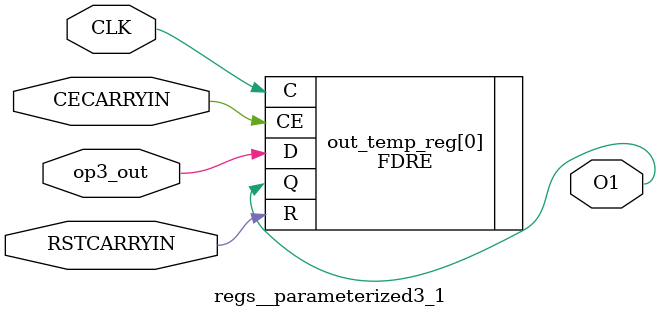
<source format=v>
`timescale 1 ps / 1 ps

(* A0REG = "0" *) (* A1REG = "1" *) (* B0REG = "0" *) 
(* B1REG = "1" *) (* B_INPUT = "DIRECT" *) (* CARRYINREG = "1" *) 
(* CARRYINSEL = "OPMODE5" *) (* CARRYOUTREG = "1" *) (* CREG = "1" *) 
(* DREG = "1" *) (* MREG = "1" *) (* OPMODEREG = "1" *) 
(* PREG = "1" *) (* RSTTYPE = "SYNC" *) 
(* STRUCTURAL_NETLIST = "yes" *)
module DSP48A1
   (A,
    B,
    C,
    D,
    CLK,
    CARRYIN,
    OPMODE,
    BCIN,
    RSTA,
    RSTB,
    RSTM,
    RSTP,
    RSTC,
    RSTD,
    RSTCARRYIN,
    RSTOPMODE,
    CEA,
    CEB,
    CEM,
    CEP,
    CEC,
    CED,
    CECARRYIN,
    CEOPMODE,
    PCIN,
    BCOUT,
    PCOUT,
    P,
    M,
    CARRYOUT,
    CARRYOUTF);
  input [17:0]A;
  input [17:0]B;
  input [47:0]C;
  input [17:0]D;
  input CLK;
  input CARRYIN;
  input [7:0]OPMODE;
  input [17:0]BCIN;
  input RSTA;
  input RSTB;
  input RSTM;
  input RSTP;
  input RSTC;
  input RSTD;
  input RSTCARRYIN;
  input RSTOPMODE;
  input CEA;
  input CEB;
  input CEM;
  input CEP;
  input CEC;
  input CED;
  input CECARRYIN;
  input CEOPMODE;
  input [47:0]PCIN;
  output [17:0]BCOUT;
  output [47:0]PCOUT;
  output [47:0]P;
  output [35:0]M;
  output CARRYOUT;
  output CARRYOUTF;

  wire \<const0> ;
  wire \<const1> ;
  wire [17:0]A;
  wire A1_REG_n_0;
  wire [17:0]A_IBUF;
  wire [17:0]B;
  wire B1_REG_n_0;
  wire [17:0]BCOUT;
  wire [17:0]BCOUT_OBUF;
  wire [17:0]B_IBUF;
  wire [47:0]C;
  wire CARRYOUT;
  wire CARRYOUTF;
  wire CARRYOUTF_OBUF;
  wire CEA;
  wire CEA_IBUF;
  wire CEB;
  wire CEB_IBUF;
  wire CEC;
  wire CECARRYIN;
  wire CECARRYIN_IBUF;
  wire CEC_IBUF;
  wire CED;
  wire CED_IBUF;
  wire CEM;
  wire CEM_IBUF;
  wire CEOPMODE;
  wire CEOPMODE_IBUF;
  wire CEP;
  wire CEP_IBUF;
  wire CLK;
  wire CLK_IBUF;
  wire CLK_IBUF_BUFG;
  wire [47:0]C_IBUF;
  wire C_REG_n_0;
  wire C_REG_n_1;
  wire C_REG_n_10;
  wire C_REG_n_11;
  wire C_REG_n_12;
  wire C_REG_n_13;
  wire C_REG_n_14;
  wire C_REG_n_15;
  wire C_REG_n_16;
  wire C_REG_n_17;
  wire C_REG_n_18;
  wire C_REG_n_19;
  wire C_REG_n_2;
  wire C_REG_n_20;
  wire C_REG_n_21;
  wire C_REG_n_22;
  wire C_REG_n_23;
  wire C_REG_n_24;
  wire C_REG_n_25;
  wire C_REG_n_26;
  wire C_REG_n_27;
  wire C_REG_n_28;
  wire C_REG_n_29;
  wire C_REG_n_3;
  wire C_REG_n_30;
  wire C_REG_n_31;
  wire C_REG_n_32;
  wire C_REG_n_33;
  wire C_REG_n_34;
  wire C_REG_n_35;
  wire C_REG_n_36;
  wire C_REG_n_37;
  wire C_REG_n_38;
  wire C_REG_n_39;
  wire C_REG_n_4;
  wire C_REG_n_40;
  wire C_REG_n_41;
  wire C_REG_n_42;
  wire C_REG_n_43;
  wire C_REG_n_44;
  wire C_REG_n_45;
  wire C_REG_n_46;
  wire C_REG_n_47;
  wire C_REG_n_5;
  wire C_REG_n_6;
  wire C_REG_n_7;
  wire C_REG_n_8;
  wire C_REG_n_9;
  wire [17:0]D;
  wire [17:0]D_IBUF;
  wire D_REG_n_16;
  wire D_REG_n_17;
  wire D_REG_n_18;
  wire D_REG_n_19;
  wire D_REG_n_20;
  wire D_REG_n_21;
  wire D_REG_n_22;
  wire D_REG_n_23;
  wire D_REG_n_24;
  wire D_REG_n_25;
  wire D_REG_n_26;
  wire D_REG_n_27;
  wire D_REG_n_28;
  wire D_REG_n_29;
  wire D_REG_n_30;
  wire D_REG_n_31;
  wire D_REG_n_32;
  wire D_REG_n_33;
  wire D_REG_n_34;
  wire D_REG_n_35;
  wire GND_2;
  wire [35:0]M;
  wire [35:0]M_OBUF;
  wire [7:0]OPMODE;
  wire [7:0]OPMODE_IBUF;
  wire OPMODE_REG_n_0;
  wire OPMODE_REG_n_1;
  wire OPMODE_REG_n_10;
  wire OPMODE_REG_n_11;
  wire OPMODE_REG_n_12;
  wire OPMODE_REG_n_13;
  wire OPMODE_REG_n_14;
  wire OPMODE_REG_n_15;
  wire OPMODE_REG_n_16;
  wire OPMODE_REG_n_17;
  wire OPMODE_REG_n_18;
  wire OPMODE_REG_n_19;
  wire OPMODE_REG_n_2;
  wire OPMODE_REG_n_20;
  wire OPMODE_REG_n_21;
  wire OPMODE_REG_n_22;
  wire OPMODE_REG_n_23;
  wire OPMODE_REG_n_24;
  wire OPMODE_REG_n_25;
  wire OPMODE_REG_n_26;
  wire OPMODE_REG_n_27;
  wire OPMODE_REG_n_28;
  wire OPMODE_REG_n_29;
  wire OPMODE_REG_n_30;
  wire OPMODE_REG_n_31;
  wire OPMODE_REG_n_32;
  wire OPMODE_REG_n_33;
  wire OPMODE_REG_n_34;
  wire OPMODE_REG_n_35;
  wire OPMODE_REG_n_36;
  wire OPMODE_REG_n_37;
  wire OPMODE_REG_n_38;
  wire OPMODE_REG_n_39;
  wire OPMODE_REG_n_4;
  wire OPMODE_REG_n_40;
  wire OPMODE_REG_n_41;
  wire OPMODE_REG_n_42;
  wire OPMODE_REG_n_43;
  wire OPMODE_REG_n_44;
  wire OPMODE_REG_n_45;
  wire OPMODE_REG_n_46;
  wire OPMODE_REG_n_47;
  wire OPMODE_REG_n_48;
  wire OPMODE_REG_n_49;
  wire OPMODE_REG_n_50;
  wire OPMODE_REG_n_51;
  wire OPMODE_REG_n_52;
  wire OPMODE_REG_n_53;
  wire OPMODE_REG_n_54;
  wire OPMODE_REG_n_56;
  wire OPMODE_REG_n_57;
  wire OPMODE_REG_n_58;
  wire OPMODE_REG_n_59;
  wire OPMODE_REG_n_60;
  wire OPMODE_REG_n_61;
  wire OPMODE_REG_n_62;
  wire OPMODE_REG_n_63;
  wire OPMODE_REG_n_64;
  wire OPMODE_REG_n_65;
  wire OPMODE_REG_n_66;
  wire OPMODE_REG_n_67;
  wire OPMODE_REG_n_68;
  wire OPMODE_REG_n_69;
  wire OPMODE_REG_n_7;
  wire OPMODE_REG_n_70;
  wire OPMODE_REG_n_8;
  wire OPMODE_REG_n_9;
  wire [47:0]P;
  wire [47:0]PCIN;
  wire [47:0]PCIN_IBUF;
  wire [47:0]PCOUT;
  wire [47:0]P_OBUF;
  wire RSTA;
  wire RSTA_IBUF;
  wire RSTB;
  wire RSTB_IBUF;
  wire RSTC;
  wire RSTCARRYIN;
  wire RSTCARRYIN_IBUF;
  wire RSTC_IBUF;
  wire RSTD;
  wire RSTD_IBUF;
  wire RSTM;
  wire RSTM_IBUF;
  wire RSTOPMODE;
  wire RSTOPMODE_IBUF;
  wire RSTP;
  wire RSTP_IBUF;
  wire [17:0]op1_mux;
  wire op3_cout;
  wire [5:5]opmode_mux;
  wire out_temp;

  regs A1_REG
       (.A_IBUF(A_IBUF[17]),
        .CEA_IBUF(CEA_IBUF),
        .CLK(CLK_IBUF_BUFG),
        .OPMODE(A1_REG_n_0),
        .RSTA_IBUF(RSTA_IBUF));
  IBUF \A_IBUF[0]_inst 
       (.I(A[0]),
        .O(A_IBUF[0]));
  IBUF \A_IBUF[10]_inst 
       (.I(A[10]),
        .O(A_IBUF[10]));
  IBUF \A_IBUF[11]_inst 
       (.I(A[11]),
        .O(A_IBUF[11]));
  IBUF \A_IBUF[12]_inst 
       (.I(A[12]),
        .O(A_IBUF[12]));
  IBUF \A_IBUF[13]_inst 
       (.I(A[13]),
        .O(A_IBUF[13]));
  IBUF \A_IBUF[14]_inst 
       (.I(A[14]),
        .O(A_IBUF[14]));
  IBUF \A_IBUF[15]_inst 
       (.I(A[15]),
        .O(A_IBUF[15]));
  IBUF \A_IBUF[16]_inst 
       (.I(A[16]),
        .O(A_IBUF[16]));
  IBUF \A_IBUF[17]_inst 
       (.I(A[17]),
        .O(A_IBUF[17]));
  IBUF \A_IBUF[1]_inst 
       (.I(A[1]),
        .O(A_IBUF[1]));
  IBUF \A_IBUF[2]_inst 
       (.I(A[2]),
        .O(A_IBUF[2]));
  IBUF \A_IBUF[3]_inst 
       (.I(A[3]),
        .O(A_IBUF[3]));
  IBUF \A_IBUF[4]_inst 
       (.I(A[4]),
        .O(A_IBUF[4]));
  IBUF \A_IBUF[5]_inst 
       (.I(A[5]),
        .O(A_IBUF[5]));
  IBUF \A_IBUF[6]_inst 
       (.I(A[6]),
        .O(A_IBUF[6]));
  IBUF \A_IBUF[7]_inst 
       (.I(A[7]),
        .O(A_IBUF[7]));
  IBUF \A_IBUF[8]_inst 
       (.I(A[8]),
        .O(A_IBUF[8]));
  IBUF \A_IBUF[9]_inst 
       (.I(A[9]),
        .O(A_IBUF[9]));
  regs_0 B1_REG
       (.B_IBUF(B_IBUF[0]),
        .CLK(CLK_IBUF_BUFG),
        .D(op1_mux),
        .E(CEB_IBUF),
        .Q(BCOUT_OBUF),
        .S(B1_REG_n_0),
        .SR(RSTB_IBUF));
  OBUF \BCOUT_OBUF[0]_inst 
       (.I(BCOUT_OBUF[0]),
        .O(BCOUT[0]));
  OBUF \BCOUT_OBUF[10]_inst 
       (.I(BCOUT_OBUF[10]),
        .O(BCOUT[10]));
  OBUF \BCOUT_OBUF[11]_inst 
       (.I(BCOUT_OBUF[11]),
        .O(BCOUT[11]));
  OBUF \BCOUT_OBUF[12]_inst 
       (.I(BCOUT_OBUF[12]),
        .O(BCOUT[12]));
  OBUF \BCOUT_OBUF[13]_inst 
       (.I(BCOUT_OBUF[13]),
        .O(BCOUT[13]));
  OBUF \BCOUT_OBUF[14]_inst 
       (.I(BCOUT_OBUF[14]),
        .O(BCOUT[14]));
  OBUF \BCOUT_OBUF[15]_inst 
       (.I(BCOUT_OBUF[15]),
        .O(BCOUT[15]));
  OBUF \BCOUT_OBUF[16]_inst 
       (.I(BCOUT_OBUF[16]),
        .O(BCOUT[16]));
  OBUF \BCOUT_OBUF[17]_inst 
       (.I(BCOUT_OBUF[17]),
        .O(BCOUT[17]));
  OBUF \BCOUT_OBUF[1]_inst 
       (.I(BCOUT_OBUF[1]),
        .O(BCOUT[1]));
  OBUF \BCOUT_OBUF[2]_inst 
       (.I(BCOUT_OBUF[2]),
        .O(BCOUT[2]));
  OBUF \BCOUT_OBUF[3]_inst 
       (.I(BCOUT_OBUF[3]),
        .O(BCOUT[3]));
  OBUF \BCOUT_OBUF[4]_inst 
       (.I(BCOUT_OBUF[4]),
        .O(BCOUT[4]));
  OBUF \BCOUT_OBUF[5]_inst 
       (.I(BCOUT_OBUF[5]),
        .O(BCOUT[5]));
  OBUF \BCOUT_OBUF[6]_inst 
       (.I(BCOUT_OBUF[6]),
        .O(BCOUT[6]));
  OBUF \BCOUT_OBUF[7]_inst 
       (.I(BCOUT_OBUF[7]),
        .O(BCOUT[7]));
  OBUF \BCOUT_OBUF[8]_inst 
       (.I(BCOUT_OBUF[8]),
        .O(BCOUT[8]));
  OBUF \BCOUT_OBUF[9]_inst 
       (.I(BCOUT_OBUF[9]),
        .O(BCOUT[9]));
  IBUF \B_IBUF[0]_inst 
       (.I(B[0]),
        .O(B_IBUF[0]));
  IBUF \B_IBUF[10]_inst 
       (.I(B[10]),
        .O(B_IBUF[10]));
  IBUF \B_IBUF[11]_inst 
       (.I(B[11]),
        .O(B_IBUF[11]));
  IBUF \B_IBUF[12]_inst 
       (.I(B[12]),
        .O(B_IBUF[12]));
  IBUF \B_IBUF[13]_inst 
       (.I(B[13]),
        .O(B_IBUF[13]));
  IBUF \B_IBUF[14]_inst 
       (.I(B[14]),
        .O(B_IBUF[14]));
  IBUF \B_IBUF[15]_inst 
       (.I(B[15]),
        .O(B_IBUF[15]));
  IBUF \B_IBUF[16]_inst 
       (.I(B[16]),
        .O(B_IBUF[16]));
  IBUF \B_IBUF[17]_inst 
       (.I(B[17]),
        .O(B_IBUF[17]));
  IBUF \B_IBUF[1]_inst 
       (.I(B[1]),
        .O(B_IBUF[1]));
  IBUF \B_IBUF[2]_inst 
       (.I(B[2]),
        .O(B_IBUF[2]));
  IBUF \B_IBUF[3]_inst 
       (.I(B[3]),
        .O(B_IBUF[3]));
  IBUF \B_IBUF[4]_inst 
       (.I(B[4]),
        .O(B_IBUF[4]));
  IBUF \B_IBUF[5]_inst 
       (.I(B[5]),
        .O(B_IBUF[5]));
  IBUF \B_IBUF[6]_inst 
       (.I(B[6]),
        .O(B_IBUF[6]));
  IBUF \B_IBUF[7]_inst 
       (.I(B[7]),
        .O(B_IBUF[7]));
  IBUF \B_IBUF[8]_inst 
       (.I(B[8]),
        .O(B_IBUF[8]));
  IBUF \B_IBUF[9]_inst 
       (.I(B[9]),
        .O(B_IBUF[9]));
  OBUF CARRYOUTF_OBUF_inst
       (.I(CARRYOUTF_OBUF),
        .O(CARRYOUTF));
  OBUF CARRYOUT_OBUF_inst
       (.I(CARRYOUTF_OBUF),
        .O(CARRYOUT));
  IBUF CEA_IBUF_inst
       (.I(CEA),
        .O(CEA_IBUF));
  IBUF CEB_IBUF_inst
       (.I(CEB),
        .O(CEB_IBUF));
  IBUF CECARRYIN_IBUF_inst
       (.I(CECARRYIN),
        .O(CECARRYIN_IBUF));
  IBUF CEC_IBUF_inst
       (.I(CEC),
        .O(CEC_IBUF));
  IBUF CED_IBUF_inst
       (.I(CED),
        .O(CED_IBUF));
  IBUF CEM_IBUF_inst
       (.I(CEM),
        .O(CEM_IBUF));
  IBUF CEOPMODE_IBUF_inst
       (.I(CEOPMODE),
        .O(CEOPMODE_IBUF));
  IBUF CEP_IBUF_inst
       (.I(CEP),
        .O(CEP_IBUF));
  BUFG CLK_IBUF_BUFG_inst
       (.I(CLK_IBUF),
        .O(CLK_IBUF_BUFG));
  IBUF CLK_IBUF_inst
       (.I(CLK),
        .O(CLK_IBUF));
  regs__parameterized3 CYI_REG
       (.CECARRYIN(CECARRYIN_IBUF),
        .CLK(CLK_IBUF_BUFG),
        .RSTCARRYIN(RSTCARRYIN_IBUF),
        .out(opmode_mux),
        .out_temp(out_temp));
  regs__parameterized3_1 CYO_REG
       (.CECARRYIN(CECARRYIN_IBUF),
        .CLK(CLK_IBUF_BUFG),
        .O1(CARRYOUTF_OBUF),
        .RSTCARRYIN(RSTCARRYIN_IBUF),
        .op3_out(op3_cout));
  IBUF \C_IBUF[0]_inst 
       (.I(C[0]),
        .O(C_IBUF[0]));
  IBUF \C_IBUF[10]_inst 
       (.I(C[10]),
        .O(C_IBUF[10]));
  IBUF \C_IBUF[11]_inst 
       (.I(C[11]),
        .O(C_IBUF[11]));
  IBUF \C_IBUF[12]_inst 
       (.I(C[12]),
        .O(C_IBUF[12]));
  IBUF \C_IBUF[13]_inst 
       (.I(C[13]),
        .O(C_IBUF[13]));
  IBUF \C_IBUF[14]_inst 
       (.I(C[14]),
        .O(C_IBUF[14]));
  IBUF \C_IBUF[15]_inst 
       (.I(C[15]),
        .O(C_IBUF[15]));
  IBUF \C_IBUF[16]_inst 
       (.I(C[16]),
        .O(C_IBUF[16]));
  IBUF \C_IBUF[17]_inst 
       (.I(C[17]),
        .O(C_IBUF[17]));
  IBUF \C_IBUF[18]_inst 
       (.I(C[18]),
        .O(C_IBUF[18]));
  IBUF \C_IBUF[19]_inst 
       (.I(C[19]),
        .O(C_IBUF[19]));
  IBUF \C_IBUF[1]_inst 
       (.I(C[1]),
        .O(C_IBUF[1]));
  IBUF \C_IBUF[20]_inst 
       (.I(C[20]),
        .O(C_IBUF[20]));
  IBUF \C_IBUF[21]_inst 
       (.I(C[21]),
        .O(C_IBUF[21]));
  IBUF \C_IBUF[22]_inst 
       (.I(C[22]),
        .O(C_IBUF[22]));
  IBUF \C_IBUF[23]_inst 
       (.I(C[23]),
        .O(C_IBUF[23]));
  IBUF \C_IBUF[24]_inst 
       (.I(C[24]),
        .O(C_IBUF[24]));
  IBUF \C_IBUF[25]_inst 
       (.I(C[25]),
        .O(C_IBUF[25]));
  IBUF \C_IBUF[26]_inst 
       (.I(C[26]),
        .O(C_IBUF[26]));
  IBUF \C_IBUF[27]_inst 
       (.I(C[27]),
        .O(C_IBUF[27]));
  IBUF \C_IBUF[28]_inst 
       (.I(C[28]),
        .O(C_IBUF[28]));
  IBUF \C_IBUF[29]_inst 
       (.I(C[29]),
        .O(C_IBUF[29]));
  IBUF \C_IBUF[2]_inst 
       (.I(C[2]),
        .O(C_IBUF[2]));
  IBUF \C_IBUF[30]_inst 
       (.I(C[30]),
        .O(C_IBUF[30]));
  IBUF \C_IBUF[31]_inst 
       (.I(C[31]),
        .O(C_IBUF[31]));
  IBUF \C_IBUF[32]_inst 
       (.I(C[32]),
        .O(C_IBUF[32]));
  IBUF \C_IBUF[33]_inst 
       (.I(C[33]),
        .O(C_IBUF[33]));
  IBUF \C_IBUF[34]_inst 
       (.I(C[34]),
        .O(C_IBUF[34]));
  IBUF \C_IBUF[35]_inst 
       (.I(C[35]),
        .O(C_IBUF[35]));
  IBUF \C_IBUF[36]_inst 
       (.I(C[36]),
        .O(C_IBUF[36]));
  IBUF \C_IBUF[37]_inst 
       (.I(C[37]),
        .O(C_IBUF[37]));
  IBUF \C_IBUF[38]_inst 
       (.I(C[38]),
        .O(C_IBUF[38]));
  IBUF \C_IBUF[39]_inst 
       (.I(C[39]),
        .O(C_IBUF[39]));
  IBUF \C_IBUF[3]_inst 
       (.I(C[3]),
        .O(C_IBUF[3]));
  IBUF \C_IBUF[40]_inst 
       (.I(C[40]),
        .O(C_IBUF[40]));
  IBUF \C_IBUF[41]_inst 
       (.I(C[41]),
        .O(C_IBUF[41]));
  IBUF \C_IBUF[42]_inst 
       (.I(C[42]),
        .O(C_IBUF[42]));
  IBUF \C_IBUF[43]_inst 
       (.I(C[43]),
        .O(C_IBUF[43]));
  IBUF \C_IBUF[44]_inst 
       (.I(C[44]),
        .O(C_IBUF[44]));
  IBUF \C_IBUF[45]_inst 
       (.I(C[45]),
        .O(C_IBUF[45]));
  IBUF \C_IBUF[46]_inst 
       (.I(C[46]),
        .O(C_IBUF[46]));
  IBUF \C_IBUF[47]_inst 
       (.I(C[47]),
        .O(C_IBUF[47]));
  IBUF \C_IBUF[4]_inst 
       (.I(C[4]),
        .O(C_IBUF[4]));
  IBUF \C_IBUF[5]_inst 
       (.I(C[5]),
        .O(C_IBUF[5]));
  IBUF \C_IBUF[6]_inst 
       (.I(C[6]),
        .O(C_IBUF[6]));
  IBUF \C_IBUF[7]_inst 
       (.I(C[7]),
        .O(C_IBUF[7]));
  IBUF \C_IBUF[8]_inst 
       (.I(C[8]),
        .O(C_IBUF[8]));
  IBUF \C_IBUF[9]_inst 
       (.I(C[9]),
        .O(C_IBUF[9]));
  regs__parameterized0 C_REG
       (.CLK(CLK_IBUF_BUFG),
        .D(C_IBUF),
        .E(CEC_IBUF),
        .Q({C_REG_n_0,C_REG_n_1,C_REG_n_2,C_REG_n_3,C_REG_n_4,C_REG_n_5,C_REG_n_6,C_REG_n_7,C_REG_n_8,C_REG_n_9,C_REG_n_10,C_REG_n_11,C_REG_n_12,C_REG_n_13,C_REG_n_14,C_REG_n_15,C_REG_n_16,C_REG_n_17,C_REG_n_18,C_REG_n_19,C_REG_n_20,C_REG_n_21,C_REG_n_22,C_REG_n_23,C_REG_n_24,C_REG_n_25,C_REG_n_26,C_REG_n_27,C_REG_n_28,C_REG_n_29,C_REG_n_30,C_REG_n_31,C_REG_n_32,C_REG_n_33,C_REG_n_34,C_REG_n_35,C_REG_n_36,C_REG_n_37,C_REG_n_38,C_REG_n_39,C_REG_n_40,C_REG_n_41,C_REG_n_42,C_REG_n_43,C_REG_n_44,C_REG_n_45,C_REG_n_46,C_REG_n_47}),
        .SR(RSTC_IBUF));
  IBUF \D_IBUF[0]_inst 
       (.I(D[0]),
        .O(D_IBUF[0]));
  IBUF \D_IBUF[10]_inst 
       (.I(D[10]),
        .O(D_IBUF[10]));
  IBUF \D_IBUF[11]_inst 
       (.I(D[11]),
        .O(D_IBUF[11]));
  IBUF \D_IBUF[12]_inst 
       (.I(D[12]),
        .O(D_IBUF[12]));
  IBUF \D_IBUF[13]_inst 
       (.I(D[13]),
        .O(D_IBUF[13]));
  IBUF \D_IBUF[14]_inst 
       (.I(D[14]),
        .O(D_IBUF[14]));
  IBUF \D_IBUF[15]_inst 
       (.I(D[15]),
        .O(D_IBUF[15]));
  IBUF \D_IBUF[16]_inst 
       (.I(D[16]),
        .O(D_IBUF[16]));
  IBUF \D_IBUF[17]_inst 
       (.I(D[17]),
        .O(D_IBUF[17]));
  IBUF \D_IBUF[1]_inst 
       (.I(D[1]),
        .O(D_IBUF[1]));
  IBUF \D_IBUF[2]_inst 
       (.I(D[2]),
        .O(D_IBUF[2]));
  IBUF \D_IBUF[3]_inst 
       (.I(D[3]),
        .O(D_IBUF[3]));
  IBUF \D_IBUF[4]_inst 
       (.I(D[4]),
        .O(D_IBUF[4]));
  IBUF \D_IBUF[5]_inst 
       (.I(D[5]),
        .O(D_IBUF[5]));
  IBUF \D_IBUF[6]_inst 
       (.I(D[6]),
        .O(D_IBUF[6]));
  IBUF \D_IBUF[7]_inst 
       (.I(D[7]),
        .O(D_IBUF[7]));
  IBUF \D_IBUF[8]_inst 
       (.I(D[8]),
        .O(D_IBUF[8]));
  IBUF \D_IBUF[9]_inst 
       (.I(D[9]),
        .O(D_IBUF[9]));
  regs_2 D_REG
       (.B_IBUF(B_IBUF[15:0]),
        .CLK(CLK_IBUF_BUFG),
        .D(op1_mux[15:0]),
        .\D[17] (D_IBUF),
        .E(CED_IBUF),
        .O({D_REG_n_34,D_REG_n_35}),
        .Q({OPMODE_REG_n_2,OPMODE_REG_n_4}),
        .S({OPMODE_REG_n_56,OPMODE_REG_n_57,OPMODE_REG_n_58,B1_REG_n_0}),
        .SR(RSTD_IBUF),
        .\out_temp_reg[17]_0 ({D_REG_n_16,D_REG_n_17,D_REG_n_18,D_REG_n_19,D_REG_n_20,D_REG_n_21,D_REG_n_22,D_REG_n_23,D_REG_n_24,D_REG_n_25,D_REG_n_26,D_REG_n_27,D_REG_n_28,D_REG_n_29,D_REG_n_30,D_REG_n_31,D_REG_n_32,D_REG_n_33}),
        .\out_temp_reg[6]_0 ({OPMODE_REG_n_59,OPMODE_REG_n_60,OPMODE_REG_n_61,OPMODE_REG_n_62}),
        .\out_temp_reg[6]_1 ({OPMODE_REG_n_63,OPMODE_REG_n_64,OPMODE_REG_n_65,OPMODE_REG_n_66}),
        .\out_temp_reg[6]_2 ({OPMODE_REG_n_67,OPMODE_REG_n_68,OPMODE_REG_n_69,OPMODE_REG_n_70}),
        .\out_temp_reg[6]_3 ({OPMODE_REG_n_0,OPMODE_REG_n_1}));
  GND GND
       (.G(\<const0> ));
  GND GND_1
       (.G(GND_2));
  OBUF \M_OBUF[0]_inst 
       (.I(M_OBUF[0]),
        .O(M[0]));
  OBUF \M_OBUF[10]_inst 
       (.I(M_OBUF[10]),
        .O(M[10]));
  OBUF \M_OBUF[11]_inst 
       (.I(M_OBUF[11]),
        .O(M[11]));
  OBUF \M_OBUF[12]_inst 
       (.I(M_OBUF[12]),
        .O(M[12]));
  OBUF \M_OBUF[13]_inst 
       (.I(M_OBUF[13]),
        .O(M[13]));
  OBUF \M_OBUF[14]_inst 
       (.I(M_OBUF[14]),
        .O(M[14]));
  OBUF \M_OBUF[15]_inst 
       (.I(M_OBUF[15]),
        .O(M[15]));
  OBUF \M_OBUF[16]_inst 
       (.I(M_OBUF[16]),
        .O(M[16]));
  OBUF \M_OBUF[17]_inst 
       (.I(M_OBUF[17]),
        .O(M[17]));
  OBUF \M_OBUF[18]_inst 
       (.I(M_OBUF[18]),
        .O(M[18]));
  OBUF \M_OBUF[19]_inst 
       (.I(M_OBUF[19]),
        .O(M[19]));
  OBUF \M_OBUF[1]_inst 
       (.I(M_OBUF[1]),
        .O(M[1]));
  OBUF \M_OBUF[20]_inst 
       (.I(M_OBUF[20]),
        .O(M[20]));
  OBUF \M_OBUF[21]_inst 
       (.I(M_OBUF[21]),
        .O(M[21]));
  OBUF \M_OBUF[22]_inst 
       (.I(M_OBUF[22]),
        .O(M[22]));
  OBUF \M_OBUF[23]_inst 
       (.I(M_OBUF[23]),
        .O(M[23]));
  OBUF \M_OBUF[24]_inst 
       (.I(M_OBUF[24]),
        .O(M[24]));
  OBUF \M_OBUF[25]_inst 
       (.I(M_OBUF[25]),
        .O(M[25]));
  OBUF \M_OBUF[26]_inst 
       (.I(M_OBUF[26]),
        .O(M[26]));
  OBUF \M_OBUF[27]_inst 
       (.I(M_OBUF[27]),
        .O(M[27]));
  OBUF \M_OBUF[28]_inst 
       (.I(M_OBUF[28]),
        .O(M[28]));
  OBUF \M_OBUF[29]_inst 
       (.I(M_OBUF[29]),
        .O(M[29]));
  OBUF \M_OBUF[2]_inst 
       (.I(M_OBUF[2]),
        .O(M[2]));
  OBUF \M_OBUF[30]_inst 
       (.I(M_OBUF[30]),
        .O(M[30]));
  OBUF \M_OBUF[31]_inst 
       (.I(M_OBUF[31]),
        .O(M[31]));
  OBUF \M_OBUF[32]_inst 
       (.I(M_OBUF[32]),
        .O(M[32]));
  OBUF \M_OBUF[33]_inst 
       (.I(M_OBUF[33]),
        .O(M[33]));
  OBUF \M_OBUF[34]_inst 
       (.I(M_OBUF[34]),
        .O(M[34]));
  OBUF \M_OBUF[35]_inst 
       (.I(M_OBUF[35]),
        .O(M[35]));
  OBUF \M_OBUF[3]_inst 
       (.I(M_OBUF[3]),
        .O(M[3]));
  OBUF \M_OBUF[4]_inst 
       (.I(M_OBUF[4]),
        .O(M[4]));
  OBUF \M_OBUF[5]_inst 
       (.I(M_OBUF[5]),
        .O(M[5]));
  OBUF \M_OBUF[6]_inst 
       (.I(M_OBUF[6]),
        .O(M[6]));
  OBUF \M_OBUF[7]_inst 
       (.I(M_OBUF[7]),
        .O(M[7]));
  OBUF \M_OBUF[8]_inst 
       (.I(M_OBUF[8]),
        .O(M[8]));
  OBUF \M_OBUF[9]_inst 
       (.I(M_OBUF[9]),
        .O(M[9]));
  IBUF \OPMODE_IBUF[0]_inst 
       (.I(OPMODE[0]),
        .O(OPMODE_IBUF[0]));
  IBUF \OPMODE_IBUF[1]_inst 
       (.I(OPMODE[1]),
        .O(OPMODE_IBUF[1]));
  IBUF \OPMODE_IBUF[2]_inst 
       (.I(OPMODE[2]),
        .O(OPMODE_IBUF[2]));
  IBUF \OPMODE_IBUF[3]_inst 
       (.I(OPMODE[3]),
        .O(OPMODE_IBUF[3]));
  IBUF \OPMODE_IBUF[4]_inst 
       (.I(OPMODE[4]),
        .O(OPMODE_IBUF[4]));
  IBUF \OPMODE_IBUF[5]_inst 
       (.I(OPMODE[5]),
        .O(OPMODE_IBUF[5]));
  IBUF \OPMODE_IBUF[6]_inst 
       (.I(OPMODE[6]),
        .O(OPMODE_IBUF[6]));
  IBUF \OPMODE_IBUF[7]_inst 
       (.I(OPMODE[7]),
        .O(OPMODE_IBUF[7]));
  regs__parameterized1 OPMODE_REG
       (.A_IBUF(A_IBUF),
        .B_IBUF(B_IBUF),
        .CLK(CLK_IBUF_BUFG),
        .D(op1_mux[17:16]),
        .E(CEOPMODE_IBUF),
        .O({D_REG_n_34,D_REG_n_35}),
        .\OPMODE[7] (OPMODE_IBUF),
        .P(M_OBUF),
        .PCIN_IBUF(PCIN_IBUF),
        .PCOUT(P_OBUF),
        .Q({OPMODE_REG_n_2,opmode_mux,OPMODE_REG_n_4}),
        .S({OPMODE_REG_n_56,OPMODE_REG_n_57,OPMODE_REG_n_58}),
        .SR(RSTOPMODE_IBUF),
        .op3_out(op3_cout),
        .out_temp(out_temp),
        .\out_temp_reg[11] ({OPMODE_REG_n_63,OPMODE_REG_n_64,OPMODE_REG_n_65,OPMODE_REG_n_66}),
        .\out_temp_reg[15] ({OPMODE_REG_n_67,OPMODE_REG_n_68,OPMODE_REG_n_69,OPMODE_REG_n_70}),
        .\out_temp_reg[17] ({OPMODE_REG_n_0,OPMODE_REG_n_1}),
        .\out_temp_reg[17]_0 ({D_REG_n_16,D_REG_n_17,D_REG_n_18,D_REG_n_19,D_REG_n_20,D_REG_n_21,D_REG_n_22,D_REG_n_23,D_REG_n_24,D_REG_n_25,D_REG_n_26,D_REG_n_27,D_REG_n_28,D_REG_n_29,D_REG_n_30,D_REG_n_31,D_REG_n_32,D_REG_n_33}),
        .\out_temp_reg[47] ({OPMODE_REG_n_7,OPMODE_REG_n_8,OPMODE_REG_n_9,OPMODE_REG_n_10,OPMODE_REG_n_11,OPMODE_REG_n_12,OPMODE_REG_n_13,OPMODE_REG_n_14,OPMODE_REG_n_15,OPMODE_REG_n_16,OPMODE_REG_n_17,OPMODE_REG_n_18,OPMODE_REG_n_19,OPMODE_REG_n_20,OPMODE_REG_n_21,OPMODE_REG_n_22,OPMODE_REG_n_23,OPMODE_REG_n_24,OPMODE_REG_n_25,OPMODE_REG_n_26,OPMODE_REG_n_27,OPMODE_REG_n_28,OPMODE_REG_n_29,OPMODE_REG_n_30,OPMODE_REG_n_31,OPMODE_REG_n_32,OPMODE_REG_n_33,OPMODE_REG_n_34,OPMODE_REG_n_35,OPMODE_REG_n_36,OPMODE_REG_n_37,OPMODE_REG_n_38,OPMODE_REG_n_39,OPMODE_REG_n_40,OPMODE_REG_n_41,OPMODE_REG_n_42,OPMODE_REG_n_43,OPMODE_REG_n_44,OPMODE_REG_n_45,OPMODE_REG_n_46,OPMODE_REG_n_47,OPMODE_REG_n_48,OPMODE_REG_n_49,OPMODE_REG_n_50,OPMODE_REG_n_51,OPMODE_REG_n_52,OPMODE_REG_n_53,OPMODE_REG_n_54}),
        .\out_temp_reg[47]_0 ({C_REG_n_0,C_REG_n_1,C_REG_n_2,C_REG_n_3,C_REG_n_4,C_REG_n_5,C_REG_n_6,C_REG_n_7,C_REG_n_8,C_REG_n_9,C_REG_n_10,C_REG_n_11,C_REG_n_12,C_REG_n_13,C_REG_n_14,C_REG_n_15,C_REG_n_16,C_REG_n_17,C_REG_n_18,C_REG_n_19,C_REG_n_20,C_REG_n_21,C_REG_n_22,C_REG_n_23,C_REG_n_24,C_REG_n_25,C_REG_n_26,C_REG_n_27,C_REG_n_28,C_REG_n_29,C_REG_n_30,C_REG_n_31,C_REG_n_32,C_REG_n_33,C_REG_n_34,C_REG_n_35,C_REG_n_36,C_REG_n_37,C_REG_n_38,C_REG_n_39,C_REG_n_40,C_REG_n_41,C_REG_n_42,C_REG_n_43,C_REG_n_44,C_REG_n_45,C_REG_n_46,C_REG_n_47}),
        .\out_temp_reg[7]_0 ({OPMODE_REG_n_59,OPMODE_REG_n_60,OPMODE_REG_n_61,OPMODE_REG_n_62}));
  IBUF \PCIN_IBUF[0]_inst 
       (.I(PCIN[0]),
        .O(PCIN_IBUF[0]));
  IBUF \PCIN_IBUF[10]_inst 
       (.I(PCIN[10]),
        .O(PCIN_IBUF[10]));
  IBUF \PCIN_IBUF[11]_inst 
       (.I(PCIN[11]),
        .O(PCIN_IBUF[11]));
  IBUF \PCIN_IBUF[12]_inst 
       (.I(PCIN[12]),
        .O(PCIN_IBUF[12]));
  IBUF \PCIN_IBUF[13]_inst 
       (.I(PCIN[13]),
        .O(PCIN_IBUF[13]));
  IBUF \PCIN_IBUF[14]_inst 
       (.I(PCIN[14]),
        .O(PCIN_IBUF[14]));
  IBUF \PCIN_IBUF[15]_inst 
       (.I(PCIN[15]),
        .O(PCIN_IBUF[15]));
  IBUF \PCIN_IBUF[16]_inst 
       (.I(PCIN[16]),
        .O(PCIN_IBUF[16]));
  IBUF \PCIN_IBUF[17]_inst 
       (.I(PCIN[17]),
        .O(PCIN_IBUF[17]));
  IBUF \PCIN_IBUF[18]_inst 
       (.I(PCIN[18]),
        .O(PCIN_IBUF[18]));
  IBUF \PCIN_IBUF[19]_inst 
       (.I(PCIN[19]),
        .O(PCIN_IBUF[19]));
  IBUF \PCIN_IBUF[1]_inst 
       (.I(PCIN[1]),
        .O(PCIN_IBUF[1]));
  IBUF \PCIN_IBUF[20]_inst 
       (.I(PCIN[20]),
        .O(PCIN_IBUF[20]));
  IBUF \PCIN_IBUF[21]_inst 
       (.I(PCIN[21]),
        .O(PCIN_IBUF[21]));
  IBUF \PCIN_IBUF[22]_inst 
       (.I(PCIN[22]),
        .O(PCIN_IBUF[22]));
  IBUF \PCIN_IBUF[23]_inst 
       (.I(PCIN[23]),
        .O(PCIN_IBUF[23]));
  IBUF \PCIN_IBUF[24]_inst 
       (.I(PCIN[24]),
        .O(PCIN_IBUF[24]));
  IBUF \PCIN_IBUF[25]_inst 
       (.I(PCIN[25]),
        .O(PCIN_IBUF[25]));
  IBUF \PCIN_IBUF[26]_inst 
       (.I(PCIN[26]),
        .O(PCIN_IBUF[26]));
  IBUF \PCIN_IBUF[27]_inst 
       (.I(PCIN[27]),
        .O(PCIN_IBUF[27]));
  IBUF \PCIN_IBUF[28]_inst 
       (.I(PCIN[28]),
        .O(PCIN_IBUF[28]));
  IBUF \PCIN_IBUF[29]_inst 
       (.I(PCIN[29]),
        .O(PCIN_IBUF[29]));
  IBUF \PCIN_IBUF[2]_inst 
       (.I(PCIN[2]),
        .O(PCIN_IBUF[2]));
  IBUF \PCIN_IBUF[30]_inst 
       (.I(PCIN[30]),
        .O(PCIN_IBUF[30]));
  IBUF \PCIN_IBUF[31]_inst 
       (.I(PCIN[31]),
        .O(PCIN_IBUF[31]));
  IBUF \PCIN_IBUF[32]_inst 
       (.I(PCIN[32]),
        .O(PCIN_IBUF[32]));
  IBUF \PCIN_IBUF[33]_inst 
       (.I(PCIN[33]),
        .O(PCIN_IBUF[33]));
  IBUF \PCIN_IBUF[34]_inst 
       (.I(PCIN[34]),
        .O(PCIN_IBUF[34]));
  IBUF \PCIN_IBUF[35]_inst 
       (.I(PCIN[35]),
        .O(PCIN_IBUF[35]));
  IBUF \PCIN_IBUF[36]_inst 
       (.I(PCIN[36]),
        .O(PCIN_IBUF[36]));
  IBUF \PCIN_IBUF[37]_inst 
       (.I(PCIN[37]),
        .O(PCIN_IBUF[37]));
  IBUF \PCIN_IBUF[38]_inst 
       (.I(PCIN[38]),
        .O(PCIN_IBUF[38]));
  IBUF \PCIN_IBUF[39]_inst 
       (.I(PCIN[39]),
        .O(PCIN_IBUF[39]));
  IBUF \PCIN_IBUF[3]_inst 
       (.I(PCIN[3]),
        .O(PCIN_IBUF[3]));
  IBUF \PCIN_IBUF[40]_inst 
       (.I(PCIN[40]),
        .O(PCIN_IBUF[40]));
  IBUF \PCIN_IBUF[41]_inst 
       (.I(PCIN[41]),
        .O(PCIN_IBUF[41]));
  IBUF \PCIN_IBUF[42]_inst 
       (.I(PCIN[42]),
        .O(PCIN_IBUF[42]));
  IBUF \PCIN_IBUF[43]_inst 
       (.I(PCIN[43]),
        .O(PCIN_IBUF[43]));
  IBUF \PCIN_IBUF[44]_inst 
       (.I(PCIN[44]),
        .O(PCIN_IBUF[44]));
  IBUF \PCIN_IBUF[45]_inst 
       (.I(PCIN[45]),
        .O(PCIN_IBUF[45]));
  IBUF \PCIN_IBUF[46]_inst 
       (.I(PCIN[46]),
        .O(PCIN_IBUF[46]));
  IBUF \PCIN_IBUF[47]_inst 
       (.I(PCIN[47]),
        .O(PCIN_IBUF[47]));
  IBUF \PCIN_IBUF[4]_inst 
       (.I(PCIN[4]),
        .O(PCIN_IBUF[4]));
  IBUF \PCIN_IBUF[5]_inst 
       (.I(PCIN[5]),
        .O(PCIN_IBUF[5]));
  IBUF \PCIN_IBUF[6]_inst 
       (.I(PCIN[6]),
        .O(PCIN_IBUF[6]));
  IBUF \PCIN_IBUF[7]_inst 
       (.I(PCIN[7]),
        .O(PCIN_IBUF[7]));
  IBUF \PCIN_IBUF[8]_inst 
       (.I(PCIN[8]),
        .O(PCIN_IBUF[8]));
  IBUF \PCIN_IBUF[9]_inst 
       (.I(PCIN[9]),
        .O(PCIN_IBUF[9]));
  OBUF \PCOUT_OBUF[0]_inst 
       (.I(P_OBUF[0]),
        .O(PCOUT[0]));
  OBUF \PCOUT_OBUF[10]_inst 
       (.I(P_OBUF[10]),
        .O(PCOUT[10]));
  OBUF \PCOUT_OBUF[11]_inst 
       (.I(P_OBUF[11]),
        .O(PCOUT[11]));
  OBUF \PCOUT_OBUF[12]_inst 
       (.I(P_OBUF[12]),
        .O(PCOUT[12]));
  OBUF \PCOUT_OBUF[13]_inst 
       (.I(P_OBUF[13]),
        .O(PCOUT[13]));
  OBUF \PCOUT_OBUF[14]_inst 
       (.I(P_OBUF[14]),
        .O(PCOUT[14]));
  OBUF \PCOUT_OBUF[15]_inst 
       (.I(P_OBUF[15]),
        .O(PCOUT[15]));
  OBUF \PCOUT_OBUF[16]_inst 
       (.I(P_OBUF[16]),
        .O(PCOUT[16]));
  OBUF \PCOUT_OBUF[17]_inst 
       (.I(P_OBUF[17]),
        .O(PCOUT[17]));
  OBUF \PCOUT_OBUF[18]_inst 
       (.I(P_OBUF[18]),
        .O(PCOUT[18]));
  OBUF \PCOUT_OBUF[19]_inst 
       (.I(P_OBUF[19]),
        .O(PCOUT[19]));
  OBUF \PCOUT_OBUF[1]_inst 
       (.I(P_OBUF[1]),
        .O(PCOUT[1]));
  OBUF \PCOUT_OBUF[20]_inst 
       (.I(P_OBUF[20]),
        .O(PCOUT[20]));
  OBUF \PCOUT_OBUF[21]_inst 
       (.I(P_OBUF[21]),
        .O(PCOUT[21]));
  OBUF \PCOUT_OBUF[22]_inst 
       (.I(P_OBUF[22]),
        .O(PCOUT[22]));
  OBUF \PCOUT_OBUF[23]_inst 
       (.I(P_OBUF[23]),
        .O(PCOUT[23]));
  OBUF \PCOUT_OBUF[24]_inst 
       (.I(P_OBUF[24]),
        .O(PCOUT[24]));
  OBUF \PCOUT_OBUF[25]_inst 
       (.I(P_OBUF[25]),
        .O(PCOUT[25]));
  OBUF \PCOUT_OBUF[26]_inst 
       (.I(P_OBUF[26]),
        .O(PCOUT[26]));
  OBUF \PCOUT_OBUF[27]_inst 
       (.I(P_OBUF[27]),
        .O(PCOUT[27]));
  OBUF \PCOUT_OBUF[28]_inst 
       (.I(P_OBUF[28]),
        .O(PCOUT[28]));
  OBUF \PCOUT_OBUF[29]_inst 
       (.I(P_OBUF[29]),
        .O(PCOUT[29]));
  OBUF \PCOUT_OBUF[2]_inst 
       (.I(P_OBUF[2]),
        .O(PCOUT[2]));
  OBUF \PCOUT_OBUF[30]_inst 
       (.I(P_OBUF[30]),
        .O(PCOUT[30]));
  OBUF \PCOUT_OBUF[31]_inst 
       (.I(P_OBUF[31]),
        .O(PCOUT[31]));
  OBUF \PCOUT_OBUF[32]_inst 
       (.I(P_OBUF[32]),
        .O(PCOUT[32]));
  OBUF \PCOUT_OBUF[33]_inst 
       (.I(P_OBUF[33]),
        .O(PCOUT[33]));
  OBUF \PCOUT_OBUF[34]_inst 
       (.I(P_OBUF[34]),
        .O(PCOUT[34]));
  OBUF \PCOUT_OBUF[35]_inst 
       (.I(P_OBUF[35]),
        .O(PCOUT[35]));
  OBUF \PCOUT_OBUF[36]_inst 
       (.I(P_OBUF[36]),
        .O(PCOUT[36]));
  OBUF \PCOUT_OBUF[37]_inst 
       (.I(P_OBUF[37]),
        .O(PCOUT[37]));
  OBUF \PCOUT_OBUF[38]_inst 
       (.I(P_OBUF[38]),
        .O(PCOUT[38]));
  OBUF \PCOUT_OBUF[39]_inst 
       (.I(P_OBUF[39]),
        .O(PCOUT[39]));
  OBUF \PCOUT_OBUF[3]_inst 
       (.I(P_OBUF[3]),
        .O(PCOUT[3]));
  OBUF \PCOUT_OBUF[40]_inst 
       (.I(P_OBUF[40]),
        .O(PCOUT[40]));
  OBUF \PCOUT_OBUF[41]_inst 
       (.I(P_OBUF[41]),
        .O(PCOUT[41]));
  OBUF \PCOUT_OBUF[42]_inst 
       (.I(P_OBUF[42]),
        .O(PCOUT[42]));
  OBUF \PCOUT_OBUF[43]_inst 
       (.I(P_OBUF[43]),
        .O(PCOUT[43]));
  OBUF \PCOUT_OBUF[44]_inst 
       (.I(P_OBUF[44]),
        .O(PCOUT[44]));
  OBUF \PCOUT_OBUF[45]_inst 
       (.I(P_OBUF[45]),
        .O(PCOUT[45]));
  OBUF \PCOUT_OBUF[46]_inst 
       (.I(P_OBUF[46]),
        .O(PCOUT[46]));
  OBUF \PCOUT_OBUF[47]_inst 
       (.I(P_OBUF[47]),
        .O(PCOUT[47]));
  OBUF \PCOUT_OBUF[4]_inst 
       (.I(P_OBUF[4]),
        .O(PCOUT[4]));
  OBUF \PCOUT_OBUF[5]_inst 
       (.I(P_OBUF[5]),
        .O(PCOUT[5]));
  OBUF \PCOUT_OBUF[6]_inst 
       (.I(P_OBUF[6]),
        .O(PCOUT[6]));
  OBUF \PCOUT_OBUF[7]_inst 
       (.I(P_OBUF[7]),
        .O(PCOUT[7]));
  OBUF \PCOUT_OBUF[8]_inst 
       (.I(P_OBUF[8]),
        .O(PCOUT[8]));
  OBUF \PCOUT_OBUF[9]_inst 
       (.I(P_OBUF[9]),
        .O(PCOUT[9]));
  OBUF \P_OBUF[0]_inst 
       (.I(P_OBUF[0]),
        .O(P[0]));
  OBUF \P_OBUF[10]_inst 
       (.I(P_OBUF[10]),
        .O(P[10]));
  OBUF \P_OBUF[11]_inst 
       (.I(P_OBUF[11]),
        .O(P[11]));
  OBUF \P_OBUF[12]_inst 
       (.I(P_OBUF[12]),
        .O(P[12]));
  OBUF \P_OBUF[13]_inst 
       (.I(P_OBUF[13]),
        .O(P[13]));
  OBUF \P_OBUF[14]_inst 
       (.I(P_OBUF[14]),
        .O(P[14]));
  OBUF \P_OBUF[15]_inst 
       (.I(P_OBUF[15]),
        .O(P[15]));
  OBUF \P_OBUF[16]_inst 
       (.I(P_OBUF[16]),
        .O(P[16]));
  OBUF \P_OBUF[17]_inst 
       (.I(P_OBUF[17]),
        .O(P[17]));
  OBUF \P_OBUF[18]_inst 
       (.I(P_OBUF[18]),
        .O(P[18]));
  OBUF \P_OBUF[19]_inst 
       (.I(P_OBUF[19]),
        .O(P[19]));
  OBUF \P_OBUF[1]_inst 
       (.I(P_OBUF[1]),
        .O(P[1]));
  OBUF \P_OBUF[20]_inst 
       (.I(P_OBUF[20]),
        .O(P[20]));
  OBUF \P_OBUF[21]_inst 
       (.I(P_OBUF[21]),
        .O(P[21]));
  OBUF \P_OBUF[22]_inst 
       (.I(P_OBUF[22]),
        .O(P[22]));
  OBUF \P_OBUF[23]_inst 
       (.I(P_OBUF[23]),
        .O(P[23]));
  OBUF \P_OBUF[24]_inst 
       (.I(P_OBUF[24]),
        .O(P[24]));
  OBUF \P_OBUF[25]_inst 
       (.I(P_OBUF[25]),
        .O(P[25]));
  OBUF \P_OBUF[26]_inst 
       (.I(P_OBUF[26]),
        .O(P[26]));
  OBUF \P_OBUF[27]_inst 
       (.I(P_OBUF[27]),
        .O(P[27]));
  OBUF \P_OBUF[28]_inst 
       (.I(P_OBUF[28]),
        .O(P[28]));
  OBUF \P_OBUF[29]_inst 
       (.I(P_OBUF[29]),
        .O(P[29]));
  OBUF \P_OBUF[2]_inst 
       (.I(P_OBUF[2]),
        .O(P[2]));
  OBUF \P_OBUF[30]_inst 
       (.I(P_OBUF[30]),
        .O(P[30]));
  OBUF \P_OBUF[31]_inst 
       (.I(P_OBUF[31]),
        .O(P[31]));
  OBUF \P_OBUF[32]_inst 
       (.I(P_OBUF[32]),
        .O(P[32]));
  OBUF \P_OBUF[33]_inst 
       (.I(P_OBUF[33]),
        .O(P[33]));
  OBUF \P_OBUF[34]_inst 
       (.I(P_OBUF[34]),
        .O(P[34]));
  OBUF \P_OBUF[35]_inst 
       (.I(P_OBUF[35]),
        .O(P[35]));
  OBUF \P_OBUF[36]_inst 
       (.I(P_OBUF[36]),
        .O(P[36]));
  OBUF \P_OBUF[37]_inst 
       (.I(P_OBUF[37]),
        .O(P[37]));
  OBUF \P_OBUF[38]_inst 
       (.I(P_OBUF[38]),
        .O(P[38]));
  OBUF \P_OBUF[39]_inst 
       (.I(P_OBUF[39]),
        .O(P[39]));
  OBUF \P_OBUF[3]_inst 
       (.I(P_OBUF[3]),
        .O(P[3]));
  OBUF \P_OBUF[40]_inst 
       (.I(P_OBUF[40]),
        .O(P[40]));
  OBUF \P_OBUF[41]_inst 
       (.I(P_OBUF[41]),
        .O(P[41]));
  OBUF \P_OBUF[42]_inst 
       (.I(P_OBUF[42]),
        .O(P[42]));
  OBUF \P_OBUF[43]_inst 
       (.I(P_OBUF[43]),
        .O(P[43]));
  OBUF \P_OBUF[44]_inst 
       (.I(P_OBUF[44]),
        .O(P[44]));
  OBUF \P_OBUF[45]_inst 
       (.I(P_OBUF[45]),
        .O(P[45]));
  OBUF \P_OBUF[46]_inst 
       (.I(P_OBUF[46]),
        .O(P[46]));
  OBUF \P_OBUF[47]_inst 
       (.I(P_OBUF[47]),
        .O(P[47]));
  OBUF \P_OBUF[4]_inst 
       (.I(P_OBUF[4]),
        .O(P[4]));
  OBUF \P_OBUF[5]_inst 
       (.I(P_OBUF[5]),
        .O(P[5]));
  OBUF \P_OBUF[6]_inst 
       (.I(P_OBUF[6]),
        .O(P[6]));
  OBUF \P_OBUF[7]_inst 
       (.I(P_OBUF[7]),
        .O(P[7]));
  OBUF \P_OBUF[8]_inst 
       (.I(P_OBUF[8]),
        .O(P[8]));
  OBUF \P_OBUF[9]_inst 
       (.I(P_OBUF[9]),
        .O(P[9]));
  regs__parameterized0_3 P_REG
       (.CLK(CLK_IBUF_BUFG),
        .D({OPMODE_REG_n_7,OPMODE_REG_n_8,OPMODE_REG_n_9,OPMODE_REG_n_10,OPMODE_REG_n_11,OPMODE_REG_n_12,OPMODE_REG_n_13,OPMODE_REG_n_14,OPMODE_REG_n_15,OPMODE_REG_n_16,OPMODE_REG_n_17,OPMODE_REG_n_18,OPMODE_REG_n_19,OPMODE_REG_n_20,OPMODE_REG_n_21,OPMODE_REG_n_22,OPMODE_REG_n_23,OPMODE_REG_n_24,OPMODE_REG_n_25,OPMODE_REG_n_26,OPMODE_REG_n_27,OPMODE_REG_n_28,OPMODE_REG_n_29,OPMODE_REG_n_30,OPMODE_REG_n_31,OPMODE_REG_n_32,OPMODE_REG_n_33,OPMODE_REG_n_34,OPMODE_REG_n_35,OPMODE_REG_n_36,OPMODE_REG_n_37,OPMODE_REG_n_38,OPMODE_REG_n_39,OPMODE_REG_n_40,OPMODE_REG_n_41,OPMODE_REG_n_42,OPMODE_REG_n_43,OPMODE_REG_n_44,OPMODE_REG_n_45,OPMODE_REG_n_46,OPMODE_REG_n_47,OPMODE_REG_n_48,OPMODE_REG_n_49,OPMODE_REG_n_50,OPMODE_REG_n_51,OPMODE_REG_n_52,OPMODE_REG_n_53,OPMODE_REG_n_54}),
        .E(CEP_IBUF),
        .Q(P_OBUF),
        .SR(RSTP_IBUF));
  IBUF RSTA_IBUF_inst
       (.I(RSTA),
        .O(RSTA_IBUF));
  IBUF RSTB_IBUF_inst
       (.I(RSTB),
        .O(RSTB_IBUF));
  IBUF RSTCARRYIN_IBUF_inst
       (.I(RSTCARRYIN),
        .O(RSTCARRYIN_IBUF));
  IBUF RSTC_IBUF_inst
       (.I(RSTC),
        .O(RSTC_IBUF));
  IBUF RSTD_IBUF_inst
       (.I(RSTD),
        .O(RSTD_IBUF));
  IBUF RSTM_IBUF_inst
       (.I(RSTM),
        .O(RSTM_IBUF));
  IBUF RSTOPMODE_IBUF_inst
       (.I(RSTOPMODE),
        .O(RSTOPMODE_IBUF));
  IBUF RSTP_IBUF_inst
       (.I(RSTP),
        .O(RSTP_IBUF));
  VCC VCC
       (.P(\<const1> ));
  DSP48E1 #(
    .ACASCREG(1),
    .ADREG(1),
    .ALUMODEREG(0),
    .AREG(1),
    .AUTORESET_PATDET("NO_RESET"),
    .A_INPUT("DIRECT"),
    .BCASCREG(1),
    .BREG(1),
    .B_INPUT("DIRECT"),
    .CARRYINREG(0),
    .CARRYINSELREG(0),
    .CREG(1),
    .DREG(1),
    .INMODEREG(0),
    .MASK(48'h3FFFFFFFFFFF),
    .MREG(0),
    .OPMODEREG(0),
    .PATTERN(48'h000000000000),
    .PREG(1),
    .SEL_MASK("MASK"),
    .SEL_PATTERN("PATTERN"),
    .USE_DPORT("FALSE"),
    .USE_MULT("MULTIPLY"),
    .USE_PATTERN_DETECT("NO_PATDET"),
    .USE_SIMD("ONE48")) 
    op2_out
       (.A({\<const0> ,\<const0> ,\<const0> ,\<const0> ,\<const0> ,\<const0> ,\<const0> ,\<const0> ,\<const0> ,\<const0> ,\<const0> ,\<const0> ,op1_mux}),
        .ACIN({\<const0> ,\<const0> ,\<const0> ,\<const0> ,\<const0> ,\<const0> ,\<const0> ,\<const0> ,\<const0> ,\<const0> ,\<const0> ,\<const0> ,\<const0> ,\<const0> ,\<const0> ,\<const0> ,\<const0> ,\<const0> ,\<const0> ,\<const0> ,\<const0> ,\<const0> ,\<const0> ,\<const0> ,\<const0> ,\<const0> ,\<const0> ,\<const0> ,\<const0> ,\<const0> }),
        .ALUMODE({\<const0> ,\<const0> ,\<const0> ,\<const0> }),
        .B({\<const0> ,A_IBUF[16:0]}),
        .BCIN({\<const0> ,\<const0> ,\<const0> ,\<const0> ,\<const0> ,\<const0> ,\<const0> ,\<const0> ,\<const0> ,\<const0> ,\<const0> ,\<const0> ,\<const0> ,\<const0> ,\<const0> ,\<const0> ,\<const0> ,\<const0> }),
        .C({\<const0> ,\<const0> ,\<const0> ,\<const0> ,\<const0> ,\<const0> ,\<const0> ,\<const0> ,\<const0> ,\<const0> ,\<const0> ,\<const0> ,\<const0> ,op1_mux,\<const0> ,\<const0> ,\<const0> ,\<const0> ,\<const0> ,\<const0> ,\<const0> ,\<const0> ,\<const0> ,\<const0> ,\<const0> ,\<const0> ,\<const0> ,\<const0> ,\<const0> ,\<const0> ,\<const0> }),
        .CARRYCASCIN(\<const0> ),
        .CARRYIN(\<const0> ),
        .CARRYINSEL({\<const0> ,\<const0> ,\<const0> }),
        .CEA1(\<const0> ),
        .CEA2(CEB_IBUF),
        .CEAD(\<const0> ),
        .CEALUMODE(\<const0> ),
        .CEB1(\<const0> ),
        .CEB2(CEA_IBUF),
        .CEC(CEB_IBUF),
        .CECARRYIN(\<const0> ),
        .CECTRL(\<const0> ),
        .CED(\<const0> ),
        .CEINMODE(\<const0> ),
        .CEM(\<const0> ),
        .CEP(CEM_IBUF),
        .CLK(CLK_IBUF_BUFG),
        .D({GND_2,GND_2,GND_2,GND_2,GND_2,GND_2,GND_2,GND_2,GND_2,GND_2,GND_2,GND_2,GND_2,GND_2,GND_2,GND_2,GND_2,GND_2,GND_2,GND_2,GND_2,GND_2,GND_2,GND_2,GND_2}),
        .INMODE({\<const0> ,\<const0> ,\<const0> ,\<const0> ,\<const0> }),
        .MULTSIGNIN(\<const0> ),
        .OPMODE({\<const0> ,A1_REG_n_0,A1_REG_n_0,\<const0> ,\<const1> ,\<const0> ,\<const1> }),
        .P(M_OBUF),
        .PCIN({\<const0> ,\<const0> ,\<const0> ,\<const0> ,\<const0> ,\<const0> ,\<const0> ,\<const0> ,\<const0> ,\<const0> ,\<const0> ,\<const0> ,\<const0> ,\<const0> ,\<const0> ,\<const0> ,\<const0> ,\<const0> ,\<const0> ,\<const0> ,\<const0> ,\<const0> ,\<const0> ,\<const0> ,\<const0> ,\<const0> ,\<const0> ,\<const0> ,\<const0> ,\<const0> ,\<const0> ,\<const0> ,\<const0> ,\<const0> ,\<const0> ,\<const0> ,\<const0> ,\<const0> ,\<const0> ,\<const0> ,\<const0> ,\<const0> ,\<const0> ,\<const0> ,\<const0> ,\<const0> ,\<const0> ,\<const0> }),
        .RSTA(RSTB_IBUF),
        .RSTALLCARRYIN(\<const0> ),
        .RSTALUMODE(\<const0> ),
        .RSTB(RSTA_IBUF),
        .RSTC(RSTB_IBUF),
        .RSTCTRL(\<const0> ),
        .RSTD(\<const0> ),
        .RSTINMODE(\<const0> ),
        .RSTM(\<const0> ),
        .RSTP(RSTM_IBUF));
endmodule

module regs
   (OPMODE,
    RSTA_IBUF,
    CEA_IBUF,
    A_IBUF,
    CLK);
  output [0:0]OPMODE;
  input RSTA_IBUF;
  input CEA_IBUF;
  input [0:0]A_IBUF;
  input CLK;

  wire [0:0]A_IBUF;
  wire CEA_IBUF;
  wire CLK;
  wire [0:0]OPMODE;
  wire RSTA_IBUF;

  FDRE #(
    .INIT(1'b0)) 
    \out_temp_reg[17] 
       (.C(CLK),
        .CE(CEA_IBUF),
        .D(A_IBUF),
        .Q(OPMODE),
        .R(RSTA_IBUF));
endmodule

(* ORIG_REF_NAME = "regs" *) 
module regs_0
   (S,
    Q,
    B_IBUF,
    SR,
    E,
    D,
    CLK);
  output [0:0]S;
  output [17:0]Q;
  input [0:0]B_IBUF;
  input [0:0]SR;
  input [0:0]E;
  input [17:0]D;
  input CLK;

  wire [0:0]B_IBUF;
  wire CLK;
  wire [17:0]D;
  wire [0:0]E;
  wire [17:0]Q;
  wire [0:0]S;
  wire [0:0]SR;

  LUT1 #(
    .INIT(2'h2)) 
    \out_temp[3]_i_6 
       (.I0(B_IBUF),
        .O(S));
  FDRE #(
    .INIT(1'b0)) 
    \out_temp_reg[0] 
       (.C(CLK),
        .CE(E),
        .D(D[0]),
        .Q(Q[0]),
        .R(SR));
  FDRE #(
    .INIT(1'b0)) 
    \out_temp_reg[10] 
       (.C(CLK),
        .CE(E),
        .D(D[10]),
        .Q(Q[10]),
        .R(SR));
  FDRE #(
    .INIT(1'b0)) 
    \out_temp_reg[11] 
       (.C(CLK),
        .CE(E),
        .D(D[11]),
        .Q(Q[11]),
        .R(SR));
  FDRE #(
    .INIT(1'b0)) 
    \out_temp_reg[12] 
       (.C(CLK),
        .CE(E),
        .D(D[12]),
        .Q(Q[12]),
        .R(SR));
  FDRE #(
    .INIT(1'b0)) 
    \out_temp_reg[13] 
       (.C(CLK),
        .CE(E),
        .D(D[13]),
        .Q(Q[13]),
        .R(SR));
  FDRE #(
    .INIT(1'b0)) 
    \out_temp_reg[14] 
       (.C(CLK),
        .CE(E),
        .D(D[14]),
        .Q(Q[14]),
        .R(SR));
  FDRE #(
    .INIT(1'b0)) 
    \out_temp_reg[15] 
       (.C(CLK),
        .CE(E),
        .D(D[15]),
        .Q(Q[15]),
        .R(SR));
  FDRE #(
    .INIT(1'b0)) 
    \out_temp_reg[16] 
       (.C(CLK),
        .CE(E),
        .D(D[16]),
        .Q(Q[16]),
        .R(SR));
  FDRE #(
    .INIT(1'b0)) 
    \out_temp_reg[17] 
       (.C(CLK),
        .CE(E),
        .D(D[17]),
        .Q(Q[17]),
        .R(SR));
  FDRE #(
    .INIT(1'b0)) 
    \out_temp_reg[1] 
       (.C(CLK),
        .CE(E),
        .D(D[1]),
        .Q(Q[1]),
        .R(SR));
  FDRE #(
    .INIT(1'b0)) 
    \out_temp_reg[2] 
       (.C(CLK),
        .CE(E),
        .D(D[2]),
        .Q(Q[2]),
        .R(SR));
  FDRE #(
    .INIT(1'b0)) 
    \out_temp_reg[3] 
       (.C(CLK),
        .CE(E),
        .D(D[3]),
        .Q(Q[3]),
        .R(SR));
  FDRE #(
    .INIT(1'b0)) 
    \out_temp_reg[4] 
       (.C(CLK),
        .CE(E),
        .D(D[4]),
        .Q(Q[4]),
        .R(SR));
  FDRE #(
    .INIT(1'b0)) 
    \out_temp_reg[5] 
       (.C(CLK),
        .CE(E),
        .D(D[5]),
        .Q(Q[5]),
        .R(SR));
  FDRE #(
    .INIT(1'b0)) 
    \out_temp_reg[6] 
       (.C(CLK),
        .CE(E),
        .D(D[6]),
        .Q(Q[6]),
        .R(SR));
  FDRE #(
    .INIT(1'b0)) 
    \out_temp_reg[7] 
       (.C(CLK),
        .CE(E),
        .D(D[7]),
        .Q(Q[7]),
        .R(SR));
  FDRE #(
    .INIT(1'b0)) 
    \out_temp_reg[8] 
       (.C(CLK),
        .CE(E),
        .D(D[8]),
        .Q(Q[8]),
        .R(SR));
  FDRE #(
    .INIT(1'b0)) 
    \out_temp_reg[9] 
       (.C(CLK),
        .CE(E),
        .D(D[9]),
        .Q(Q[9]),
        .R(SR));
endmodule

(* ORIG_REF_NAME = "regs" *) 
module regs_2
   (D,
    \out_temp_reg[17]_0 ,
    O,
    Q,
    B_IBUF,
    S,
    \out_temp_reg[6]_0 ,
    \out_temp_reg[6]_1 ,
    \out_temp_reg[6]_2 ,
    \out_temp_reg[6]_3 ,
    SR,
    E,
    \D[17] ,
    CLK);
  output [15:0]D;
  output [17:0]\out_temp_reg[17]_0 ;
  output [1:0]O;
  input [1:0]Q;
  input [15:0]B_IBUF;
  input [3:0]S;
  input [3:0]\out_temp_reg[6]_0 ;
  input [3:0]\out_temp_reg[6]_1 ;
  input [3:0]\out_temp_reg[6]_2 ;
  input [1:0]\out_temp_reg[6]_3 ;
  input [0:0]SR;
  input [0:0]E;
  input [17:0]\D[17] ;
  input CLK;

  wire \<const0> ;
  wire [15:0]B_IBUF;
  wire CLK;
  wire [15:0]D;
  wire [17:0]\D[17] ;
  wire [0:0]E;
  wire [1:0]O;
  wire [1:0]Q;
  wire [3:0]S;
  wire [0:0]SR;
  wire \out_temp_reg[11]_i_2_n_0 ;
  wire \out_temp_reg[11]_i_2_n_1 ;
  wire \out_temp_reg[11]_i_2_n_2 ;
  wire \out_temp_reg[11]_i_2_n_3 ;
  wire \out_temp_reg[11]_i_2_n_4 ;
  wire \out_temp_reg[11]_i_2_n_5 ;
  wire \out_temp_reg[11]_i_2_n_6 ;
  wire \out_temp_reg[11]_i_2_n_7 ;
  wire \out_temp_reg[15]_i_2_n_0 ;
  wire \out_temp_reg[15]_i_2_n_1 ;
  wire \out_temp_reg[15]_i_2_n_2 ;
  wire \out_temp_reg[15]_i_2_n_3 ;
  wire \out_temp_reg[15]_i_2_n_4 ;
  wire \out_temp_reg[15]_i_2_n_5 ;
  wire \out_temp_reg[15]_i_2_n_6 ;
  wire \out_temp_reg[15]_i_2_n_7 ;
  wire [17:0]\out_temp_reg[17]_0 ;
  wire \out_temp_reg[17]_i_2_n_3 ;
  wire \out_temp_reg[3]_i_2_n_0 ;
  wire \out_temp_reg[3]_i_2_n_1 ;
  wire \out_temp_reg[3]_i_2_n_2 ;
  wire \out_temp_reg[3]_i_2_n_3 ;
  wire \out_temp_reg[3]_i_2_n_4 ;
  wire \out_temp_reg[3]_i_2_n_5 ;
  wire \out_temp_reg[3]_i_2_n_6 ;
  wire \out_temp_reg[3]_i_2_n_7 ;
  wire [3:0]\out_temp_reg[6]_0 ;
  wire [3:0]\out_temp_reg[6]_1 ;
  wire [3:0]\out_temp_reg[6]_2 ;
  wire [1:0]\out_temp_reg[6]_3 ;
  wire \out_temp_reg[7]_i_2_n_0 ;
  wire \out_temp_reg[7]_i_2_n_1 ;
  wire \out_temp_reg[7]_i_2_n_2 ;
  wire \out_temp_reg[7]_i_2_n_3 ;
  wire \out_temp_reg[7]_i_2_n_4 ;
  wire \out_temp_reg[7]_i_2_n_5 ;
  wire \out_temp_reg[7]_i_2_n_6 ;
  wire \out_temp_reg[7]_i_2_n_7 ;

  GND GND
       (.G(\<const0> ));
  LUT3 #(
    .INIT(8'hB8)) 
    \out_temp[0]_i_1 
       (.I0(\out_temp_reg[3]_i_2_n_7 ),
        .I1(Q[0]),
        .I2(B_IBUF[0]),
        .O(D[0]));
  LUT3 #(
    .INIT(8'hB8)) 
    \out_temp[10]_i_1 
       (.I0(\out_temp_reg[11]_i_2_n_5 ),
        .I1(Q[0]),
        .I2(B_IBUF[10]),
        .O(D[10]));
  LUT3 #(
    .INIT(8'hB8)) 
    \out_temp[11]_i_1 
       (.I0(\out_temp_reg[11]_i_2_n_4 ),
        .I1(Q[0]),
        .I2(B_IBUF[11]),
        .O(D[11]));
  LUT3 #(
    .INIT(8'hB8)) 
    \out_temp[12]_i_1 
       (.I0(\out_temp_reg[15]_i_2_n_7 ),
        .I1(Q[0]),
        .I2(B_IBUF[12]),
        .O(D[12]));
  LUT3 #(
    .INIT(8'hB8)) 
    \out_temp[13]_i_1 
       (.I0(\out_temp_reg[15]_i_2_n_6 ),
        .I1(Q[0]),
        .I2(B_IBUF[13]),
        .O(D[13]));
  LUT3 #(
    .INIT(8'hB8)) 
    \out_temp[14]_i_1 
       (.I0(\out_temp_reg[15]_i_2_n_5 ),
        .I1(Q[0]),
        .I2(B_IBUF[14]),
        .O(D[14]));
  LUT3 #(
    .INIT(8'hB8)) 
    \out_temp[15]_i_1 
       (.I0(\out_temp_reg[15]_i_2_n_4 ),
        .I1(Q[0]),
        .I2(B_IBUF[15]),
        .O(D[15]));
  LUT3 #(
    .INIT(8'hB8)) 
    \out_temp[1]_i_1 
       (.I0(\out_temp_reg[3]_i_2_n_6 ),
        .I1(Q[0]),
        .I2(B_IBUF[1]),
        .O(D[1]));
  LUT3 #(
    .INIT(8'hB8)) 
    \out_temp[2]_i_1 
       (.I0(\out_temp_reg[3]_i_2_n_5 ),
        .I1(Q[0]),
        .I2(B_IBUF[2]),
        .O(D[2]));
  LUT3 #(
    .INIT(8'hB8)) 
    \out_temp[3]_i_1 
       (.I0(\out_temp_reg[3]_i_2_n_4 ),
        .I1(Q[0]),
        .I2(B_IBUF[3]),
        .O(D[3]));
  LUT3 #(
    .INIT(8'hB8)) 
    \out_temp[4]_i_1 
       (.I0(\out_temp_reg[7]_i_2_n_7 ),
        .I1(Q[0]),
        .I2(B_IBUF[4]),
        .O(D[4]));
  LUT3 #(
    .INIT(8'hB8)) 
    \out_temp[5]_i_1 
       (.I0(\out_temp_reg[7]_i_2_n_6 ),
        .I1(Q[0]),
        .I2(B_IBUF[5]),
        .O(D[5]));
  LUT3 #(
    .INIT(8'hB8)) 
    \out_temp[6]_i_1 
       (.I0(\out_temp_reg[7]_i_2_n_5 ),
        .I1(Q[0]),
        .I2(B_IBUF[6]),
        .O(D[6]));
  LUT3 #(
    .INIT(8'hB8)) 
    \out_temp[7]_i_1 
       (.I0(\out_temp_reg[7]_i_2_n_4 ),
        .I1(Q[0]),
        .I2(B_IBUF[7]),
        .O(D[7]));
  LUT3 #(
    .INIT(8'hB8)) 
    \out_temp[8]_i_1 
       (.I0(\out_temp_reg[11]_i_2_n_7 ),
        .I1(Q[0]),
        .I2(B_IBUF[8]),
        .O(D[8]));
  LUT3 #(
    .INIT(8'hB8)) 
    \out_temp[9]_i_1 
       (.I0(\out_temp_reg[11]_i_2_n_6 ),
        .I1(Q[0]),
        .I2(B_IBUF[9]),
        .O(D[9]));
  FDRE #(
    .INIT(1'b0)) 
    \out_temp_reg[0] 
       (.C(CLK),
        .CE(E),
        .D(\D[17] [0]),
        .Q(\out_temp_reg[17]_0 [0]),
        .R(SR));
  FDRE #(
    .INIT(1'b0)) 
    \out_temp_reg[10] 
       (.C(CLK),
        .CE(E),
        .D(\D[17] [10]),
        .Q(\out_temp_reg[17]_0 [10]),
        .R(SR));
  FDRE #(
    .INIT(1'b0)) 
    \out_temp_reg[11] 
       (.C(CLK),
        .CE(E),
        .D(\D[17] [11]),
        .Q(\out_temp_reg[17]_0 [11]),
        .R(SR));
  (* METHODOLOGY_DRC_VIOS = "{SYNTH-8 {cell *THIS*}}" *) 
  CARRY4 \out_temp_reg[11]_i_2 
       (.CI(\out_temp_reg[7]_i_2_n_0 ),
        .CO({\out_temp_reg[11]_i_2_n_0 ,\out_temp_reg[11]_i_2_n_1 ,\out_temp_reg[11]_i_2_n_2 ,\out_temp_reg[11]_i_2_n_3 }),
        .CYINIT(\<const0> ),
        .DI(\out_temp_reg[17]_0 [11:8]),
        .O({\out_temp_reg[11]_i_2_n_4 ,\out_temp_reg[11]_i_2_n_5 ,\out_temp_reg[11]_i_2_n_6 ,\out_temp_reg[11]_i_2_n_7 }),
        .S(\out_temp_reg[6]_1 ));
  FDRE #(
    .INIT(1'b0)) 
    \out_temp_reg[12] 
       (.C(CLK),
        .CE(E),
        .D(\D[17] [12]),
        .Q(\out_temp_reg[17]_0 [12]),
        .R(SR));
  FDRE #(
    .INIT(1'b0)) 
    \out_temp_reg[13] 
       (.C(CLK),
        .CE(E),
        .D(\D[17] [13]),
        .Q(\out_temp_reg[17]_0 [13]),
        .R(SR));
  FDRE #(
    .INIT(1'b0)) 
    \out_temp_reg[14] 
       (.C(CLK),
        .CE(E),
        .D(\D[17] [14]),
        .Q(\out_temp_reg[17]_0 [14]),
        .R(SR));
  FDRE #(
    .INIT(1'b0)) 
    \out_temp_reg[15] 
       (.C(CLK),
        .CE(E),
        .D(\D[17] [15]),
        .Q(\out_temp_reg[17]_0 [15]),
        .R(SR));
  (* METHODOLOGY_DRC_VIOS = "{SYNTH-8 {cell *THIS*}}" *) 
  CARRY4 \out_temp_reg[15]_i_2 
       (.CI(\out_temp_reg[11]_i_2_n_0 ),
        .CO({\out_temp_reg[15]_i_2_n_0 ,\out_temp_reg[15]_i_2_n_1 ,\out_temp_reg[15]_i_2_n_2 ,\out_temp_reg[15]_i_2_n_3 }),
        .CYINIT(\<const0> ),
        .DI(\out_temp_reg[17]_0 [15:12]),
        .O({\out_temp_reg[15]_i_2_n_4 ,\out_temp_reg[15]_i_2_n_5 ,\out_temp_reg[15]_i_2_n_6 ,\out_temp_reg[15]_i_2_n_7 }),
        .S(\out_temp_reg[6]_2 ));
  FDRE #(
    .INIT(1'b0)) 
    \out_temp_reg[16] 
       (.C(CLK),
        .CE(E),
        .D(\D[17] [16]),
        .Q(\out_temp_reg[17]_0 [16]),
        .R(SR));
  FDRE #(
    .INIT(1'b0)) 
    \out_temp_reg[17] 
       (.C(CLK),
        .CE(E),
        .D(\D[17] [17]),
        .Q(\out_temp_reg[17]_0 [17]),
        .R(SR));
  (* METHODOLOGY_DRC_VIOS = "{SYNTH-8 {cell *THIS*}}" *) 
  CARRY4 \out_temp_reg[17]_i_2 
       (.CI(\out_temp_reg[15]_i_2_n_0 ),
        .CO(\out_temp_reg[17]_i_2_n_3 ),
        .CYINIT(\<const0> ),
        .DI({\<const0> ,\<const0> ,\<const0> ,\out_temp_reg[17]_0 [16]}),
        .O(O),
        .S({\<const0> ,\<const0> ,\out_temp_reg[6]_3 }));
  FDRE #(
    .INIT(1'b0)) 
    \out_temp_reg[1] 
       (.C(CLK),
        .CE(E),
        .D(\D[17] [1]),
        .Q(\out_temp_reg[17]_0 [1]),
        .R(SR));
  FDRE #(
    .INIT(1'b0)) 
    \out_temp_reg[2] 
       (.C(CLK),
        .CE(E),
        .D(\D[17] [2]),
        .Q(\out_temp_reg[17]_0 [2]),
        .R(SR));
  FDRE #(
    .INIT(1'b0)) 
    \out_temp_reg[3] 
       (.C(CLK),
        .CE(E),
        .D(\D[17] [3]),
        .Q(\out_temp_reg[17]_0 [3]),
        .R(SR));
  (* METHODOLOGY_DRC_VIOS = "{SYNTH-8 {cell *THIS*}}" *) 
  CARRY4 \out_temp_reg[3]_i_2 
       (.CI(\<const0> ),
        .CO({\out_temp_reg[3]_i_2_n_0 ,\out_temp_reg[3]_i_2_n_1 ,\out_temp_reg[3]_i_2_n_2 ,\out_temp_reg[3]_i_2_n_3 }),
        .CYINIT(\out_temp_reg[17]_0 [0]),
        .DI({\out_temp_reg[17]_0 [3:1],Q[1]}),
        .O({\out_temp_reg[3]_i_2_n_4 ,\out_temp_reg[3]_i_2_n_5 ,\out_temp_reg[3]_i_2_n_6 ,\out_temp_reg[3]_i_2_n_7 }),
        .S(S));
  FDRE #(
    .INIT(1'b0)) 
    \out_temp_reg[4] 
       (.C(CLK),
        .CE(E),
        .D(\D[17] [4]),
        .Q(\out_temp_reg[17]_0 [4]),
        .R(SR));
  FDRE #(
    .INIT(1'b0)) 
    \out_temp_reg[5] 
       (.C(CLK),
        .CE(E),
        .D(\D[17] [5]),
        .Q(\out_temp_reg[17]_0 [5]),
        .R(SR));
  FDRE #(
    .INIT(1'b0)) 
    \out_temp_reg[6] 
       (.C(CLK),
        .CE(E),
        .D(\D[17] [6]),
        .Q(\out_temp_reg[17]_0 [6]),
        .R(SR));
  FDRE #(
    .INIT(1'b0)) 
    \out_temp_reg[7] 
       (.C(CLK),
        .CE(E),
        .D(\D[17] [7]),
        .Q(\out_temp_reg[17]_0 [7]),
        .R(SR));
  (* METHODOLOGY_DRC_VIOS = "{SYNTH-8 {cell *THIS*}}" *) 
  CARRY4 \out_temp_reg[7]_i_2 
       (.CI(\out_temp_reg[3]_i_2_n_0 ),
        .CO({\out_temp_reg[7]_i_2_n_0 ,\out_temp_reg[7]_i_2_n_1 ,\out_temp_reg[7]_i_2_n_2 ,\out_temp_reg[7]_i_2_n_3 }),
        .CYINIT(\<const0> ),
        .DI(\out_temp_reg[17]_0 [7:4]),
        .O({\out_temp_reg[7]_i_2_n_4 ,\out_temp_reg[7]_i_2_n_5 ,\out_temp_reg[7]_i_2_n_6 ,\out_temp_reg[7]_i_2_n_7 }),
        .S(\out_temp_reg[6]_0 ));
  FDRE #(
    .INIT(1'b0)) 
    \out_temp_reg[8] 
       (.C(CLK),
        .CE(E),
        .D(\D[17] [8]),
        .Q(\out_temp_reg[17]_0 [8]),
        .R(SR));
  FDRE #(
    .INIT(1'b0)) 
    \out_temp_reg[9] 
       (.C(CLK),
        .CE(E),
        .D(\D[17] [9]),
        .Q(\out_temp_reg[17]_0 [9]),
        .R(SR));
endmodule

(* ORIG_REF_NAME = "regs" *) 
module regs__parameterized0
   (Q,
    SR,
    E,
    D,
    CLK);
  output [47:0]Q;
  input [0:0]SR;
  input [0:0]E;
  input [47:0]D;
  input CLK;

  wire CLK;
  wire [47:0]D;
  wire [0:0]E;
  wire [47:0]Q;
  wire [0:0]SR;

  FDRE #(
    .INIT(1'b0)) 
    \out_temp_reg[0] 
       (.C(CLK),
        .CE(E),
        .D(D[0]),
        .Q(Q[0]),
        .R(SR));
  FDRE #(
    .INIT(1'b0)) 
    \out_temp_reg[10] 
       (.C(CLK),
        .CE(E),
        .D(D[10]),
        .Q(Q[10]),
        .R(SR));
  FDRE #(
    .INIT(1'b0)) 
    \out_temp_reg[11] 
       (.C(CLK),
        .CE(E),
        .D(D[11]),
        .Q(Q[11]),
        .R(SR));
  FDRE #(
    .INIT(1'b0)) 
    \out_temp_reg[12] 
       (.C(CLK),
        .CE(E),
        .D(D[12]),
        .Q(Q[12]),
        .R(SR));
  FDRE #(
    .INIT(1'b0)) 
    \out_temp_reg[13] 
       (.C(CLK),
        .CE(E),
        .D(D[13]),
        .Q(Q[13]),
        .R(SR));
  FDRE #(
    .INIT(1'b0)) 
    \out_temp_reg[14] 
       (.C(CLK),
        .CE(E),
        .D(D[14]),
        .Q(Q[14]),
        .R(SR));
  FDRE #(
    .INIT(1'b0)) 
    \out_temp_reg[15] 
       (.C(CLK),
        .CE(E),
        .D(D[15]),
        .Q(Q[15]),
        .R(SR));
  FDRE #(
    .INIT(1'b0)) 
    \out_temp_reg[16] 
       (.C(CLK),
        .CE(E),
        .D(D[16]),
        .Q(Q[16]),
        .R(SR));
  FDRE #(
    .INIT(1'b0)) 
    \out_temp_reg[17] 
       (.C(CLK),
        .CE(E),
        .D(D[17]),
        .Q(Q[17]),
        .R(SR));
  FDRE #(
    .INIT(1'b0)) 
    \out_temp_reg[18] 
       (.C(CLK),
        .CE(E),
        .D(D[18]),
        .Q(Q[18]),
        .R(SR));
  FDRE #(
    .INIT(1'b0)) 
    \out_temp_reg[19] 
       (.C(CLK),
        .CE(E),
        .D(D[19]),
        .Q(Q[19]),
        .R(SR));
  FDRE #(
    .INIT(1'b0)) 
    \out_temp_reg[1] 
       (.C(CLK),
        .CE(E),
        .D(D[1]),
        .Q(Q[1]),
        .R(SR));
  FDRE #(
    .INIT(1'b0)) 
    \out_temp_reg[20] 
       (.C(CLK),
        .CE(E),
        .D(D[20]),
        .Q(Q[20]),
        .R(SR));
  FDRE #(
    .INIT(1'b0)) 
    \out_temp_reg[21] 
       (.C(CLK),
        .CE(E),
        .D(D[21]),
        .Q(Q[21]),
        .R(SR));
  FDRE #(
    .INIT(1'b0)) 
    \out_temp_reg[22] 
       (.C(CLK),
        .CE(E),
        .D(D[22]),
        .Q(Q[22]),
        .R(SR));
  FDRE #(
    .INIT(1'b0)) 
    \out_temp_reg[23] 
       (.C(CLK),
        .CE(E),
        .D(D[23]),
        .Q(Q[23]),
        .R(SR));
  FDRE #(
    .INIT(1'b0)) 
    \out_temp_reg[24] 
       (.C(CLK),
        .CE(E),
        .D(D[24]),
        .Q(Q[24]),
        .R(SR));
  FDRE #(
    .INIT(1'b0)) 
    \out_temp_reg[25] 
       (.C(CLK),
        .CE(E),
        .D(D[25]),
        .Q(Q[25]),
        .R(SR));
  FDRE #(
    .INIT(1'b0)) 
    \out_temp_reg[26] 
       (.C(CLK),
        .CE(E),
        .D(D[26]),
        .Q(Q[26]),
        .R(SR));
  FDRE #(
    .INIT(1'b0)) 
    \out_temp_reg[27] 
       (.C(CLK),
        .CE(E),
        .D(D[27]),
        .Q(Q[27]),
        .R(SR));
  FDRE #(
    .INIT(1'b0)) 
    \out_temp_reg[28] 
       (.C(CLK),
        .CE(E),
        .D(D[28]),
        .Q(Q[28]),
        .R(SR));
  FDRE #(
    .INIT(1'b0)) 
    \out_temp_reg[29] 
       (.C(CLK),
        .CE(E),
        .D(D[29]),
        .Q(Q[29]),
        .R(SR));
  FDRE #(
    .INIT(1'b0)) 
    \out_temp_reg[2] 
       (.C(CLK),
        .CE(E),
        .D(D[2]),
        .Q(Q[2]),
        .R(SR));
  FDRE #(
    .INIT(1'b0)) 
    \out_temp_reg[30] 
       (.C(CLK),
        .CE(E),
        .D(D[30]),
        .Q(Q[30]),
        .R(SR));
  FDRE #(
    .INIT(1'b0)) 
    \out_temp_reg[31] 
       (.C(CLK),
        .CE(E),
        .D(D[31]),
        .Q(Q[31]),
        .R(SR));
  FDRE #(
    .INIT(1'b0)) 
    \out_temp_reg[32] 
       (.C(CLK),
        .CE(E),
        .D(D[32]),
        .Q(Q[32]),
        .R(SR));
  FDRE #(
    .INIT(1'b0)) 
    \out_temp_reg[33] 
       (.C(CLK),
        .CE(E),
        .D(D[33]),
        .Q(Q[33]),
        .R(SR));
  FDRE #(
    .INIT(1'b0)) 
    \out_temp_reg[34] 
       (.C(CLK),
        .CE(E),
        .D(D[34]),
        .Q(Q[34]),
        .R(SR));
  FDRE #(
    .INIT(1'b0)) 
    \out_temp_reg[35] 
       (.C(CLK),
        .CE(E),
        .D(D[35]),
        .Q(Q[35]),
        .R(SR));
  FDRE #(
    .INIT(1'b0)) 
    \out_temp_reg[36] 
       (.C(CLK),
        .CE(E),
        .D(D[36]),
        .Q(Q[36]),
        .R(SR));
  FDRE #(
    .INIT(1'b0)) 
    \out_temp_reg[37] 
       (.C(CLK),
        .CE(E),
        .D(D[37]),
        .Q(Q[37]),
        .R(SR));
  FDRE #(
    .INIT(1'b0)) 
    \out_temp_reg[38] 
       (.C(CLK),
        .CE(E),
        .D(D[38]),
        .Q(Q[38]),
        .R(SR));
  FDRE #(
    .INIT(1'b0)) 
    \out_temp_reg[39] 
       (.C(CLK),
        .CE(E),
        .D(D[39]),
        .Q(Q[39]),
        .R(SR));
  FDRE #(
    .INIT(1'b0)) 
    \out_temp_reg[3] 
       (.C(CLK),
        .CE(E),
        .D(D[3]),
        .Q(Q[3]),
        .R(SR));
  FDRE #(
    .INIT(1'b0)) 
    \out_temp_reg[40] 
       (.C(CLK),
        .CE(E),
        .D(D[40]),
        .Q(Q[40]),
        .R(SR));
  FDRE #(
    .INIT(1'b0)) 
    \out_temp_reg[41] 
       (.C(CLK),
        .CE(E),
        .D(D[41]),
        .Q(Q[41]),
        .R(SR));
  FDRE #(
    .INIT(1'b0)) 
    \out_temp_reg[42] 
       (.C(CLK),
        .CE(E),
        .D(D[42]),
        .Q(Q[42]),
        .R(SR));
  FDRE #(
    .INIT(1'b0)) 
    \out_temp_reg[43] 
       (.C(CLK),
        .CE(E),
        .D(D[43]),
        .Q(Q[43]),
        .R(SR));
  FDRE #(
    .INIT(1'b0)) 
    \out_temp_reg[44] 
       (.C(CLK),
        .CE(E),
        .D(D[44]),
        .Q(Q[44]),
        .R(SR));
  FDRE #(
    .INIT(1'b0)) 
    \out_temp_reg[45] 
       (.C(CLK),
        .CE(E),
        .D(D[45]),
        .Q(Q[45]),
        .R(SR));
  FDRE #(
    .INIT(1'b0)) 
    \out_temp_reg[46] 
       (.C(CLK),
        .CE(E),
        .D(D[46]),
        .Q(Q[46]),
        .R(SR));
  FDRE #(
    .INIT(1'b0)) 
    \out_temp_reg[47] 
       (.C(CLK),
        .CE(E),
        .D(D[47]),
        .Q(Q[47]),
        .R(SR));
  FDRE #(
    .INIT(1'b0)) 
    \out_temp_reg[4] 
       (.C(CLK),
        .CE(E),
        .D(D[4]),
        .Q(Q[4]),
        .R(SR));
  FDRE #(
    .INIT(1'b0)) 
    \out_temp_reg[5] 
       (.C(CLK),
        .CE(E),
        .D(D[5]),
        .Q(Q[5]),
        .R(SR));
  FDRE #(
    .INIT(1'b0)) 
    \out_temp_reg[6] 
       (.C(CLK),
        .CE(E),
        .D(D[6]),
        .Q(Q[6]),
        .R(SR));
  FDRE #(
    .INIT(1'b0)) 
    \out_temp_reg[7] 
       (.C(CLK),
        .CE(E),
        .D(D[7]),
        .Q(Q[7]),
        .R(SR));
  FDRE #(
    .INIT(1'b0)) 
    \out_temp_reg[8] 
       (.C(CLK),
        .CE(E),
        .D(D[8]),
        .Q(Q[8]),
        .R(SR));
  FDRE #(
    .INIT(1'b0)) 
    \out_temp_reg[9] 
       (.C(CLK),
        .CE(E),
        .D(D[9]),
        .Q(Q[9]),
        .R(SR));
endmodule

(* ORIG_REF_NAME = "regs" *) 
module regs__parameterized0_3
   (Q,
    SR,
    E,
    D,
    CLK);
  output [47:0]Q;
  input [0:0]SR;
  input [0:0]E;
  input [47:0]D;
  input CLK;

  wire CLK;
  wire [47:0]D;
  wire [0:0]E;
  wire [47:0]Q;
  wire [0:0]SR;

  FDRE #(
    .INIT(1'b0)) 
    \out_temp_reg[0] 
       (.C(CLK),
        .CE(E),
        .D(D[0]),
        .Q(Q[0]),
        .R(SR));
  FDRE #(
    .INIT(1'b0)) 
    \out_temp_reg[10] 
       (.C(CLK),
        .CE(E),
        .D(D[10]),
        .Q(Q[10]),
        .R(SR));
  FDRE #(
    .INIT(1'b0)) 
    \out_temp_reg[11] 
       (.C(CLK),
        .CE(E),
        .D(D[11]),
        .Q(Q[11]),
        .R(SR));
  FDRE #(
    .INIT(1'b0)) 
    \out_temp_reg[12] 
       (.C(CLK),
        .CE(E),
        .D(D[12]),
        .Q(Q[12]),
        .R(SR));
  FDRE #(
    .INIT(1'b0)) 
    \out_temp_reg[13] 
       (.C(CLK),
        .CE(E),
        .D(D[13]),
        .Q(Q[13]),
        .R(SR));
  FDRE #(
    .INIT(1'b0)) 
    \out_temp_reg[14] 
       (.C(CLK),
        .CE(E),
        .D(D[14]),
        .Q(Q[14]),
        .R(SR));
  FDRE #(
    .INIT(1'b0)) 
    \out_temp_reg[15] 
       (.C(CLK),
        .CE(E),
        .D(D[15]),
        .Q(Q[15]),
        .R(SR));
  FDRE #(
    .INIT(1'b0)) 
    \out_temp_reg[16] 
       (.C(CLK),
        .CE(E),
        .D(D[16]),
        .Q(Q[16]),
        .R(SR));
  FDRE #(
    .INIT(1'b0)) 
    \out_temp_reg[17] 
       (.C(CLK),
        .CE(E),
        .D(D[17]),
        .Q(Q[17]),
        .R(SR));
  FDRE #(
    .INIT(1'b0)) 
    \out_temp_reg[18] 
       (.C(CLK),
        .CE(E),
        .D(D[18]),
        .Q(Q[18]),
        .R(SR));
  FDRE #(
    .INIT(1'b0)) 
    \out_temp_reg[19] 
       (.C(CLK),
        .CE(E),
        .D(D[19]),
        .Q(Q[19]),
        .R(SR));
  FDRE #(
    .INIT(1'b0)) 
    \out_temp_reg[1] 
       (.C(CLK),
        .CE(E),
        .D(D[1]),
        .Q(Q[1]),
        .R(SR));
  FDRE #(
    .INIT(1'b0)) 
    \out_temp_reg[20] 
       (.C(CLK),
        .CE(E),
        .D(D[20]),
        .Q(Q[20]),
        .R(SR));
  FDRE #(
    .INIT(1'b0)) 
    \out_temp_reg[21] 
       (.C(CLK),
        .CE(E),
        .D(D[21]),
        .Q(Q[21]),
        .R(SR));
  FDRE #(
    .INIT(1'b0)) 
    \out_temp_reg[22] 
       (.C(CLK),
        .CE(E),
        .D(D[22]),
        .Q(Q[22]),
        .R(SR));
  FDRE #(
    .INIT(1'b0)) 
    \out_temp_reg[23] 
       (.C(CLK),
        .CE(E),
        .D(D[23]),
        .Q(Q[23]),
        .R(SR));
  FDRE #(
    .INIT(1'b0)) 
    \out_temp_reg[24] 
       (.C(CLK),
        .CE(E),
        .D(D[24]),
        .Q(Q[24]),
        .R(SR));
  FDRE #(
    .INIT(1'b0)) 
    \out_temp_reg[25] 
       (.C(CLK),
        .CE(E),
        .D(D[25]),
        .Q(Q[25]),
        .R(SR));
  FDRE #(
    .INIT(1'b0)) 
    \out_temp_reg[26] 
       (.C(CLK),
        .CE(E),
        .D(D[26]),
        .Q(Q[26]),
        .R(SR));
  FDRE #(
    .INIT(1'b0)) 
    \out_temp_reg[27] 
       (.C(CLK),
        .CE(E),
        .D(D[27]),
        .Q(Q[27]),
        .R(SR));
  FDRE #(
    .INIT(1'b0)) 
    \out_temp_reg[28] 
       (.C(CLK),
        .CE(E),
        .D(D[28]),
        .Q(Q[28]),
        .R(SR));
  FDRE #(
    .INIT(1'b0)) 
    \out_temp_reg[29] 
       (.C(CLK),
        .CE(E),
        .D(D[29]),
        .Q(Q[29]),
        .R(SR));
  FDRE #(
    .INIT(1'b0)) 
    \out_temp_reg[2] 
       (.C(CLK),
        .CE(E),
        .D(D[2]),
        .Q(Q[2]),
        .R(SR));
  FDRE #(
    .INIT(1'b0)) 
    \out_temp_reg[30] 
       (.C(CLK),
        .CE(E),
        .D(D[30]),
        .Q(Q[30]),
        .R(SR));
  FDRE #(
    .INIT(1'b0)) 
    \out_temp_reg[31] 
       (.C(CLK),
        .CE(E),
        .D(D[31]),
        .Q(Q[31]),
        .R(SR));
  FDRE #(
    .INIT(1'b0)) 
    \out_temp_reg[32] 
       (.C(CLK),
        .CE(E),
        .D(D[32]),
        .Q(Q[32]),
        .R(SR));
  FDRE #(
    .INIT(1'b0)) 
    \out_temp_reg[33] 
       (.C(CLK),
        .CE(E),
        .D(D[33]),
        .Q(Q[33]),
        .R(SR));
  FDRE #(
    .INIT(1'b0)) 
    \out_temp_reg[34] 
       (.C(CLK),
        .CE(E),
        .D(D[34]),
        .Q(Q[34]),
        .R(SR));
  FDRE #(
    .INIT(1'b0)) 
    \out_temp_reg[35] 
       (.C(CLK),
        .CE(E),
        .D(D[35]),
        .Q(Q[35]),
        .R(SR));
  FDRE #(
    .INIT(1'b0)) 
    \out_temp_reg[36] 
       (.C(CLK),
        .CE(E),
        .D(D[36]),
        .Q(Q[36]),
        .R(SR));
  FDRE #(
    .INIT(1'b0)) 
    \out_temp_reg[37] 
       (.C(CLK),
        .CE(E),
        .D(D[37]),
        .Q(Q[37]),
        .R(SR));
  FDRE #(
    .INIT(1'b0)) 
    \out_temp_reg[38] 
       (.C(CLK),
        .CE(E),
        .D(D[38]),
        .Q(Q[38]),
        .R(SR));
  FDRE #(
    .INIT(1'b0)) 
    \out_temp_reg[39] 
       (.C(CLK),
        .CE(E),
        .D(D[39]),
        .Q(Q[39]),
        .R(SR));
  FDRE #(
    .INIT(1'b0)) 
    \out_temp_reg[3] 
       (.C(CLK),
        .CE(E),
        .D(D[3]),
        .Q(Q[3]),
        .R(SR));
  FDRE #(
    .INIT(1'b0)) 
    \out_temp_reg[40] 
       (.C(CLK),
        .CE(E),
        .D(D[40]),
        .Q(Q[40]),
        .R(SR));
  FDRE #(
    .INIT(1'b0)) 
    \out_temp_reg[41] 
       (.C(CLK),
        .CE(E),
        .D(D[41]),
        .Q(Q[41]),
        .R(SR));
  FDRE #(
    .INIT(1'b0)) 
    \out_temp_reg[42] 
       (.C(CLK),
        .CE(E),
        .D(D[42]),
        .Q(Q[42]),
        .R(SR));
  FDRE #(
    .INIT(1'b0)) 
    \out_temp_reg[43] 
       (.C(CLK),
        .CE(E),
        .D(D[43]),
        .Q(Q[43]),
        .R(SR));
  FDRE #(
    .INIT(1'b0)) 
    \out_temp_reg[44] 
       (.C(CLK),
        .CE(E),
        .D(D[44]),
        .Q(Q[44]),
        .R(SR));
  FDRE #(
    .INIT(1'b0)) 
    \out_temp_reg[45] 
       (.C(CLK),
        .CE(E),
        .D(D[45]),
        .Q(Q[45]),
        .R(SR));
  FDRE #(
    .INIT(1'b0)) 
    \out_temp_reg[46] 
       (.C(CLK),
        .CE(E),
        .D(D[46]),
        .Q(Q[46]),
        .R(SR));
  FDRE #(
    .INIT(1'b0)) 
    \out_temp_reg[47] 
       (.C(CLK),
        .CE(E),
        .D(D[47]),
        .Q(Q[47]),
        .R(SR));
  FDRE #(
    .INIT(1'b0)) 
    \out_temp_reg[4] 
       (.C(CLK),
        .CE(E),
        .D(D[4]),
        .Q(Q[4]),
        .R(SR));
  FDRE #(
    .INIT(1'b0)) 
    \out_temp_reg[5] 
       (.C(CLK),
        .CE(E),
        .D(D[5]),
        .Q(Q[5]),
        .R(SR));
  FDRE #(
    .INIT(1'b0)) 
    \out_temp_reg[6] 
       (.C(CLK),
        .CE(E),
        .D(D[6]),
        .Q(Q[6]),
        .R(SR));
  FDRE #(
    .INIT(1'b0)) 
    \out_temp_reg[7] 
       (.C(CLK),
        .CE(E),
        .D(D[7]),
        .Q(Q[7]),
        .R(SR));
  FDRE #(
    .INIT(1'b0)) 
    \out_temp_reg[8] 
       (.C(CLK),
        .CE(E),
        .D(D[8]),
        .Q(Q[8]),
        .R(SR));
  FDRE #(
    .INIT(1'b0)) 
    \out_temp_reg[9] 
       (.C(CLK),
        .CE(E),
        .D(D[9]),
        .Q(Q[9]),
        .R(SR));
endmodule

(* ORIG_REF_NAME = "regs" *) 
module regs__parameterized1
   (\out_temp_reg[17] ,
    Q,
    D,
    \out_temp_reg[47] ,
    op3_out,
    S,
    \out_temp_reg[7]_0 ,
    \out_temp_reg[11] ,
    \out_temp_reg[15] ,
    B_IBUF,
    \out_temp_reg[17]_0 ,
    \out_temp_reg[47]_0 ,
    PCIN_IBUF,
    PCOUT,
    O,
    P,
    A_IBUF,
    out_temp,
    SR,
    E,
    \OPMODE[7] ,
    CLK);
  output [1:0]\out_temp_reg[17] ;
  output [2:0]Q;
  output [1:0]D;
  output [47:0]\out_temp_reg[47] ;
  output [0:0]op3_out;
  output [2:0]S;
  output [3:0]\out_temp_reg[7]_0 ;
  output [3:0]\out_temp_reg[11] ;
  output [3:0]\out_temp_reg[15] ;
  input [17:0]B_IBUF;
  input [17:0]\out_temp_reg[17]_0 ;
  input [47:0]\out_temp_reg[47]_0 ;
  input [47:0]PCIN_IBUF;
  input [47:0]PCOUT;
  input [1:0]O;
  input [35:0]P;
  input [17:0]A_IBUF;
  input out_temp;
  input [0:0]SR;
  input [0:0]E;
  input [7:0]\OPMODE[7] ;
  input CLK;

  wire \<const0> ;
  wire \<const1> ;
  wire [17:0]A_IBUF;
  wire [17:0]B_IBUF;
  wire CLK;
  wire [1:0]D;
  wire [0:0]E;
  wire [1:0]O;
  wire [7:0]\OPMODE[7] ;
  wire [35:0]P;
  wire [47:0]PCIN_IBUF;
  wire [47:0]PCOUT;
  wire [2:0]Q;
  wire [2:0]S;
  wire [0:0]SR;
  wire [47:1]X_mux;
  wire [47:0]Z_mux;
  wire [0:0]op3_out;
  wire [48:0]op3_out1;
  wire out_temp;
  wire \out_temp[0]_i_2_n_0 ;
  wire \out_temp[11]_i_2_n_0 ;
  wire \out_temp[11]_i_3__0_n_0 ;
  wire \out_temp[11]_i_4__0_n_0 ;
  wire \out_temp[11]_i_5__0_n_0 ;
  wire \out_temp[11]_i_6__0_n_0 ;
  wire \out_temp[11]_i_7_n_0 ;
  wire \out_temp[11]_i_8_n_0 ;
  wire \out_temp[11]_i_9_n_0 ;
  wire \out_temp[15]_i_2_n_0 ;
  wire \out_temp[15]_i_3__0_n_0 ;
  wire \out_temp[15]_i_4__0_n_0 ;
  wire \out_temp[15]_i_5__0_n_0 ;
  wire \out_temp[15]_i_6__0_n_0 ;
  wire \out_temp[15]_i_7_n_0 ;
  wire \out_temp[15]_i_8_n_0 ;
  wire \out_temp[15]_i_9_n_0 ;
  wire \out_temp[19]_i_2_n_0 ;
  wire \out_temp[19]_i_3_n_0 ;
  wire \out_temp[19]_i_4_n_0 ;
  wire \out_temp[19]_i_5_n_0 ;
  wire \out_temp[19]_i_6_n_0 ;
  wire \out_temp[19]_i_7_n_0 ;
  wire \out_temp[19]_i_8_n_0 ;
  wire \out_temp[19]_i_9_n_0 ;
  wire \out_temp[23]_i_2_n_0 ;
  wire \out_temp[23]_i_3_n_0 ;
  wire \out_temp[23]_i_4_n_0 ;
  wire \out_temp[23]_i_5_n_0 ;
  wire \out_temp[23]_i_6_n_0 ;
  wire \out_temp[23]_i_7_n_0 ;
  wire \out_temp[23]_i_8_n_0 ;
  wire \out_temp[23]_i_9_n_0 ;
  wire \out_temp[27]_i_2_n_0 ;
  wire \out_temp[27]_i_3_n_0 ;
  wire \out_temp[27]_i_4_n_0 ;
  wire \out_temp[27]_i_5_n_0 ;
  wire \out_temp[27]_i_6_n_0 ;
  wire \out_temp[27]_i_7_n_0 ;
  wire \out_temp[27]_i_8_n_0 ;
  wire \out_temp[27]_i_9_n_0 ;
  wire \out_temp[31]_i_2_n_0 ;
  wire \out_temp[31]_i_3_n_0 ;
  wire \out_temp[31]_i_4_n_0 ;
  wire \out_temp[31]_i_5_n_0 ;
  wire \out_temp[31]_i_6_n_0 ;
  wire \out_temp[31]_i_7_n_0 ;
  wire \out_temp[31]_i_8_n_0 ;
  wire \out_temp[31]_i_9_n_0 ;
  wire \out_temp[35]_i_2_n_0 ;
  wire \out_temp[35]_i_3_n_0 ;
  wire \out_temp[35]_i_4_n_0 ;
  wire \out_temp[35]_i_5_n_0 ;
  wire \out_temp[35]_i_6_n_0 ;
  wire \out_temp[35]_i_7_n_0 ;
  wire \out_temp[35]_i_8_n_0 ;
  wire \out_temp[35]_i_9_n_0 ;
  wire \out_temp[39]_i_2_n_0 ;
  wire \out_temp[39]_i_3_n_0 ;
  wire \out_temp[39]_i_4_n_0 ;
  wire \out_temp[39]_i_5_n_0 ;
  wire \out_temp[39]_i_6_n_0 ;
  wire \out_temp[39]_i_7_n_0 ;
  wire \out_temp[39]_i_8_n_0 ;
  wire \out_temp[39]_i_9_n_0 ;
  wire \out_temp[3]_i_2_n_0 ;
  wire \out_temp[3]_i_3__0_n_0 ;
  wire \out_temp[3]_i_4__0_n_0 ;
  wire \out_temp[3]_i_5__0_n_0 ;
  wire \out_temp[3]_i_6__0_n_0 ;
  wire \out_temp[3]_i_7_n_0 ;
  wire \out_temp[3]_i_8_n_0 ;
  wire \out_temp[43]_i_2_n_0 ;
  wire \out_temp[43]_i_3_n_0 ;
  wire \out_temp[43]_i_4_n_0 ;
  wire \out_temp[43]_i_5_n_0 ;
  wire \out_temp[43]_i_6_n_0 ;
  wire \out_temp[43]_i_7_n_0 ;
  wire \out_temp[43]_i_8_n_0 ;
  wire \out_temp[43]_i_9_n_0 ;
  wire \out_temp[47]_i_2_n_0 ;
  wire \out_temp[47]_i_3_n_0 ;
  wire \out_temp[47]_i_4_n_0 ;
  wire \out_temp[47]_i_5_n_0 ;
  wire \out_temp[47]_i_6_n_0 ;
  wire \out_temp[47]_i_7_n_0 ;
  wire \out_temp[47]_i_8_n_0 ;
  wire \out_temp[47]_i_9_n_0 ;
  wire \out_temp[7]_i_22_n_0 ;
  wire \out_temp[7]_i_2_n_0 ;
  wire \out_temp[7]_i_3__0_n_0 ;
  wire \out_temp[7]_i_4__0_n_0 ;
  wire \out_temp[7]_i_5__0_n_0 ;
  wire \out_temp[7]_i_6__0_n_0 ;
  wire \out_temp[7]_i_7_n_0 ;
  wire \out_temp[7]_i_8_n_0 ;
  wire \out_temp[7]_i_9_n_0 ;
  wire [3:0]\out_temp_reg[11] ;
  wire \out_temp_reg[11]_i_17_n_0 ;
  wire \out_temp_reg[11]_i_17_n_1 ;
  wire \out_temp_reg[11]_i_17_n_2 ;
  wire \out_temp_reg[11]_i_17_n_3 ;
  wire \out_temp_reg[11]_i_1_n_0 ;
  wire \out_temp_reg[11]_i_1_n_1 ;
  wire \out_temp_reg[11]_i_1_n_2 ;
  wire \out_temp_reg[11]_i_1_n_3 ;
  wire [3:0]\out_temp_reg[15] ;
  wire \out_temp_reg[15]_i_17_n_0 ;
  wire \out_temp_reg[15]_i_17_n_1 ;
  wire \out_temp_reg[15]_i_17_n_2 ;
  wire \out_temp_reg[15]_i_17_n_3 ;
  wire \out_temp_reg[15]_i_1_n_0 ;
  wire \out_temp_reg[15]_i_1_n_1 ;
  wire \out_temp_reg[15]_i_1_n_2 ;
  wire \out_temp_reg[15]_i_1_n_3 ;
  wire [1:0]\out_temp_reg[17] ;
  wire [17:0]\out_temp_reg[17]_0 ;
  wire \out_temp_reg[19]_i_17_n_0 ;
  wire \out_temp_reg[19]_i_17_n_1 ;
  wire \out_temp_reg[19]_i_17_n_2 ;
  wire \out_temp_reg[19]_i_17_n_3 ;
  wire \out_temp_reg[19]_i_1_n_0 ;
  wire \out_temp_reg[19]_i_1_n_1 ;
  wire \out_temp_reg[19]_i_1_n_2 ;
  wire \out_temp_reg[19]_i_1_n_3 ;
  wire \out_temp_reg[23]_i_17_n_0 ;
  wire \out_temp_reg[23]_i_17_n_1 ;
  wire \out_temp_reg[23]_i_17_n_2 ;
  wire \out_temp_reg[23]_i_17_n_3 ;
  wire \out_temp_reg[23]_i_1_n_0 ;
  wire \out_temp_reg[23]_i_1_n_1 ;
  wire \out_temp_reg[23]_i_1_n_2 ;
  wire \out_temp_reg[23]_i_1_n_3 ;
  wire \out_temp_reg[27]_i_17_n_0 ;
  wire \out_temp_reg[27]_i_17_n_1 ;
  wire \out_temp_reg[27]_i_17_n_2 ;
  wire \out_temp_reg[27]_i_17_n_3 ;
  wire \out_temp_reg[27]_i_1_n_0 ;
  wire \out_temp_reg[27]_i_1_n_1 ;
  wire \out_temp_reg[27]_i_1_n_2 ;
  wire \out_temp_reg[27]_i_1_n_3 ;
  wire \out_temp_reg[31]_i_17_n_0 ;
  wire \out_temp_reg[31]_i_17_n_1 ;
  wire \out_temp_reg[31]_i_17_n_2 ;
  wire \out_temp_reg[31]_i_17_n_3 ;
  wire \out_temp_reg[31]_i_1_n_0 ;
  wire \out_temp_reg[31]_i_1_n_1 ;
  wire \out_temp_reg[31]_i_1_n_2 ;
  wire \out_temp_reg[31]_i_1_n_3 ;
  wire \out_temp_reg[35]_i_17_n_0 ;
  wire \out_temp_reg[35]_i_17_n_1 ;
  wire \out_temp_reg[35]_i_17_n_2 ;
  wire \out_temp_reg[35]_i_17_n_3 ;
  wire \out_temp_reg[35]_i_1_n_0 ;
  wire \out_temp_reg[35]_i_1_n_1 ;
  wire \out_temp_reg[35]_i_1_n_2 ;
  wire \out_temp_reg[35]_i_1_n_3 ;
  wire \out_temp_reg[39]_i_17_n_0 ;
  wire \out_temp_reg[39]_i_17_n_1 ;
  wire \out_temp_reg[39]_i_17_n_2 ;
  wire \out_temp_reg[39]_i_17_n_3 ;
  wire \out_temp_reg[39]_i_1_n_0 ;
  wire \out_temp_reg[39]_i_1_n_1 ;
  wire \out_temp_reg[39]_i_1_n_2 ;
  wire \out_temp_reg[39]_i_1_n_3 ;
  wire \out_temp_reg[3]_i_1_n_0 ;
  wire \out_temp_reg[3]_i_1_n_1 ;
  wire \out_temp_reg[3]_i_1_n_2 ;
  wire \out_temp_reg[3]_i_1_n_3 ;
  wire \out_temp_reg[43]_i_17_n_0 ;
  wire \out_temp_reg[43]_i_17_n_1 ;
  wire \out_temp_reg[43]_i_17_n_2 ;
  wire \out_temp_reg[43]_i_17_n_3 ;
  wire \out_temp_reg[43]_i_1_n_0 ;
  wire \out_temp_reg[43]_i_1_n_1 ;
  wire \out_temp_reg[43]_i_1_n_2 ;
  wire \out_temp_reg[43]_i_1_n_3 ;
  wire [47:0]\out_temp_reg[47] ;
  wire [47:0]\out_temp_reg[47]_0 ;
  wire \out_temp_reg[47]_i_11_n_0 ;
  wire \out_temp_reg[47]_i_11_n_1 ;
  wire \out_temp_reg[47]_i_11_n_2 ;
  wire \out_temp_reg[47]_i_11_n_3 ;
  wire \out_temp_reg[47]_i_18_n_0 ;
  wire \out_temp_reg[47]_i_18_n_1 ;
  wire \out_temp_reg[47]_i_18_n_2 ;
  wire \out_temp_reg[47]_i_18_n_3 ;
  wire \out_temp_reg[47]_i_1_n_0 ;
  wire \out_temp_reg[47]_i_1_n_1 ;
  wire \out_temp_reg[47]_i_1_n_2 ;
  wire \out_temp_reg[47]_i_1_n_3 ;
  wire [3:0]\out_temp_reg[7]_0 ;
  wire \out_temp_reg[7]_i_17_n_0 ;
  wire \out_temp_reg[7]_i_17_n_1 ;
  wire \out_temp_reg[7]_i_17_n_2 ;
  wire \out_temp_reg[7]_i_17_n_3 ;
  wire \out_temp_reg[7]_i_1_n_0 ;
  wire \out_temp_reg[7]_i_1_n_1 ;
  wire \out_temp_reg[7]_i_1_n_2 ;
  wire \out_temp_reg[7]_i_1_n_3 ;
  wire \out_temp_reg_n_0_[0] ;
  wire \out_temp_reg_n_0_[1] ;
  wire \out_temp_reg_n_0_[2] ;
  wire \out_temp_reg_n_0_[3] ;
  wire p_0_in;
  wire [0:0]p_1_in;
  wire [47:1]p_1_in__0;

  GND GND
       (.G(\<const0> ));
  VCC VCC
       (.P(\<const1> ));
  LUT5 #(
    .INIT(32'hB24DA0A0)) 
    \out_temp[0]_i_2 
       (.I0(p_1_in__0[47]),
        .I1(op3_out1[47]),
        .I2(Z_mux[47]),
        .I3(op3_out1[48]),
        .I4(p_0_in),
        .O(\out_temp[0]_i_2_n_0 ));
  LUT5 #(
    .INIT(32'hAFC0A0C0)) 
    \out_temp[11]_i_10 
       (.I0(\out_temp_reg[47]_0 [10]),
        .I1(PCIN_IBUF[10]),
        .I2(\out_temp_reg_n_0_[2] ),
        .I3(\out_temp_reg_n_0_[3] ),
        .I4(PCOUT[10]),
        .O(Z_mux[10]));
  LUT6 #(
    .INIT(64'h00000000F8C83808)) 
    \out_temp[11]_i_11 
       (.I0(PCOUT[10]),
        .I1(\out_temp_reg_n_0_[1] ),
        .I2(\out_temp_reg_n_0_[0] ),
        .I3(P[10]),
        .I4(B_IBUF[10]),
        .I5(p_0_in),
        .O(p_1_in__0[10]));
  LUT5 #(
    .INIT(32'hAFC0A0C0)) 
    \out_temp[11]_i_12 
       (.I0(\out_temp_reg[47]_0 [9]),
        .I1(PCIN_IBUF[9]),
        .I2(\out_temp_reg_n_0_[2] ),
        .I3(\out_temp_reg_n_0_[3] ),
        .I4(PCOUT[9]),
        .O(Z_mux[9]));
  LUT6 #(
    .INIT(64'h00000000F8C83808)) 
    \out_temp[11]_i_13 
       (.I0(PCOUT[9]),
        .I1(\out_temp_reg_n_0_[1] ),
        .I2(\out_temp_reg_n_0_[0] ),
        .I3(P[9]),
        .I4(B_IBUF[9]),
        .I5(p_0_in),
        .O(p_1_in__0[9]));
  LUT5 #(
    .INIT(32'hAFC0A0C0)) 
    \out_temp[11]_i_14 
       (.I0(\out_temp_reg[47]_0 [8]),
        .I1(PCIN_IBUF[8]),
        .I2(\out_temp_reg_n_0_[2] ),
        .I3(\out_temp_reg_n_0_[3] ),
        .I4(PCOUT[8]),
        .O(Z_mux[8]));
  LUT6 #(
    .INIT(64'h00000000F8C83808)) 
    \out_temp[11]_i_15 
       (.I0(PCOUT[8]),
        .I1(\out_temp_reg_n_0_[1] ),
        .I2(\out_temp_reg_n_0_[0] ),
        .I3(P[8]),
        .I4(B_IBUF[8]),
        .I5(p_0_in),
        .O(p_1_in__0[8]));
  LUT5 #(
    .INIT(32'hAFC0A0C0)) 
    \out_temp[11]_i_16 
       (.I0(\out_temp_reg[47]_0 [7]),
        .I1(PCIN_IBUF[7]),
        .I2(\out_temp_reg_n_0_[2] ),
        .I3(\out_temp_reg_n_0_[3] ),
        .I4(PCOUT[7]),
        .O(Z_mux[7]));
  LUT6 #(
    .INIT(64'h00000000F8C83808)) 
    \out_temp[11]_i_18 
       (.I0(PCOUT[7]),
        .I1(\out_temp_reg_n_0_[1] ),
        .I2(\out_temp_reg_n_0_[0] ),
        .I3(P[7]),
        .I4(B_IBUF[7]),
        .I5(p_0_in),
        .O(p_1_in__0[7]));
  LUT5 #(
    .INIT(32'hAFC0A0C0)) 
    \out_temp[11]_i_19 
       (.I0(B_IBUF[7]),
        .I1(P[7]),
        .I2(\out_temp_reg_n_0_[0] ),
        .I3(\out_temp_reg_n_0_[1] ),
        .I4(PCOUT[7]),
        .O(X_mux[7]));
  (* HLUTNM = "lutpair10" *) 
  LUT4 #(
    .INIT(16'hBA20)) 
    \out_temp[11]_i_2 
       (.I0(Z_mux[10]),
        .I1(op3_out1[10]),
        .I2(p_0_in),
        .I3(p_1_in__0[10]),
        .O(\out_temp[11]_i_2_n_0 ));
  LUT5 #(
    .INIT(32'hAFC0A0C0)) 
    \out_temp[11]_i_20 
       (.I0(B_IBUF[6]),
        .I1(P[6]),
        .I2(\out_temp_reg_n_0_[0] ),
        .I3(\out_temp_reg_n_0_[1] ),
        .I4(PCOUT[6]),
        .O(X_mux[6]));
  LUT5 #(
    .INIT(32'hAFC0A0C0)) 
    \out_temp[11]_i_21 
       (.I0(B_IBUF[5]),
        .I1(P[5]),
        .I2(\out_temp_reg_n_0_[0] ),
        .I3(\out_temp_reg_n_0_[1] ),
        .I4(PCOUT[5]),
        .O(X_mux[5]));
  LUT5 #(
    .INIT(32'hAFC0A0C0)) 
    \out_temp[11]_i_22 
       (.I0(B_IBUF[4]),
        .I1(P[4]),
        .I2(\out_temp_reg_n_0_[0] ),
        .I3(\out_temp_reg_n_0_[1] ),
        .I4(PCOUT[4]),
        .O(X_mux[4]));
  LUT3 #(
    .INIT(8'h96)) 
    \out_temp[11]_i_3 
       (.I0(B_IBUF[11]),
        .I1(Q[2]),
        .I2(\out_temp_reg[17]_0 [11]),
        .O(\out_temp_reg[11] [3]));
  (* HLUTNM = "lutpair9" *) 
  LUT4 #(
    .INIT(16'hBA20)) 
    \out_temp[11]_i_3__0 
       (.I0(Z_mux[9]),
        .I1(op3_out1[9]),
        .I2(p_0_in),
        .I3(p_1_in__0[9]),
        .O(\out_temp[11]_i_3__0_n_0 ));
  LUT3 #(
    .INIT(8'h96)) 
    \out_temp[11]_i_4 
       (.I0(B_IBUF[10]),
        .I1(Q[2]),
        .I2(\out_temp_reg[17]_0 [10]),
        .O(\out_temp_reg[11] [2]));
  (* HLUTNM = "lutpair8" *) 
  LUT4 #(
    .INIT(16'hBA20)) 
    \out_temp[11]_i_4__0 
       (.I0(Z_mux[8]),
        .I1(op3_out1[8]),
        .I2(p_0_in),
        .I3(p_1_in__0[8]),
        .O(\out_temp[11]_i_4__0_n_0 ));
  LUT3 #(
    .INIT(8'h96)) 
    \out_temp[11]_i_5 
       (.I0(B_IBUF[9]),
        .I1(Q[2]),
        .I2(\out_temp_reg[17]_0 [9]),
        .O(\out_temp_reg[11] [1]));
  (* HLUTNM = "lutpair7" *) 
  LUT4 #(
    .INIT(16'hBA20)) 
    \out_temp[11]_i_5__0 
       (.I0(Z_mux[7]),
        .I1(op3_out1[7]),
        .I2(p_0_in),
        .I3(p_1_in__0[7]),
        .O(\out_temp[11]_i_5__0_n_0 ));
  LUT3 #(
    .INIT(8'h96)) 
    \out_temp[11]_i_6 
       (.I0(B_IBUF[8]),
        .I1(Q[2]),
        .I2(\out_temp_reg[17]_0 [8]),
        .O(\out_temp_reg[11] [0]));
  (* HLUTNM = "lutpair11" *) 
  LUT5 #(
    .INIT(32'h9A65659A)) 
    \out_temp[11]_i_6__0 
       (.I0(Z_mux[11]),
        .I1(op3_out1[11]),
        .I2(p_0_in),
        .I3(p_1_in__0[11]),
        .I4(\out_temp[11]_i_2_n_0 ),
        .O(\out_temp[11]_i_6__0_n_0 ));
  (* HLUTNM = "lutpair10" *) 
  LUT5 #(
    .INIT(32'h9A65659A)) 
    \out_temp[11]_i_7 
       (.I0(Z_mux[10]),
        .I1(op3_out1[10]),
        .I2(p_0_in),
        .I3(p_1_in__0[10]),
        .I4(\out_temp[11]_i_3__0_n_0 ),
        .O(\out_temp[11]_i_7_n_0 ));
  (* HLUTNM = "lutpair9" *) 
  LUT5 #(
    .INIT(32'h9A65659A)) 
    \out_temp[11]_i_8 
       (.I0(Z_mux[9]),
        .I1(op3_out1[9]),
        .I2(p_0_in),
        .I3(p_1_in__0[9]),
        .I4(\out_temp[11]_i_4__0_n_0 ),
        .O(\out_temp[11]_i_8_n_0 ));
  (* HLUTNM = "lutpair8" *) 
  LUT5 #(
    .INIT(32'h9A65659A)) 
    \out_temp[11]_i_9 
       (.I0(Z_mux[8]),
        .I1(op3_out1[8]),
        .I2(p_0_in),
        .I3(p_1_in__0[8]),
        .I4(\out_temp[11]_i_5__0_n_0 ),
        .O(\out_temp[11]_i_9_n_0 ));
  LUT5 #(
    .INIT(32'hAFC0A0C0)) 
    \out_temp[15]_i_10 
       (.I0(\out_temp_reg[47]_0 [14]),
        .I1(PCIN_IBUF[14]),
        .I2(\out_temp_reg_n_0_[2] ),
        .I3(\out_temp_reg_n_0_[3] ),
        .I4(PCOUT[14]),
        .O(Z_mux[14]));
  LUT6 #(
    .INIT(64'h00000000F8C83808)) 
    \out_temp[15]_i_11 
       (.I0(PCOUT[14]),
        .I1(\out_temp_reg_n_0_[1] ),
        .I2(\out_temp_reg_n_0_[0] ),
        .I3(P[14]),
        .I4(B_IBUF[14]),
        .I5(p_0_in),
        .O(p_1_in__0[14]));
  LUT5 #(
    .INIT(32'hAFC0A0C0)) 
    \out_temp[15]_i_12 
       (.I0(\out_temp_reg[47]_0 [13]),
        .I1(PCIN_IBUF[13]),
        .I2(\out_temp_reg_n_0_[2] ),
        .I3(\out_temp_reg_n_0_[3] ),
        .I4(PCOUT[13]),
        .O(Z_mux[13]));
  LUT6 #(
    .INIT(64'h00000000F8C83808)) 
    \out_temp[15]_i_13 
       (.I0(PCOUT[13]),
        .I1(\out_temp_reg_n_0_[1] ),
        .I2(\out_temp_reg_n_0_[0] ),
        .I3(P[13]),
        .I4(B_IBUF[13]),
        .I5(p_0_in),
        .O(p_1_in__0[13]));
  LUT5 #(
    .INIT(32'hAFC0A0C0)) 
    \out_temp[15]_i_14 
       (.I0(\out_temp_reg[47]_0 [12]),
        .I1(PCIN_IBUF[12]),
        .I2(\out_temp_reg_n_0_[2] ),
        .I3(\out_temp_reg_n_0_[3] ),
        .I4(PCOUT[12]),
        .O(Z_mux[12]));
  LUT6 #(
    .INIT(64'h00000000F8C83808)) 
    \out_temp[15]_i_15 
       (.I0(PCOUT[12]),
        .I1(\out_temp_reg_n_0_[1] ),
        .I2(\out_temp_reg_n_0_[0] ),
        .I3(P[12]),
        .I4(B_IBUF[12]),
        .I5(p_0_in),
        .O(p_1_in__0[12]));
  LUT5 #(
    .INIT(32'hAFC0A0C0)) 
    \out_temp[15]_i_16 
       (.I0(\out_temp_reg[47]_0 [11]),
        .I1(PCIN_IBUF[11]),
        .I2(\out_temp_reg_n_0_[2] ),
        .I3(\out_temp_reg_n_0_[3] ),
        .I4(PCOUT[11]),
        .O(Z_mux[11]));
  LUT6 #(
    .INIT(64'h00000000F8C83808)) 
    \out_temp[15]_i_18 
       (.I0(PCOUT[11]),
        .I1(\out_temp_reg_n_0_[1] ),
        .I2(\out_temp_reg_n_0_[0] ),
        .I3(P[11]),
        .I4(B_IBUF[11]),
        .I5(p_0_in),
        .O(p_1_in__0[11]));
  LUT5 #(
    .INIT(32'hAFC0A0C0)) 
    \out_temp[15]_i_19 
       (.I0(B_IBUF[11]),
        .I1(P[11]),
        .I2(\out_temp_reg_n_0_[0] ),
        .I3(\out_temp_reg_n_0_[1] ),
        .I4(PCOUT[11]),
        .O(X_mux[11]));
  (* HLUTNM = "lutpair14" *) 
  LUT4 #(
    .INIT(16'hBA20)) 
    \out_temp[15]_i_2 
       (.I0(Z_mux[14]),
        .I1(op3_out1[14]),
        .I2(p_0_in),
        .I3(p_1_in__0[14]),
        .O(\out_temp[15]_i_2_n_0 ));
  LUT5 #(
    .INIT(32'hAFC0A0C0)) 
    \out_temp[15]_i_20 
       (.I0(B_IBUF[10]),
        .I1(P[10]),
        .I2(\out_temp_reg_n_0_[0] ),
        .I3(\out_temp_reg_n_0_[1] ),
        .I4(PCOUT[10]),
        .O(X_mux[10]));
  LUT5 #(
    .INIT(32'hAFC0A0C0)) 
    \out_temp[15]_i_21 
       (.I0(B_IBUF[9]),
        .I1(P[9]),
        .I2(\out_temp_reg_n_0_[0] ),
        .I3(\out_temp_reg_n_0_[1] ),
        .I4(PCOUT[9]),
        .O(X_mux[9]));
  LUT5 #(
    .INIT(32'hAFC0A0C0)) 
    \out_temp[15]_i_22 
       (.I0(B_IBUF[8]),
        .I1(P[8]),
        .I2(\out_temp_reg_n_0_[0] ),
        .I3(\out_temp_reg_n_0_[1] ),
        .I4(PCOUT[8]),
        .O(X_mux[8]));
  LUT3 #(
    .INIT(8'h96)) 
    \out_temp[15]_i_3 
       (.I0(B_IBUF[15]),
        .I1(Q[2]),
        .I2(\out_temp_reg[17]_0 [15]),
        .O(\out_temp_reg[15] [3]));
  (* HLUTNM = "lutpair13" *) 
  LUT4 #(
    .INIT(16'hBA20)) 
    \out_temp[15]_i_3__0 
       (.I0(Z_mux[13]),
        .I1(op3_out1[13]),
        .I2(p_0_in),
        .I3(p_1_in__0[13]),
        .O(\out_temp[15]_i_3__0_n_0 ));
  LUT3 #(
    .INIT(8'h96)) 
    \out_temp[15]_i_4 
       (.I0(B_IBUF[14]),
        .I1(Q[2]),
        .I2(\out_temp_reg[17]_0 [14]),
        .O(\out_temp_reg[15] [2]));
  (* HLUTNM = "lutpair12" *) 
  LUT4 #(
    .INIT(16'hBA20)) 
    \out_temp[15]_i_4__0 
       (.I0(Z_mux[12]),
        .I1(op3_out1[12]),
        .I2(p_0_in),
        .I3(p_1_in__0[12]),
        .O(\out_temp[15]_i_4__0_n_0 ));
  LUT3 #(
    .INIT(8'h96)) 
    \out_temp[15]_i_5 
       (.I0(B_IBUF[13]),
        .I1(Q[2]),
        .I2(\out_temp_reg[17]_0 [13]),
        .O(\out_temp_reg[15] [1]));
  (* HLUTNM = "lutpair11" *) 
  LUT4 #(
    .INIT(16'hBA20)) 
    \out_temp[15]_i_5__0 
       (.I0(Z_mux[11]),
        .I1(op3_out1[11]),
        .I2(p_0_in),
        .I3(p_1_in__0[11]),
        .O(\out_temp[15]_i_5__0_n_0 ));
  LUT3 #(
    .INIT(8'h96)) 
    \out_temp[15]_i_6 
       (.I0(B_IBUF[12]),
        .I1(Q[2]),
        .I2(\out_temp_reg[17]_0 [12]),
        .O(\out_temp_reg[15] [0]));
  (* HLUTNM = "lutpair15" *) 
  LUT5 #(
    .INIT(32'h9A65659A)) 
    \out_temp[15]_i_6__0 
       (.I0(Z_mux[15]),
        .I1(op3_out1[15]),
        .I2(p_0_in),
        .I3(p_1_in__0[15]),
        .I4(\out_temp[15]_i_2_n_0 ),
        .O(\out_temp[15]_i_6__0_n_0 ));
  (* HLUTNM = "lutpair14" *) 
  LUT5 #(
    .INIT(32'h9A65659A)) 
    \out_temp[15]_i_7 
       (.I0(Z_mux[14]),
        .I1(op3_out1[14]),
        .I2(p_0_in),
        .I3(p_1_in__0[14]),
        .I4(\out_temp[15]_i_3__0_n_0 ),
        .O(\out_temp[15]_i_7_n_0 ));
  (* HLUTNM = "lutpair13" *) 
  LUT5 #(
    .INIT(32'h9A65659A)) 
    \out_temp[15]_i_8 
       (.I0(Z_mux[13]),
        .I1(op3_out1[13]),
        .I2(p_0_in),
        .I3(p_1_in__0[13]),
        .I4(\out_temp[15]_i_4__0_n_0 ),
        .O(\out_temp[15]_i_8_n_0 ));
  (* HLUTNM = "lutpair12" *) 
  LUT5 #(
    .INIT(32'h9A65659A)) 
    \out_temp[15]_i_9 
       (.I0(Z_mux[12]),
        .I1(op3_out1[12]),
        .I2(p_0_in),
        .I3(p_1_in__0[12]),
        .I4(\out_temp[15]_i_5__0_n_0 ),
        .O(\out_temp[15]_i_9_n_0 ));
  LUT3 #(
    .INIT(8'hB8)) 
    \out_temp[16]_i_1 
       (.I0(O[0]),
        .I1(Q[0]),
        .I2(B_IBUF[16]),
        .O(D[0]));
  LUT3 #(
    .INIT(8'hB8)) 
    \out_temp[17]_i_1 
       (.I0(O[1]),
        .I1(Q[0]),
        .I2(B_IBUF[17]),
        .O(D[1]));
  LUT3 #(
    .INIT(8'h96)) 
    \out_temp[17]_i_3 
       (.I0(B_IBUF[17]),
        .I1(Q[2]),
        .I2(\out_temp_reg[17]_0 [17]),
        .O(\out_temp_reg[17] [1]));
  LUT3 #(
    .INIT(8'h96)) 
    \out_temp[17]_i_4 
       (.I0(B_IBUF[16]),
        .I1(Q[2]),
        .I2(\out_temp_reg[17]_0 [16]),
        .O(\out_temp_reg[17] [0]));
  LUT5 #(
    .INIT(32'hAFC0A0C0)) 
    \out_temp[19]_i_10 
       (.I0(\out_temp_reg[47]_0 [18]),
        .I1(PCIN_IBUF[18]),
        .I2(\out_temp_reg_n_0_[2] ),
        .I3(\out_temp_reg_n_0_[3] ),
        .I4(PCOUT[18]),
        .O(Z_mux[18]));
  LUT6 #(
    .INIT(64'h00000000F8C83808)) 
    \out_temp[19]_i_11 
       (.I0(PCOUT[18]),
        .I1(\out_temp_reg_n_0_[1] ),
        .I2(\out_temp_reg_n_0_[0] ),
        .I3(P[18]),
        .I4(A_IBUF[0]),
        .I5(p_0_in),
        .O(p_1_in__0[18]));
  LUT5 #(
    .INIT(32'hAFC0A0C0)) 
    \out_temp[19]_i_12 
       (.I0(\out_temp_reg[47]_0 [17]),
        .I1(PCIN_IBUF[17]),
        .I2(\out_temp_reg_n_0_[2] ),
        .I3(\out_temp_reg_n_0_[3] ),
        .I4(PCOUT[17]),
        .O(Z_mux[17]));
  LUT6 #(
    .INIT(64'h00000000F8C83808)) 
    \out_temp[19]_i_13 
       (.I0(PCOUT[17]),
        .I1(\out_temp_reg_n_0_[1] ),
        .I2(\out_temp_reg_n_0_[0] ),
        .I3(P[17]),
        .I4(B_IBUF[17]),
        .I5(p_0_in),
        .O(p_1_in__0[17]));
  LUT5 #(
    .INIT(32'hAFC0A0C0)) 
    \out_temp[19]_i_14 
       (.I0(\out_temp_reg[47]_0 [16]),
        .I1(PCIN_IBUF[16]),
        .I2(\out_temp_reg_n_0_[2] ),
        .I3(\out_temp_reg_n_0_[3] ),
        .I4(PCOUT[16]),
        .O(Z_mux[16]));
  LUT6 #(
    .INIT(64'h00000000F8C83808)) 
    \out_temp[19]_i_15 
       (.I0(PCOUT[16]),
        .I1(\out_temp_reg_n_0_[1] ),
        .I2(\out_temp_reg_n_0_[0] ),
        .I3(P[16]),
        .I4(B_IBUF[16]),
        .I5(p_0_in),
        .O(p_1_in__0[16]));
  LUT5 #(
    .INIT(32'hAFC0A0C0)) 
    \out_temp[19]_i_16 
       (.I0(\out_temp_reg[47]_0 [15]),
        .I1(PCIN_IBUF[15]),
        .I2(\out_temp_reg_n_0_[2] ),
        .I3(\out_temp_reg_n_0_[3] ),
        .I4(PCOUT[15]),
        .O(Z_mux[15]));
  LUT6 #(
    .INIT(64'h00000000F8C83808)) 
    \out_temp[19]_i_18 
       (.I0(PCOUT[15]),
        .I1(\out_temp_reg_n_0_[1] ),
        .I2(\out_temp_reg_n_0_[0] ),
        .I3(P[15]),
        .I4(B_IBUF[15]),
        .I5(p_0_in),
        .O(p_1_in__0[15]));
  LUT5 #(
    .INIT(32'hAFC0A0C0)) 
    \out_temp[19]_i_19 
       (.I0(B_IBUF[15]),
        .I1(P[15]),
        .I2(\out_temp_reg_n_0_[0] ),
        .I3(\out_temp_reg_n_0_[1] ),
        .I4(PCOUT[15]),
        .O(X_mux[15]));
  (* HLUTNM = "lutpair18" *) 
  LUT4 #(
    .INIT(16'hBA20)) 
    \out_temp[19]_i_2 
       (.I0(Z_mux[18]),
        .I1(op3_out1[18]),
        .I2(p_0_in),
        .I3(p_1_in__0[18]),
        .O(\out_temp[19]_i_2_n_0 ));
  LUT5 #(
    .INIT(32'hAFC0A0C0)) 
    \out_temp[19]_i_20 
       (.I0(B_IBUF[14]),
        .I1(P[14]),
        .I2(\out_temp_reg_n_0_[0] ),
        .I3(\out_temp_reg_n_0_[1] ),
        .I4(PCOUT[14]),
        .O(X_mux[14]));
  LUT5 #(
    .INIT(32'hAFC0A0C0)) 
    \out_temp[19]_i_21 
       (.I0(B_IBUF[13]),
        .I1(P[13]),
        .I2(\out_temp_reg_n_0_[0] ),
        .I3(\out_temp_reg_n_0_[1] ),
        .I4(PCOUT[13]),
        .O(X_mux[13]));
  LUT5 #(
    .INIT(32'hAFC0A0C0)) 
    \out_temp[19]_i_22 
       (.I0(B_IBUF[12]),
        .I1(P[12]),
        .I2(\out_temp_reg_n_0_[0] ),
        .I3(\out_temp_reg_n_0_[1] ),
        .I4(PCOUT[12]),
        .O(X_mux[12]));
  (* HLUTNM = "lutpair17" *) 
  LUT4 #(
    .INIT(16'hBA20)) 
    \out_temp[19]_i_3 
       (.I0(Z_mux[17]),
        .I1(op3_out1[17]),
        .I2(p_0_in),
        .I3(p_1_in__0[17]),
        .O(\out_temp[19]_i_3_n_0 ));
  (* HLUTNM = "lutpair16" *) 
  LUT4 #(
    .INIT(16'hBA20)) 
    \out_temp[19]_i_4 
       (.I0(Z_mux[16]),
        .I1(op3_out1[16]),
        .I2(p_0_in),
        .I3(p_1_in__0[16]),
        .O(\out_temp[19]_i_4_n_0 ));
  (* HLUTNM = "lutpair15" *) 
  LUT4 #(
    .INIT(16'hBA20)) 
    \out_temp[19]_i_5 
       (.I0(Z_mux[15]),
        .I1(op3_out1[15]),
        .I2(p_0_in),
        .I3(p_1_in__0[15]),
        .O(\out_temp[19]_i_5_n_0 ));
  (* HLUTNM = "lutpair19" *) 
  LUT5 #(
    .INIT(32'h9A65659A)) 
    \out_temp[19]_i_6 
       (.I0(Z_mux[19]),
        .I1(op3_out1[19]),
        .I2(p_0_in),
        .I3(p_1_in__0[19]),
        .I4(\out_temp[19]_i_2_n_0 ),
        .O(\out_temp[19]_i_6_n_0 ));
  (* HLUTNM = "lutpair18" *) 
  LUT5 #(
    .INIT(32'h9A65659A)) 
    \out_temp[19]_i_7 
       (.I0(Z_mux[18]),
        .I1(op3_out1[18]),
        .I2(p_0_in),
        .I3(p_1_in__0[18]),
        .I4(\out_temp[19]_i_3_n_0 ),
        .O(\out_temp[19]_i_7_n_0 ));
  (* HLUTNM = "lutpair17" *) 
  LUT5 #(
    .INIT(32'h9A65659A)) 
    \out_temp[19]_i_8 
       (.I0(Z_mux[17]),
        .I1(op3_out1[17]),
        .I2(p_0_in),
        .I3(p_1_in__0[17]),
        .I4(\out_temp[19]_i_4_n_0 ),
        .O(\out_temp[19]_i_8_n_0 ));
  (* HLUTNM = "lutpair16" *) 
  LUT5 #(
    .INIT(32'h9A65659A)) 
    \out_temp[19]_i_9 
       (.I0(Z_mux[16]),
        .I1(op3_out1[16]),
        .I2(p_0_in),
        .I3(p_1_in__0[16]),
        .I4(\out_temp[19]_i_5_n_0 ),
        .O(\out_temp[19]_i_9_n_0 ));
  LUT5 #(
    .INIT(32'hAFC0A0C0)) 
    \out_temp[23]_i_10 
       (.I0(\out_temp_reg[47]_0 [22]),
        .I1(PCIN_IBUF[22]),
        .I2(\out_temp_reg_n_0_[2] ),
        .I3(\out_temp_reg_n_0_[3] ),
        .I4(PCOUT[22]),
        .O(Z_mux[22]));
  LUT6 #(
    .INIT(64'h00000000F8C83808)) 
    \out_temp[23]_i_11 
       (.I0(PCOUT[22]),
        .I1(\out_temp_reg_n_0_[1] ),
        .I2(\out_temp_reg_n_0_[0] ),
        .I3(P[22]),
        .I4(A_IBUF[4]),
        .I5(p_0_in),
        .O(p_1_in__0[22]));
  LUT5 #(
    .INIT(32'hAFC0A0C0)) 
    \out_temp[23]_i_12 
       (.I0(\out_temp_reg[47]_0 [21]),
        .I1(PCIN_IBUF[21]),
        .I2(\out_temp_reg_n_0_[2] ),
        .I3(\out_temp_reg_n_0_[3] ),
        .I4(PCOUT[21]),
        .O(Z_mux[21]));
  LUT6 #(
    .INIT(64'h00000000F8C83808)) 
    \out_temp[23]_i_13 
       (.I0(PCOUT[21]),
        .I1(\out_temp_reg_n_0_[1] ),
        .I2(\out_temp_reg_n_0_[0] ),
        .I3(P[21]),
        .I4(A_IBUF[3]),
        .I5(p_0_in),
        .O(p_1_in__0[21]));
  LUT5 #(
    .INIT(32'hAFC0A0C0)) 
    \out_temp[23]_i_14 
       (.I0(\out_temp_reg[47]_0 [20]),
        .I1(PCIN_IBUF[20]),
        .I2(\out_temp_reg_n_0_[2] ),
        .I3(\out_temp_reg_n_0_[3] ),
        .I4(PCOUT[20]),
        .O(Z_mux[20]));
  LUT6 #(
    .INIT(64'h00000000F8C83808)) 
    \out_temp[23]_i_15 
       (.I0(PCOUT[20]),
        .I1(\out_temp_reg_n_0_[1] ),
        .I2(\out_temp_reg_n_0_[0] ),
        .I3(P[20]),
        .I4(A_IBUF[2]),
        .I5(p_0_in),
        .O(p_1_in__0[20]));
  LUT5 #(
    .INIT(32'hAFC0A0C0)) 
    \out_temp[23]_i_16 
       (.I0(\out_temp_reg[47]_0 [19]),
        .I1(PCIN_IBUF[19]),
        .I2(\out_temp_reg_n_0_[2] ),
        .I3(\out_temp_reg_n_0_[3] ),
        .I4(PCOUT[19]),
        .O(Z_mux[19]));
  LUT6 #(
    .INIT(64'h00000000F8C83808)) 
    \out_temp[23]_i_18 
       (.I0(PCOUT[19]),
        .I1(\out_temp_reg_n_0_[1] ),
        .I2(\out_temp_reg_n_0_[0] ),
        .I3(P[19]),
        .I4(A_IBUF[1]),
        .I5(p_0_in),
        .O(p_1_in__0[19]));
  LUT5 #(
    .INIT(32'hAFC0A0C0)) 
    \out_temp[23]_i_19 
       (.I0(A_IBUF[1]),
        .I1(P[19]),
        .I2(\out_temp_reg_n_0_[0] ),
        .I3(\out_temp_reg_n_0_[1] ),
        .I4(PCOUT[19]),
        .O(X_mux[19]));
  (* HLUTNM = "lutpair22" *) 
  LUT4 #(
    .INIT(16'hBA20)) 
    \out_temp[23]_i_2 
       (.I0(Z_mux[22]),
        .I1(op3_out1[22]),
        .I2(p_0_in),
        .I3(p_1_in__0[22]),
        .O(\out_temp[23]_i_2_n_0 ));
  LUT5 #(
    .INIT(32'hAFC0A0C0)) 
    \out_temp[23]_i_20 
       (.I0(A_IBUF[0]),
        .I1(P[18]),
        .I2(\out_temp_reg_n_0_[0] ),
        .I3(\out_temp_reg_n_0_[1] ),
        .I4(PCOUT[18]),
        .O(X_mux[18]));
  LUT5 #(
    .INIT(32'hAFC0A0C0)) 
    \out_temp[23]_i_21 
       (.I0(B_IBUF[17]),
        .I1(P[17]),
        .I2(\out_temp_reg_n_0_[0] ),
        .I3(\out_temp_reg_n_0_[1] ),
        .I4(PCOUT[17]),
        .O(X_mux[17]));
  LUT5 #(
    .INIT(32'hAFC0A0C0)) 
    \out_temp[23]_i_22 
       (.I0(B_IBUF[16]),
        .I1(P[16]),
        .I2(\out_temp_reg_n_0_[0] ),
        .I3(\out_temp_reg_n_0_[1] ),
        .I4(PCOUT[16]),
        .O(X_mux[16]));
  (* HLUTNM = "lutpair21" *) 
  LUT4 #(
    .INIT(16'hBA20)) 
    \out_temp[23]_i_3 
       (.I0(Z_mux[21]),
        .I1(op3_out1[21]),
        .I2(p_0_in),
        .I3(p_1_in__0[21]),
        .O(\out_temp[23]_i_3_n_0 ));
  (* HLUTNM = "lutpair20" *) 
  LUT4 #(
    .INIT(16'hBA20)) 
    \out_temp[23]_i_4 
       (.I0(Z_mux[20]),
        .I1(op3_out1[20]),
        .I2(p_0_in),
        .I3(p_1_in__0[20]),
        .O(\out_temp[23]_i_4_n_0 ));
  (* HLUTNM = "lutpair19" *) 
  LUT4 #(
    .INIT(16'hBA20)) 
    \out_temp[23]_i_5 
       (.I0(Z_mux[19]),
        .I1(op3_out1[19]),
        .I2(p_0_in),
        .I3(p_1_in__0[19]),
        .O(\out_temp[23]_i_5_n_0 ));
  (* HLUTNM = "lutpair23" *) 
  LUT5 #(
    .INIT(32'h9A65659A)) 
    \out_temp[23]_i_6 
       (.I0(Z_mux[23]),
        .I1(op3_out1[23]),
        .I2(p_0_in),
        .I3(p_1_in__0[23]),
        .I4(\out_temp[23]_i_2_n_0 ),
        .O(\out_temp[23]_i_6_n_0 ));
  (* HLUTNM = "lutpair22" *) 
  LUT5 #(
    .INIT(32'h9A65659A)) 
    \out_temp[23]_i_7 
       (.I0(Z_mux[22]),
        .I1(op3_out1[22]),
        .I2(p_0_in),
        .I3(p_1_in__0[22]),
        .I4(\out_temp[23]_i_3_n_0 ),
        .O(\out_temp[23]_i_7_n_0 ));
  (* HLUTNM = "lutpair21" *) 
  LUT5 #(
    .INIT(32'h9A65659A)) 
    \out_temp[23]_i_8 
       (.I0(Z_mux[21]),
        .I1(op3_out1[21]),
        .I2(p_0_in),
        .I3(p_1_in__0[21]),
        .I4(\out_temp[23]_i_4_n_0 ),
        .O(\out_temp[23]_i_8_n_0 ));
  (* HLUTNM = "lutpair20" *) 
  LUT5 #(
    .INIT(32'h9A65659A)) 
    \out_temp[23]_i_9 
       (.I0(Z_mux[20]),
        .I1(op3_out1[20]),
        .I2(p_0_in),
        .I3(p_1_in__0[20]),
        .I4(\out_temp[23]_i_5_n_0 ),
        .O(\out_temp[23]_i_9_n_0 ));
  LUT5 #(
    .INIT(32'hAFC0A0C0)) 
    \out_temp[27]_i_10 
       (.I0(\out_temp_reg[47]_0 [26]),
        .I1(PCIN_IBUF[26]),
        .I2(\out_temp_reg_n_0_[2] ),
        .I3(\out_temp_reg_n_0_[3] ),
        .I4(PCOUT[26]),
        .O(Z_mux[26]));
  LUT6 #(
    .INIT(64'h00000000F8C83808)) 
    \out_temp[27]_i_11 
       (.I0(PCOUT[26]),
        .I1(\out_temp_reg_n_0_[1] ),
        .I2(\out_temp_reg_n_0_[0] ),
        .I3(P[26]),
        .I4(A_IBUF[8]),
        .I5(p_0_in),
        .O(p_1_in__0[26]));
  LUT5 #(
    .INIT(32'hAFC0A0C0)) 
    \out_temp[27]_i_12 
       (.I0(\out_temp_reg[47]_0 [25]),
        .I1(PCIN_IBUF[25]),
        .I2(\out_temp_reg_n_0_[2] ),
        .I3(\out_temp_reg_n_0_[3] ),
        .I4(PCOUT[25]),
        .O(Z_mux[25]));
  LUT6 #(
    .INIT(64'h00000000F8C83808)) 
    \out_temp[27]_i_13 
       (.I0(PCOUT[25]),
        .I1(\out_temp_reg_n_0_[1] ),
        .I2(\out_temp_reg_n_0_[0] ),
        .I3(P[25]),
        .I4(A_IBUF[7]),
        .I5(p_0_in),
        .O(p_1_in__0[25]));
  LUT5 #(
    .INIT(32'hAFC0A0C0)) 
    \out_temp[27]_i_14 
       (.I0(\out_temp_reg[47]_0 [24]),
        .I1(PCIN_IBUF[24]),
        .I2(\out_temp_reg_n_0_[2] ),
        .I3(\out_temp_reg_n_0_[3] ),
        .I4(PCOUT[24]),
        .O(Z_mux[24]));
  LUT6 #(
    .INIT(64'h00000000F8C83808)) 
    \out_temp[27]_i_15 
       (.I0(PCOUT[24]),
        .I1(\out_temp_reg_n_0_[1] ),
        .I2(\out_temp_reg_n_0_[0] ),
        .I3(P[24]),
        .I4(A_IBUF[6]),
        .I5(p_0_in),
        .O(p_1_in__0[24]));
  LUT5 #(
    .INIT(32'hAFC0A0C0)) 
    \out_temp[27]_i_16 
       (.I0(\out_temp_reg[47]_0 [23]),
        .I1(PCIN_IBUF[23]),
        .I2(\out_temp_reg_n_0_[2] ),
        .I3(\out_temp_reg_n_0_[3] ),
        .I4(PCOUT[23]),
        .O(Z_mux[23]));
  LUT6 #(
    .INIT(64'h00000000F8C83808)) 
    \out_temp[27]_i_18 
       (.I0(PCOUT[23]),
        .I1(\out_temp_reg_n_0_[1] ),
        .I2(\out_temp_reg_n_0_[0] ),
        .I3(P[23]),
        .I4(A_IBUF[5]),
        .I5(p_0_in),
        .O(p_1_in__0[23]));
  LUT5 #(
    .INIT(32'hAFC0A0C0)) 
    \out_temp[27]_i_19 
       (.I0(A_IBUF[5]),
        .I1(P[23]),
        .I2(\out_temp_reg_n_0_[0] ),
        .I3(\out_temp_reg_n_0_[1] ),
        .I4(PCOUT[23]),
        .O(X_mux[23]));
  (* HLUTNM = "lutpair26" *) 
  LUT4 #(
    .INIT(16'hBA20)) 
    \out_temp[27]_i_2 
       (.I0(Z_mux[26]),
        .I1(op3_out1[26]),
        .I2(p_0_in),
        .I3(p_1_in__0[26]),
        .O(\out_temp[27]_i_2_n_0 ));
  LUT5 #(
    .INIT(32'hAFC0A0C0)) 
    \out_temp[27]_i_20 
       (.I0(A_IBUF[4]),
        .I1(P[22]),
        .I2(\out_temp_reg_n_0_[0] ),
        .I3(\out_temp_reg_n_0_[1] ),
        .I4(PCOUT[22]),
        .O(X_mux[22]));
  LUT5 #(
    .INIT(32'hAFC0A0C0)) 
    \out_temp[27]_i_21 
       (.I0(A_IBUF[3]),
        .I1(P[21]),
        .I2(\out_temp_reg_n_0_[0] ),
        .I3(\out_temp_reg_n_0_[1] ),
        .I4(PCOUT[21]),
        .O(X_mux[21]));
  LUT5 #(
    .INIT(32'hAFC0A0C0)) 
    \out_temp[27]_i_22 
       (.I0(A_IBUF[2]),
        .I1(P[20]),
        .I2(\out_temp_reg_n_0_[0] ),
        .I3(\out_temp_reg_n_0_[1] ),
        .I4(PCOUT[20]),
        .O(X_mux[20]));
  (* HLUTNM = "lutpair25" *) 
  LUT4 #(
    .INIT(16'hBA20)) 
    \out_temp[27]_i_3 
       (.I0(Z_mux[25]),
        .I1(op3_out1[25]),
        .I2(p_0_in),
        .I3(p_1_in__0[25]),
        .O(\out_temp[27]_i_3_n_0 ));
  (* HLUTNM = "lutpair24" *) 
  LUT4 #(
    .INIT(16'hBA20)) 
    \out_temp[27]_i_4 
       (.I0(Z_mux[24]),
        .I1(op3_out1[24]),
        .I2(p_0_in),
        .I3(p_1_in__0[24]),
        .O(\out_temp[27]_i_4_n_0 ));
  (* HLUTNM = "lutpair23" *) 
  LUT4 #(
    .INIT(16'hBA20)) 
    \out_temp[27]_i_5 
       (.I0(Z_mux[23]),
        .I1(op3_out1[23]),
        .I2(p_0_in),
        .I3(p_1_in__0[23]),
        .O(\out_temp[27]_i_5_n_0 ));
  (* HLUTNM = "lutpair27" *) 
  LUT5 #(
    .INIT(32'h9A65659A)) 
    \out_temp[27]_i_6 
       (.I0(Z_mux[27]),
        .I1(op3_out1[27]),
        .I2(p_0_in),
        .I3(p_1_in__0[27]),
        .I4(\out_temp[27]_i_2_n_0 ),
        .O(\out_temp[27]_i_6_n_0 ));
  (* HLUTNM = "lutpair26" *) 
  LUT5 #(
    .INIT(32'h9A65659A)) 
    \out_temp[27]_i_7 
       (.I0(Z_mux[26]),
        .I1(op3_out1[26]),
        .I2(p_0_in),
        .I3(p_1_in__0[26]),
        .I4(\out_temp[27]_i_3_n_0 ),
        .O(\out_temp[27]_i_7_n_0 ));
  (* HLUTNM = "lutpair25" *) 
  LUT5 #(
    .INIT(32'h9A65659A)) 
    \out_temp[27]_i_8 
       (.I0(Z_mux[25]),
        .I1(op3_out1[25]),
        .I2(p_0_in),
        .I3(p_1_in__0[25]),
        .I4(\out_temp[27]_i_4_n_0 ),
        .O(\out_temp[27]_i_8_n_0 ));
  (* HLUTNM = "lutpair24" *) 
  LUT5 #(
    .INIT(32'h9A65659A)) 
    \out_temp[27]_i_9 
       (.I0(Z_mux[24]),
        .I1(op3_out1[24]),
        .I2(p_0_in),
        .I3(p_1_in__0[24]),
        .I4(\out_temp[27]_i_5_n_0 ),
        .O(\out_temp[27]_i_9_n_0 ));
  LUT5 #(
    .INIT(32'hAFC0A0C0)) 
    \out_temp[31]_i_10 
       (.I0(\out_temp_reg[47]_0 [30]),
        .I1(PCIN_IBUF[30]),
        .I2(\out_temp_reg_n_0_[2] ),
        .I3(\out_temp_reg_n_0_[3] ),
        .I4(PCOUT[30]),
        .O(Z_mux[30]));
  LUT6 #(
    .INIT(64'h00000000F8C83808)) 
    \out_temp[31]_i_11 
       (.I0(PCOUT[30]),
        .I1(\out_temp_reg_n_0_[1] ),
        .I2(\out_temp_reg_n_0_[0] ),
        .I3(P[30]),
        .I4(A_IBUF[12]),
        .I5(p_0_in),
        .O(p_1_in__0[30]));
  LUT5 #(
    .INIT(32'hAFC0A0C0)) 
    \out_temp[31]_i_12 
       (.I0(\out_temp_reg[47]_0 [29]),
        .I1(PCIN_IBUF[29]),
        .I2(\out_temp_reg_n_0_[2] ),
        .I3(\out_temp_reg_n_0_[3] ),
        .I4(PCOUT[29]),
        .O(Z_mux[29]));
  LUT6 #(
    .INIT(64'h00000000F8C83808)) 
    \out_temp[31]_i_13 
       (.I0(PCOUT[29]),
        .I1(\out_temp_reg_n_0_[1] ),
        .I2(\out_temp_reg_n_0_[0] ),
        .I3(P[29]),
        .I4(A_IBUF[11]),
        .I5(p_0_in),
        .O(p_1_in__0[29]));
  LUT5 #(
    .INIT(32'hAFC0A0C0)) 
    \out_temp[31]_i_14 
       (.I0(\out_temp_reg[47]_0 [28]),
        .I1(PCIN_IBUF[28]),
        .I2(\out_temp_reg_n_0_[2] ),
        .I3(\out_temp_reg_n_0_[3] ),
        .I4(PCOUT[28]),
        .O(Z_mux[28]));
  LUT6 #(
    .INIT(64'h00000000F8C83808)) 
    \out_temp[31]_i_15 
       (.I0(PCOUT[28]),
        .I1(\out_temp_reg_n_0_[1] ),
        .I2(\out_temp_reg_n_0_[0] ),
        .I3(P[28]),
        .I4(A_IBUF[10]),
        .I5(p_0_in),
        .O(p_1_in__0[28]));
  LUT5 #(
    .INIT(32'hAFC0A0C0)) 
    \out_temp[31]_i_16 
       (.I0(\out_temp_reg[47]_0 [27]),
        .I1(PCIN_IBUF[27]),
        .I2(\out_temp_reg_n_0_[2] ),
        .I3(\out_temp_reg_n_0_[3] ),
        .I4(PCOUT[27]),
        .O(Z_mux[27]));
  LUT6 #(
    .INIT(64'h00000000F8C83808)) 
    \out_temp[31]_i_18 
       (.I0(PCOUT[27]),
        .I1(\out_temp_reg_n_0_[1] ),
        .I2(\out_temp_reg_n_0_[0] ),
        .I3(P[27]),
        .I4(A_IBUF[9]),
        .I5(p_0_in),
        .O(p_1_in__0[27]));
  LUT5 #(
    .INIT(32'hAFC0A0C0)) 
    \out_temp[31]_i_19 
       (.I0(A_IBUF[9]),
        .I1(P[27]),
        .I2(\out_temp_reg_n_0_[0] ),
        .I3(\out_temp_reg_n_0_[1] ),
        .I4(PCOUT[27]),
        .O(X_mux[27]));
  (* HLUTNM = "lutpair30" *) 
  LUT4 #(
    .INIT(16'hBA20)) 
    \out_temp[31]_i_2 
       (.I0(Z_mux[30]),
        .I1(op3_out1[30]),
        .I2(p_0_in),
        .I3(p_1_in__0[30]),
        .O(\out_temp[31]_i_2_n_0 ));
  LUT5 #(
    .INIT(32'hAFC0A0C0)) 
    \out_temp[31]_i_20 
       (.I0(A_IBUF[8]),
        .I1(P[26]),
        .I2(\out_temp_reg_n_0_[0] ),
        .I3(\out_temp_reg_n_0_[1] ),
        .I4(PCOUT[26]),
        .O(X_mux[26]));
  LUT5 #(
    .INIT(32'hAFC0A0C0)) 
    \out_temp[31]_i_21 
       (.I0(A_IBUF[7]),
        .I1(P[25]),
        .I2(\out_temp_reg_n_0_[0] ),
        .I3(\out_temp_reg_n_0_[1] ),
        .I4(PCOUT[25]),
        .O(X_mux[25]));
  LUT5 #(
    .INIT(32'hAFC0A0C0)) 
    \out_temp[31]_i_22 
       (.I0(A_IBUF[6]),
        .I1(P[24]),
        .I2(\out_temp_reg_n_0_[0] ),
        .I3(\out_temp_reg_n_0_[1] ),
        .I4(PCOUT[24]),
        .O(X_mux[24]));
  (* HLUTNM = "lutpair29" *) 
  LUT4 #(
    .INIT(16'hBA20)) 
    \out_temp[31]_i_3 
       (.I0(Z_mux[29]),
        .I1(op3_out1[29]),
        .I2(p_0_in),
        .I3(p_1_in__0[29]),
        .O(\out_temp[31]_i_3_n_0 ));
  (* HLUTNM = "lutpair28" *) 
  LUT4 #(
    .INIT(16'hBA20)) 
    \out_temp[31]_i_4 
       (.I0(Z_mux[28]),
        .I1(op3_out1[28]),
        .I2(p_0_in),
        .I3(p_1_in__0[28]),
        .O(\out_temp[31]_i_4_n_0 ));
  (* HLUTNM = "lutpair27" *) 
  LUT4 #(
    .INIT(16'hBA20)) 
    \out_temp[31]_i_5 
       (.I0(Z_mux[27]),
        .I1(op3_out1[27]),
        .I2(p_0_in),
        .I3(p_1_in__0[27]),
        .O(\out_temp[31]_i_5_n_0 ));
  (* HLUTNM = "lutpair31" *) 
  LUT5 #(
    .INIT(32'h9A65659A)) 
    \out_temp[31]_i_6 
       (.I0(Z_mux[31]),
        .I1(op3_out1[31]),
        .I2(p_0_in),
        .I3(p_1_in__0[31]),
        .I4(\out_temp[31]_i_2_n_0 ),
        .O(\out_temp[31]_i_6_n_0 ));
  (* HLUTNM = "lutpair30" *) 
  LUT5 #(
    .INIT(32'h9A65659A)) 
    \out_temp[31]_i_7 
       (.I0(Z_mux[30]),
        .I1(op3_out1[30]),
        .I2(p_0_in),
        .I3(p_1_in__0[30]),
        .I4(\out_temp[31]_i_3_n_0 ),
        .O(\out_temp[31]_i_7_n_0 ));
  (* HLUTNM = "lutpair29" *) 
  LUT5 #(
    .INIT(32'h9A65659A)) 
    \out_temp[31]_i_8 
       (.I0(Z_mux[29]),
        .I1(op3_out1[29]),
        .I2(p_0_in),
        .I3(p_1_in__0[29]),
        .I4(\out_temp[31]_i_4_n_0 ),
        .O(\out_temp[31]_i_8_n_0 ));
  (* HLUTNM = "lutpair28" *) 
  LUT5 #(
    .INIT(32'h9A65659A)) 
    \out_temp[31]_i_9 
       (.I0(Z_mux[28]),
        .I1(op3_out1[28]),
        .I2(p_0_in),
        .I3(p_1_in__0[28]),
        .I4(\out_temp[31]_i_5_n_0 ),
        .O(\out_temp[31]_i_9_n_0 ));
  LUT5 #(
    .INIT(32'hAFC0A0C0)) 
    \out_temp[35]_i_10 
       (.I0(\out_temp_reg[47]_0 [34]),
        .I1(PCIN_IBUF[34]),
        .I2(\out_temp_reg_n_0_[2] ),
        .I3(\out_temp_reg_n_0_[3] ),
        .I4(PCOUT[34]),
        .O(Z_mux[34]));
  LUT6 #(
    .INIT(64'h00000000F8C83808)) 
    \out_temp[35]_i_11 
       (.I0(PCOUT[34]),
        .I1(\out_temp_reg_n_0_[1] ),
        .I2(\out_temp_reg_n_0_[0] ),
        .I3(P[34]),
        .I4(A_IBUF[16]),
        .I5(p_0_in),
        .O(p_1_in__0[34]));
  LUT5 #(
    .INIT(32'hAFC0A0C0)) 
    \out_temp[35]_i_12 
       (.I0(\out_temp_reg[47]_0 [33]),
        .I1(PCIN_IBUF[33]),
        .I2(\out_temp_reg_n_0_[2] ),
        .I3(\out_temp_reg_n_0_[3] ),
        .I4(PCOUT[33]),
        .O(Z_mux[33]));
  LUT6 #(
    .INIT(64'h00000000F8C83808)) 
    \out_temp[35]_i_13 
       (.I0(PCOUT[33]),
        .I1(\out_temp_reg_n_0_[1] ),
        .I2(\out_temp_reg_n_0_[0] ),
        .I3(P[33]),
        .I4(A_IBUF[15]),
        .I5(p_0_in),
        .O(p_1_in__0[33]));
  LUT5 #(
    .INIT(32'hAFC0A0C0)) 
    \out_temp[35]_i_14 
       (.I0(\out_temp_reg[47]_0 [32]),
        .I1(PCIN_IBUF[32]),
        .I2(\out_temp_reg_n_0_[2] ),
        .I3(\out_temp_reg_n_0_[3] ),
        .I4(PCOUT[32]),
        .O(Z_mux[32]));
  LUT6 #(
    .INIT(64'h00000000F8C83808)) 
    \out_temp[35]_i_15 
       (.I0(PCOUT[32]),
        .I1(\out_temp_reg_n_0_[1] ),
        .I2(\out_temp_reg_n_0_[0] ),
        .I3(P[32]),
        .I4(A_IBUF[14]),
        .I5(p_0_in),
        .O(p_1_in__0[32]));
  LUT5 #(
    .INIT(32'hAFC0A0C0)) 
    \out_temp[35]_i_16 
       (.I0(\out_temp_reg[47]_0 [31]),
        .I1(PCIN_IBUF[31]),
        .I2(\out_temp_reg_n_0_[2] ),
        .I3(\out_temp_reg_n_0_[3] ),
        .I4(PCOUT[31]),
        .O(Z_mux[31]));
  LUT6 #(
    .INIT(64'h00000000F8C83808)) 
    \out_temp[35]_i_18 
       (.I0(PCOUT[31]),
        .I1(\out_temp_reg_n_0_[1] ),
        .I2(\out_temp_reg_n_0_[0] ),
        .I3(P[31]),
        .I4(A_IBUF[13]),
        .I5(p_0_in),
        .O(p_1_in__0[31]));
  LUT5 #(
    .INIT(32'hAFC0A0C0)) 
    \out_temp[35]_i_19 
       (.I0(A_IBUF[13]),
        .I1(P[31]),
        .I2(\out_temp_reg_n_0_[0] ),
        .I3(\out_temp_reg_n_0_[1] ),
        .I4(PCOUT[31]),
        .O(X_mux[31]));
  (* HLUTNM = "lutpair34" *) 
  LUT4 #(
    .INIT(16'hBA20)) 
    \out_temp[35]_i_2 
       (.I0(Z_mux[34]),
        .I1(op3_out1[34]),
        .I2(p_0_in),
        .I3(p_1_in__0[34]),
        .O(\out_temp[35]_i_2_n_0 ));
  LUT5 #(
    .INIT(32'hAFC0A0C0)) 
    \out_temp[35]_i_20 
       (.I0(A_IBUF[12]),
        .I1(P[30]),
        .I2(\out_temp_reg_n_0_[0] ),
        .I3(\out_temp_reg_n_0_[1] ),
        .I4(PCOUT[30]),
        .O(X_mux[30]));
  LUT5 #(
    .INIT(32'hAFC0A0C0)) 
    \out_temp[35]_i_21 
       (.I0(A_IBUF[11]),
        .I1(P[29]),
        .I2(\out_temp_reg_n_0_[0] ),
        .I3(\out_temp_reg_n_0_[1] ),
        .I4(PCOUT[29]),
        .O(X_mux[29]));
  LUT5 #(
    .INIT(32'hAFC0A0C0)) 
    \out_temp[35]_i_22 
       (.I0(A_IBUF[10]),
        .I1(P[28]),
        .I2(\out_temp_reg_n_0_[0] ),
        .I3(\out_temp_reg_n_0_[1] ),
        .I4(PCOUT[28]),
        .O(X_mux[28]));
  (* HLUTNM = "lutpair33" *) 
  LUT4 #(
    .INIT(16'hBA20)) 
    \out_temp[35]_i_3 
       (.I0(Z_mux[33]),
        .I1(op3_out1[33]),
        .I2(p_0_in),
        .I3(p_1_in__0[33]),
        .O(\out_temp[35]_i_3_n_0 ));
  (* HLUTNM = "lutpair32" *) 
  LUT4 #(
    .INIT(16'hBA20)) 
    \out_temp[35]_i_4 
       (.I0(Z_mux[32]),
        .I1(op3_out1[32]),
        .I2(p_0_in),
        .I3(p_1_in__0[32]),
        .O(\out_temp[35]_i_4_n_0 ));
  (* HLUTNM = "lutpair31" *) 
  LUT4 #(
    .INIT(16'hBA20)) 
    \out_temp[35]_i_5 
       (.I0(Z_mux[31]),
        .I1(op3_out1[31]),
        .I2(p_0_in),
        .I3(p_1_in__0[31]),
        .O(\out_temp[35]_i_5_n_0 ));
  (* HLUTNM = "lutpair35" *) 
  LUT5 #(
    .INIT(32'h9A65659A)) 
    \out_temp[35]_i_6 
       (.I0(Z_mux[35]),
        .I1(op3_out1[35]),
        .I2(p_0_in),
        .I3(p_1_in__0[35]),
        .I4(\out_temp[35]_i_2_n_0 ),
        .O(\out_temp[35]_i_6_n_0 ));
  (* HLUTNM = "lutpair34" *) 
  LUT5 #(
    .INIT(32'h9A65659A)) 
    \out_temp[35]_i_7 
       (.I0(Z_mux[34]),
        .I1(op3_out1[34]),
        .I2(p_0_in),
        .I3(p_1_in__0[34]),
        .I4(\out_temp[35]_i_3_n_0 ),
        .O(\out_temp[35]_i_7_n_0 ));
  (* HLUTNM = "lutpair33" *) 
  LUT5 #(
    .INIT(32'h9A65659A)) 
    \out_temp[35]_i_8 
       (.I0(Z_mux[33]),
        .I1(op3_out1[33]),
        .I2(p_0_in),
        .I3(p_1_in__0[33]),
        .I4(\out_temp[35]_i_4_n_0 ),
        .O(\out_temp[35]_i_8_n_0 ));
  (* HLUTNM = "lutpair32" *) 
  LUT5 #(
    .INIT(32'h9A65659A)) 
    \out_temp[35]_i_9 
       (.I0(Z_mux[32]),
        .I1(op3_out1[32]),
        .I2(p_0_in),
        .I3(p_1_in__0[32]),
        .I4(\out_temp[35]_i_5_n_0 ),
        .O(\out_temp[35]_i_9_n_0 ));
  LUT5 #(
    .INIT(32'hAFC0A0C0)) 
    \out_temp[39]_i_10 
       (.I0(\out_temp_reg[47]_0 [38]),
        .I1(PCIN_IBUF[38]),
        .I2(\out_temp_reg_n_0_[2] ),
        .I3(\out_temp_reg_n_0_[3] ),
        .I4(PCOUT[38]),
        .O(Z_mux[38]));
  LUT5 #(
    .INIT(32'h0000B800)) 
    \out_temp[39]_i_11 
       (.I0(\out_temp_reg[17]_0 [2]),
        .I1(\out_temp_reg_n_0_[0] ),
        .I2(PCOUT[38]),
        .I3(\out_temp_reg_n_0_[1] ),
        .I4(p_0_in),
        .O(p_1_in__0[38]));
  LUT5 #(
    .INIT(32'hAFC0A0C0)) 
    \out_temp[39]_i_12 
       (.I0(\out_temp_reg[47]_0 [37]),
        .I1(PCIN_IBUF[37]),
        .I2(\out_temp_reg_n_0_[2] ),
        .I3(\out_temp_reg_n_0_[3] ),
        .I4(PCOUT[37]),
        .O(Z_mux[37]));
  LUT5 #(
    .INIT(32'h0000B800)) 
    \out_temp[39]_i_13 
       (.I0(\out_temp_reg[17]_0 [1]),
        .I1(\out_temp_reg_n_0_[0] ),
        .I2(PCOUT[37]),
        .I3(\out_temp_reg_n_0_[1] ),
        .I4(p_0_in),
        .O(p_1_in__0[37]));
  LUT5 #(
    .INIT(32'hAFC0A0C0)) 
    \out_temp[39]_i_14 
       (.I0(\out_temp_reg[47]_0 [36]),
        .I1(PCIN_IBUF[36]),
        .I2(\out_temp_reg_n_0_[2] ),
        .I3(\out_temp_reg_n_0_[3] ),
        .I4(PCOUT[36]),
        .O(Z_mux[36]));
  LUT5 #(
    .INIT(32'h0000B800)) 
    \out_temp[39]_i_15 
       (.I0(\out_temp_reg[17]_0 [0]),
        .I1(\out_temp_reg_n_0_[0] ),
        .I2(PCOUT[36]),
        .I3(\out_temp_reg_n_0_[1] ),
        .I4(p_0_in),
        .O(p_1_in__0[36]));
  LUT5 #(
    .INIT(32'hAFC0A0C0)) 
    \out_temp[39]_i_16 
       (.I0(\out_temp_reg[47]_0 [35]),
        .I1(PCIN_IBUF[35]),
        .I2(\out_temp_reg_n_0_[2] ),
        .I3(\out_temp_reg_n_0_[3] ),
        .I4(PCOUT[35]),
        .O(Z_mux[35]));
  LUT6 #(
    .INIT(64'h00000000F8C83808)) 
    \out_temp[39]_i_18 
       (.I0(PCOUT[35]),
        .I1(\out_temp_reg_n_0_[1] ),
        .I2(\out_temp_reg_n_0_[0] ),
        .I3(P[35]),
        .I4(A_IBUF[17]),
        .I5(p_0_in),
        .O(p_1_in__0[35]));
  LUT5 #(
    .INIT(32'hAFC0A0C0)) 
    \out_temp[39]_i_19 
       (.I0(A_IBUF[17]),
        .I1(P[35]),
        .I2(\out_temp_reg_n_0_[0] ),
        .I3(\out_temp_reg_n_0_[1] ),
        .I4(PCOUT[35]),
        .O(X_mux[35]));
  (* HLUTNM = "lutpair38" *) 
  LUT4 #(
    .INIT(16'hBA20)) 
    \out_temp[39]_i_2 
       (.I0(Z_mux[38]),
        .I1(op3_out1[38]),
        .I2(p_0_in),
        .I3(p_1_in__0[38]),
        .O(\out_temp[39]_i_2_n_0 ));
  LUT5 #(
    .INIT(32'hAFC0A0C0)) 
    \out_temp[39]_i_20 
       (.I0(A_IBUF[16]),
        .I1(P[34]),
        .I2(\out_temp_reg_n_0_[0] ),
        .I3(\out_temp_reg_n_0_[1] ),
        .I4(PCOUT[34]),
        .O(X_mux[34]));
  LUT5 #(
    .INIT(32'hAFC0A0C0)) 
    \out_temp[39]_i_21 
       (.I0(A_IBUF[15]),
        .I1(P[33]),
        .I2(\out_temp_reg_n_0_[0] ),
        .I3(\out_temp_reg_n_0_[1] ),
        .I4(PCOUT[33]),
        .O(X_mux[33]));
  LUT5 #(
    .INIT(32'hAFC0A0C0)) 
    \out_temp[39]_i_22 
       (.I0(A_IBUF[14]),
        .I1(P[32]),
        .I2(\out_temp_reg_n_0_[0] ),
        .I3(\out_temp_reg_n_0_[1] ),
        .I4(PCOUT[32]),
        .O(X_mux[32]));
  (* HLUTNM = "lutpair37" *) 
  LUT4 #(
    .INIT(16'hBA20)) 
    \out_temp[39]_i_3 
       (.I0(Z_mux[37]),
        .I1(op3_out1[37]),
        .I2(p_0_in),
        .I3(p_1_in__0[37]),
        .O(\out_temp[39]_i_3_n_0 ));
  (* HLUTNM = "lutpair36" *) 
  LUT4 #(
    .INIT(16'hBA20)) 
    \out_temp[39]_i_4 
       (.I0(Z_mux[36]),
        .I1(op3_out1[36]),
        .I2(p_0_in),
        .I3(p_1_in__0[36]),
        .O(\out_temp[39]_i_4_n_0 ));
  (* HLUTNM = "lutpair35" *) 
  LUT4 #(
    .INIT(16'hBA20)) 
    \out_temp[39]_i_5 
       (.I0(Z_mux[35]),
        .I1(op3_out1[35]),
        .I2(p_0_in),
        .I3(p_1_in__0[35]),
        .O(\out_temp[39]_i_5_n_0 ));
  (* HLUTNM = "lutpair39" *) 
  LUT5 #(
    .INIT(32'h9A65659A)) 
    \out_temp[39]_i_6 
       (.I0(Z_mux[39]),
        .I1(op3_out1[39]),
        .I2(p_0_in),
        .I3(p_1_in__0[39]),
        .I4(\out_temp[39]_i_2_n_0 ),
        .O(\out_temp[39]_i_6_n_0 ));
  (* HLUTNM = "lutpair38" *) 
  LUT5 #(
    .INIT(32'h9A65659A)) 
    \out_temp[39]_i_7 
       (.I0(Z_mux[38]),
        .I1(op3_out1[38]),
        .I2(p_0_in),
        .I3(p_1_in__0[38]),
        .I4(\out_temp[39]_i_3_n_0 ),
        .O(\out_temp[39]_i_7_n_0 ));
  (* HLUTNM = "lutpair37" *) 
  LUT5 #(
    .INIT(32'h9A65659A)) 
    \out_temp[39]_i_8 
       (.I0(Z_mux[37]),
        .I1(op3_out1[37]),
        .I2(p_0_in),
        .I3(p_1_in__0[37]),
        .I4(\out_temp[39]_i_4_n_0 ),
        .O(\out_temp[39]_i_8_n_0 ));
  (* HLUTNM = "lutpair36" *) 
  LUT5 #(
    .INIT(32'h9A65659A)) 
    \out_temp[39]_i_9 
       (.I0(Z_mux[36]),
        .I1(op3_out1[36]),
        .I2(p_0_in),
        .I3(p_1_in__0[36]),
        .I4(\out_temp[39]_i_5_n_0 ),
        .O(\out_temp[39]_i_9_n_0 ));
  LUT6 #(
    .INIT(64'h00000000F8C83808)) 
    \out_temp[3]_i_10 
       (.I0(PCOUT[2]),
        .I1(\out_temp_reg_n_0_[1] ),
        .I2(\out_temp_reg_n_0_[0] ),
        .I3(P[2]),
        .I4(B_IBUF[2]),
        .I5(p_0_in),
        .O(p_1_in__0[2]));
  LUT5 #(
    .INIT(32'hAFC0A0C0)) 
    \out_temp[3]_i_11 
       (.I0(\out_temp_reg[47]_0 [1]),
        .I1(PCIN_IBUF[1]),
        .I2(\out_temp_reg_n_0_[2] ),
        .I3(\out_temp_reg_n_0_[3] ),
        .I4(PCOUT[1]),
        .O(Z_mux[1]));
  LUT6 #(
    .INIT(64'h00000000F8C83808)) 
    \out_temp[3]_i_12 
       (.I0(PCOUT[1]),
        .I1(\out_temp_reg_n_0_[1] ),
        .I2(\out_temp_reg_n_0_[0] ),
        .I3(P[1]),
        .I4(B_IBUF[1]),
        .I5(p_0_in),
        .O(p_1_in__0[1]));
  LUT5 #(
    .INIT(32'hAFC0A0C0)) 
    \out_temp[3]_i_13 
       (.I0(\out_temp_reg[47]_0 [0]),
        .I1(PCIN_IBUF[0]),
        .I2(\out_temp_reg_n_0_[2] ),
        .I3(\out_temp_reg_n_0_[3] ),
        .I4(PCOUT[0]),
        .O(Z_mux[0]));
  LUT6 #(
    .INIT(64'hFFFFFFFFF8C83808)) 
    \out_temp[3]_i_14 
       (.I0(PCOUT[0]),
        .I1(\out_temp_reg_n_0_[1] ),
        .I2(\out_temp_reg_n_0_[0] ),
        .I3(P[0]),
        .I4(B_IBUF[0]),
        .I5(p_0_in),
        .O(p_1_in));
  (* HLUTNM = "lutpair2" *) 
  LUT4 #(
    .INIT(16'hBA20)) 
    \out_temp[3]_i_2 
       (.I0(Z_mux[2]),
        .I1(op3_out1[2]),
        .I2(p_0_in),
        .I3(p_1_in__0[2]),
        .O(\out_temp[3]_i_2_n_0 ));
  LUT3 #(
    .INIT(8'h96)) 
    \out_temp[3]_i_3 
       (.I0(B_IBUF[3]),
        .I1(Q[2]),
        .I2(\out_temp_reg[17]_0 [3]),
        .O(S[2]));
  (* HLUTNM = "lutpair1" *) 
  LUT4 #(
    .INIT(16'hBA20)) 
    \out_temp[3]_i_3__0 
       (.I0(Z_mux[1]),
        .I1(op3_out1[1]),
        .I2(p_0_in),
        .I3(p_1_in__0[1]),
        .O(\out_temp[3]_i_3__0_n_0 ));
  LUT3 #(
    .INIT(8'h96)) 
    \out_temp[3]_i_4 
       (.I0(B_IBUF[2]),
        .I1(Q[2]),
        .I2(\out_temp_reg[17]_0 [2]),
        .O(S[1]));
  (* HLUTNM = "lutpair0" *) 
  LUT5 #(
    .INIT(32'hBAFE20A8)) 
    \out_temp[3]_i_4__0 
       (.I0(Z_mux[0]),
        .I1(p_0_in),
        .I2(out_temp),
        .I3(op3_out1[0]),
        .I4(p_1_in),
        .O(\out_temp[3]_i_4__0_n_0 ));
  LUT3 #(
    .INIT(8'h96)) 
    \out_temp[3]_i_5 
       (.I0(B_IBUF[1]),
        .I1(Q[2]),
        .I2(\out_temp_reg[17]_0 [1]),
        .O(S[0]));
  (* HLUTNM = "lutpair3" *) 
  LUT5 #(
    .INIT(32'h9A65659A)) 
    \out_temp[3]_i_5__0 
       (.I0(Z_mux[3]),
        .I1(op3_out1[3]),
        .I2(p_0_in),
        .I3(p_1_in__0[3]),
        .I4(\out_temp[3]_i_2_n_0 ),
        .O(\out_temp[3]_i_5__0_n_0 ));
  (* HLUTNM = "lutpair2" *) 
  LUT5 #(
    .INIT(32'h9A65659A)) 
    \out_temp[3]_i_6__0 
       (.I0(Z_mux[2]),
        .I1(op3_out1[2]),
        .I2(p_0_in),
        .I3(p_1_in__0[2]),
        .I4(\out_temp[3]_i_3__0_n_0 ),
        .O(\out_temp[3]_i_6__0_n_0 ));
  (* HLUTNM = "lutpair1" *) 
  LUT5 #(
    .INIT(32'h9A65659A)) 
    \out_temp[3]_i_7 
       (.I0(Z_mux[1]),
        .I1(op3_out1[1]),
        .I2(p_0_in),
        .I3(p_1_in__0[1]),
        .I4(\out_temp[3]_i_4__0_n_0 ),
        .O(\out_temp[3]_i_7_n_0 ));
  (* HLUTNM = "lutpair0" *) 
  LUT5 #(
    .INIT(32'h65A99A56)) 
    \out_temp[3]_i_8 
       (.I0(Z_mux[0]),
        .I1(p_0_in),
        .I2(out_temp),
        .I3(op3_out1[0]),
        .I4(p_1_in),
        .O(\out_temp[3]_i_8_n_0 ));
  LUT5 #(
    .INIT(32'hAFC0A0C0)) 
    \out_temp[3]_i_9 
       (.I0(\out_temp_reg[47]_0 [2]),
        .I1(PCIN_IBUF[2]),
        .I2(\out_temp_reg_n_0_[2] ),
        .I3(\out_temp_reg_n_0_[3] ),
        .I4(PCOUT[2]),
        .O(Z_mux[2]));
  LUT5 #(
    .INIT(32'hAFC0A0C0)) 
    \out_temp[43]_i_10 
       (.I0(\out_temp_reg[47]_0 [42]),
        .I1(PCIN_IBUF[42]),
        .I2(\out_temp_reg_n_0_[2] ),
        .I3(\out_temp_reg_n_0_[3] ),
        .I4(PCOUT[42]),
        .O(Z_mux[42]));
  LUT5 #(
    .INIT(32'h0000B800)) 
    \out_temp[43]_i_11 
       (.I0(\out_temp_reg[17]_0 [6]),
        .I1(\out_temp_reg_n_0_[0] ),
        .I2(PCOUT[42]),
        .I3(\out_temp_reg_n_0_[1] ),
        .I4(p_0_in),
        .O(p_1_in__0[42]));
  LUT5 #(
    .INIT(32'hAFC0A0C0)) 
    \out_temp[43]_i_12 
       (.I0(\out_temp_reg[47]_0 [41]),
        .I1(PCIN_IBUF[41]),
        .I2(\out_temp_reg_n_0_[2] ),
        .I3(\out_temp_reg_n_0_[3] ),
        .I4(PCOUT[41]),
        .O(Z_mux[41]));
  LUT5 #(
    .INIT(32'h0000B800)) 
    \out_temp[43]_i_13 
       (.I0(\out_temp_reg[17]_0 [5]),
        .I1(\out_temp_reg_n_0_[0] ),
        .I2(PCOUT[41]),
        .I3(\out_temp_reg_n_0_[1] ),
        .I4(p_0_in),
        .O(p_1_in__0[41]));
  LUT5 #(
    .INIT(32'hAFC0A0C0)) 
    \out_temp[43]_i_14 
       (.I0(\out_temp_reg[47]_0 [40]),
        .I1(PCIN_IBUF[40]),
        .I2(\out_temp_reg_n_0_[2] ),
        .I3(\out_temp_reg_n_0_[3] ),
        .I4(PCOUT[40]),
        .O(Z_mux[40]));
  LUT5 #(
    .INIT(32'h0000B800)) 
    \out_temp[43]_i_15 
       (.I0(\out_temp_reg[17]_0 [4]),
        .I1(\out_temp_reg_n_0_[0] ),
        .I2(PCOUT[40]),
        .I3(\out_temp_reg_n_0_[1] ),
        .I4(p_0_in),
        .O(p_1_in__0[40]));
  LUT5 #(
    .INIT(32'hAFC0A0C0)) 
    \out_temp[43]_i_16 
       (.I0(\out_temp_reg[47]_0 [39]),
        .I1(PCIN_IBUF[39]),
        .I2(\out_temp_reg_n_0_[2] ),
        .I3(\out_temp_reg_n_0_[3] ),
        .I4(PCOUT[39]),
        .O(Z_mux[39]));
  LUT5 #(
    .INIT(32'h0000B800)) 
    \out_temp[43]_i_18 
       (.I0(\out_temp_reg[17]_0 [3]),
        .I1(\out_temp_reg_n_0_[0] ),
        .I2(PCOUT[39]),
        .I3(\out_temp_reg_n_0_[1] ),
        .I4(p_0_in),
        .O(p_1_in__0[39]));
  LUT4 #(
    .INIT(16'hA808)) 
    \out_temp[43]_i_19 
       (.I0(\out_temp_reg_n_0_[1] ),
        .I1(PCOUT[39]),
        .I2(\out_temp_reg_n_0_[0] ),
        .I3(\out_temp_reg[17]_0 [3]),
        .O(X_mux[39]));
  (* HLUTNM = "lutpair42" *) 
  LUT4 #(
    .INIT(16'hBA20)) 
    \out_temp[43]_i_2 
       (.I0(Z_mux[42]),
        .I1(op3_out1[42]),
        .I2(p_0_in),
        .I3(p_1_in__0[42]),
        .O(\out_temp[43]_i_2_n_0 ));
  LUT4 #(
    .INIT(16'hA808)) 
    \out_temp[43]_i_20 
       (.I0(\out_temp_reg_n_0_[1] ),
        .I1(PCOUT[38]),
        .I2(\out_temp_reg_n_0_[0] ),
        .I3(\out_temp_reg[17]_0 [2]),
        .O(X_mux[38]));
  LUT4 #(
    .INIT(16'hA808)) 
    \out_temp[43]_i_21 
       (.I0(\out_temp_reg_n_0_[1] ),
        .I1(PCOUT[37]),
        .I2(\out_temp_reg_n_0_[0] ),
        .I3(\out_temp_reg[17]_0 [1]),
        .O(X_mux[37]));
  LUT4 #(
    .INIT(16'hA808)) 
    \out_temp[43]_i_22 
       (.I0(\out_temp_reg_n_0_[1] ),
        .I1(PCOUT[36]),
        .I2(\out_temp_reg_n_0_[0] ),
        .I3(\out_temp_reg[17]_0 [0]),
        .O(X_mux[36]));
  (* HLUTNM = "lutpair41" *) 
  LUT4 #(
    .INIT(16'hBA20)) 
    \out_temp[43]_i_3 
       (.I0(Z_mux[41]),
        .I1(op3_out1[41]),
        .I2(p_0_in),
        .I3(p_1_in__0[41]),
        .O(\out_temp[43]_i_3_n_0 ));
  (* HLUTNM = "lutpair40" *) 
  LUT4 #(
    .INIT(16'hBA20)) 
    \out_temp[43]_i_4 
       (.I0(Z_mux[40]),
        .I1(op3_out1[40]),
        .I2(p_0_in),
        .I3(p_1_in__0[40]),
        .O(\out_temp[43]_i_4_n_0 ));
  (* HLUTNM = "lutpair39" *) 
  LUT4 #(
    .INIT(16'hBA20)) 
    \out_temp[43]_i_5 
       (.I0(Z_mux[39]),
        .I1(op3_out1[39]),
        .I2(p_0_in),
        .I3(p_1_in__0[39]),
        .O(\out_temp[43]_i_5_n_0 ));
  (* HLUTNM = "lutpair43" *) 
  LUT5 #(
    .INIT(32'h9A65659A)) 
    \out_temp[43]_i_6 
       (.I0(Z_mux[43]),
        .I1(op3_out1[43]),
        .I2(p_0_in),
        .I3(p_1_in__0[43]),
        .I4(\out_temp[43]_i_2_n_0 ),
        .O(\out_temp[43]_i_6_n_0 ));
  (* HLUTNM = "lutpair42" *) 
  LUT5 #(
    .INIT(32'h9A65659A)) 
    \out_temp[43]_i_7 
       (.I0(Z_mux[42]),
        .I1(op3_out1[42]),
        .I2(p_0_in),
        .I3(p_1_in__0[42]),
        .I4(\out_temp[43]_i_3_n_0 ),
        .O(\out_temp[43]_i_7_n_0 ));
  (* HLUTNM = "lutpair41" *) 
  LUT5 #(
    .INIT(32'h9A65659A)) 
    \out_temp[43]_i_8 
       (.I0(Z_mux[41]),
        .I1(op3_out1[41]),
        .I2(p_0_in),
        .I3(p_1_in__0[41]),
        .I4(\out_temp[43]_i_4_n_0 ),
        .O(\out_temp[43]_i_8_n_0 ));
  (* HLUTNM = "lutpair40" *) 
  LUT5 #(
    .INIT(32'h9A65659A)) 
    \out_temp[43]_i_9 
       (.I0(Z_mux[40]),
        .I1(op3_out1[40]),
        .I2(p_0_in),
        .I3(p_1_in__0[40]),
        .I4(\out_temp[43]_i_5_n_0 ),
        .O(\out_temp[43]_i_9_n_0 ));
  LUT5 #(
    .INIT(32'hAFC0A0C0)) 
    \out_temp[47]_i_10 
       (.I0(\out_temp_reg[47]_0 [46]),
        .I1(PCIN_IBUF[46]),
        .I2(\out_temp_reg_n_0_[2] ),
        .I3(\out_temp_reg_n_0_[3] ),
        .I4(PCOUT[46]),
        .O(Z_mux[46]));
  LUT5 #(
    .INIT(32'h0000B800)) 
    \out_temp[47]_i_12 
       (.I0(\out_temp_reg[17]_0 [10]),
        .I1(\out_temp_reg_n_0_[0] ),
        .I2(PCOUT[46]),
        .I3(\out_temp_reg_n_0_[1] ),
        .I4(p_0_in),
        .O(p_1_in__0[46]));
  LUT5 #(
    .INIT(32'hAFC0A0C0)) 
    \out_temp[47]_i_13 
       (.I0(\out_temp_reg[47]_0 [45]),
        .I1(PCIN_IBUF[45]),
        .I2(\out_temp_reg_n_0_[2] ),
        .I3(\out_temp_reg_n_0_[3] ),
        .I4(PCOUT[45]),
        .O(Z_mux[45]));
  LUT5 #(
    .INIT(32'h0000B800)) 
    \out_temp[47]_i_14 
       (.I0(\out_temp_reg[17]_0 [9]),
        .I1(\out_temp_reg_n_0_[0] ),
        .I2(PCOUT[45]),
        .I3(\out_temp_reg_n_0_[1] ),
        .I4(p_0_in),
        .O(p_1_in__0[45]));
  LUT5 #(
    .INIT(32'hAFC0A0C0)) 
    \out_temp[47]_i_15 
       (.I0(\out_temp_reg[47]_0 [44]),
        .I1(PCIN_IBUF[44]),
        .I2(\out_temp_reg_n_0_[2] ),
        .I3(\out_temp_reg_n_0_[3] ),
        .I4(PCOUT[44]),
        .O(Z_mux[44]));
  LUT5 #(
    .INIT(32'h0000B800)) 
    \out_temp[47]_i_16 
       (.I0(\out_temp_reg[17]_0 [8]),
        .I1(\out_temp_reg_n_0_[0] ),
        .I2(PCOUT[44]),
        .I3(\out_temp_reg_n_0_[1] ),
        .I4(p_0_in),
        .O(p_1_in__0[44]));
  LUT5 #(
    .INIT(32'hAFC0A0C0)) 
    \out_temp[47]_i_17 
       (.I0(\out_temp_reg[47]_0 [43]),
        .I1(PCIN_IBUF[43]),
        .I2(\out_temp_reg_n_0_[2] ),
        .I3(\out_temp_reg_n_0_[3] ),
        .I4(PCOUT[43]),
        .O(Z_mux[43]));
  LUT5 #(
    .INIT(32'h0000B800)) 
    \out_temp[47]_i_19 
       (.I0(\out_temp_reg[17]_0 [7]),
        .I1(\out_temp_reg_n_0_[0] ),
        .I2(PCOUT[43]),
        .I3(\out_temp_reg_n_0_[1] ),
        .I4(p_0_in),
        .O(p_1_in__0[43]));
  (* HLUTNM = "lutpair46" *) 
  LUT4 #(
    .INIT(16'hBA20)) 
    \out_temp[47]_i_2 
       (.I0(Z_mux[46]),
        .I1(op3_out1[46]),
        .I2(p_0_in),
        .I3(p_1_in__0[46]),
        .O(\out_temp[47]_i_2_n_0 ));
  LUT5 #(
    .INIT(32'hAFC0A0C0)) 
    \out_temp[47]_i_20 
       (.I0(\out_temp_reg[47]_0 [47]),
        .I1(PCIN_IBUF[47]),
        .I2(\out_temp_reg_n_0_[2] ),
        .I3(\out_temp_reg_n_0_[3] ),
        .I4(PCOUT[47]),
        .O(Z_mux[47]));
  LUT5 #(
    .INIT(32'h0000B800)) 
    \out_temp[47]_i_21 
       (.I0(\out_temp_reg[17]_0 [11]),
        .I1(\out_temp_reg_n_0_[0] ),
        .I2(PCOUT[47]),
        .I3(\out_temp_reg_n_0_[1] ),
        .I4(p_0_in),
        .O(p_1_in__0[47]));
  LUT4 #(
    .INIT(16'hA808)) 
    \out_temp[47]_i_22 
       (.I0(\out_temp_reg_n_0_[1] ),
        .I1(PCOUT[47]),
        .I2(\out_temp_reg_n_0_[0] ),
        .I3(\out_temp_reg[17]_0 [11]),
        .O(X_mux[47]));
  LUT4 #(
    .INIT(16'hA808)) 
    \out_temp[47]_i_23 
       (.I0(\out_temp_reg_n_0_[1] ),
        .I1(PCOUT[46]),
        .I2(\out_temp_reg_n_0_[0] ),
        .I3(\out_temp_reg[17]_0 [10]),
        .O(X_mux[46]));
  LUT4 #(
    .INIT(16'hA808)) 
    \out_temp[47]_i_24 
       (.I0(\out_temp_reg_n_0_[1] ),
        .I1(PCOUT[45]),
        .I2(\out_temp_reg_n_0_[0] ),
        .I3(\out_temp_reg[17]_0 [9]),
        .O(X_mux[45]));
  LUT4 #(
    .INIT(16'hA808)) 
    \out_temp[47]_i_25 
       (.I0(\out_temp_reg_n_0_[1] ),
        .I1(PCOUT[44]),
        .I2(\out_temp_reg_n_0_[0] ),
        .I3(\out_temp_reg[17]_0 [8]),
        .O(X_mux[44]));
  LUT4 #(
    .INIT(16'hA808)) 
    \out_temp[47]_i_26 
       (.I0(\out_temp_reg_n_0_[1] ),
        .I1(PCOUT[43]),
        .I2(\out_temp_reg_n_0_[0] ),
        .I3(\out_temp_reg[17]_0 [7]),
        .O(X_mux[43]));
  LUT4 #(
    .INIT(16'hA808)) 
    \out_temp[47]_i_27 
       (.I0(\out_temp_reg_n_0_[1] ),
        .I1(PCOUT[42]),
        .I2(\out_temp_reg_n_0_[0] ),
        .I3(\out_temp_reg[17]_0 [6]),
        .O(X_mux[42]));
  LUT4 #(
    .INIT(16'hA808)) 
    \out_temp[47]_i_28 
       (.I0(\out_temp_reg_n_0_[1] ),
        .I1(PCOUT[41]),
        .I2(\out_temp_reg_n_0_[0] ),
        .I3(\out_temp_reg[17]_0 [5]),
        .O(X_mux[41]));
  LUT4 #(
    .INIT(16'hA808)) 
    \out_temp[47]_i_29 
       (.I0(\out_temp_reg_n_0_[1] ),
        .I1(PCOUT[40]),
        .I2(\out_temp_reg_n_0_[0] ),
        .I3(\out_temp_reg[17]_0 [4]),
        .O(X_mux[40]));
  (* HLUTNM = "lutpair45" *) 
  LUT4 #(
    .INIT(16'hBA20)) 
    \out_temp[47]_i_3 
       (.I0(Z_mux[45]),
        .I1(op3_out1[45]),
        .I2(p_0_in),
        .I3(p_1_in__0[45]),
        .O(\out_temp[47]_i_3_n_0 ));
  (* HLUTNM = "lutpair44" *) 
  LUT4 #(
    .INIT(16'hBA20)) 
    \out_temp[47]_i_4 
       (.I0(Z_mux[44]),
        .I1(op3_out1[44]),
        .I2(p_0_in),
        .I3(p_1_in__0[44]),
        .O(\out_temp[47]_i_4_n_0 ));
  (* HLUTNM = "lutpair43" *) 
  LUT4 #(
    .INIT(16'hBA20)) 
    \out_temp[47]_i_5 
       (.I0(Z_mux[43]),
        .I1(op3_out1[43]),
        .I2(p_0_in),
        .I3(p_1_in__0[43]),
        .O(\out_temp[47]_i_5_n_0 ));
  LUT5 #(
    .INIT(32'h9A65659A)) 
    \out_temp[47]_i_6 
       (.I0(\out_temp[47]_i_2_n_0 ),
        .I1(op3_out1[47]),
        .I2(p_0_in),
        .I3(Z_mux[47]),
        .I4(p_1_in__0[47]),
        .O(\out_temp[47]_i_6_n_0 ));
  (* HLUTNM = "lutpair46" *) 
  LUT5 #(
    .INIT(32'h9A65659A)) 
    \out_temp[47]_i_7 
       (.I0(Z_mux[46]),
        .I1(op3_out1[46]),
        .I2(p_0_in),
        .I3(p_1_in__0[46]),
        .I4(\out_temp[47]_i_3_n_0 ),
        .O(\out_temp[47]_i_7_n_0 ));
  (* HLUTNM = "lutpair45" *) 
  LUT5 #(
    .INIT(32'h9A65659A)) 
    \out_temp[47]_i_8 
       (.I0(Z_mux[45]),
        .I1(op3_out1[45]),
        .I2(p_0_in),
        .I3(p_1_in__0[45]),
        .I4(\out_temp[47]_i_4_n_0 ),
        .O(\out_temp[47]_i_8_n_0 ));
  (* HLUTNM = "lutpair44" *) 
  LUT5 #(
    .INIT(32'h9A65659A)) 
    \out_temp[47]_i_9 
       (.I0(Z_mux[44]),
        .I1(op3_out1[44]),
        .I2(p_0_in),
        .I3(p_1_in__0[44]),
        .I4(\out_temp[47]_i_5_n_0 ),
        .O(\out_temp[47]_i_9_n_0 ));
  LUT5 #(
    .INIT(32'hAFC0A0C0)) 
    \out_temp[7]_i_10 
       (.I0(\out_temp_reg[47]_0 [6]),
        .I1(PCIN_IBUF[6]),
        .I2(\out_temp_reg_n_0_[2] ),
        .I3(\out_temp_reg_n_0_[3] ),
        .I4(PCOUT[6]),
        .O(Z_mux[6]));
  LUT6 #(
    .INIT(64'h00000000F8C83808)) 
    \out_temp[7]_i_11 
       (.I0(PCOUT[6]),
        .I1(\out_temp_reg_n_0_[1] ),
        .I2(\out_temp_reg_n_0_[0] ),
        .I3(P[6]),
        .I4(B_IBUF[6]),
        .I5(p_0_in),
        .O(p_1_in__0[6]));
  LUT5 #(
    .INIT(32'hAFC0A0C0)) 
    \out_temp[7]_i_12 
       (.I0(\out_temp_reg[47]_0 [5]),
        .I1(PCIN_IBUF[5]),
        .I2(\out_temp_reg_n_0_[2] ),
        .I3(\out_temp_reg_n_0_[3] ),
        .I4(PCOUT[5]),
        .O(Z_mux[5]));
  LUT6 #(
    .INIT(64'h00000000F8C83808)) 
    \out_temp[7]_i_13 
       (.I0(PCOUT[5]),
        .I1(\out_temp_reg_n_0_[1] ),
        .I2(\out_temp_reg_n_0_[0] ),
        .I3(P[5]),
        .I4(B_IBUF[5]),
        .I5(p_0_in),
        .O(p_1_in__0[5]));
  LUT5 #(
    .INIT(32'hAFC0A0C0)) 
    \out_temp[7]_i_14 
       (.I0(\out_temp_reg[47]_0 [4]),
        .I1(PCIN_IBUF[4]),
        .I2(\out_temp_reg_n_0_[2] ),
        .I3(\out_temp_reg_n_0_[3] ),
        .I4(PCOUT[4]),
        .O(Z_mux[4]));
  LUT6 #(
    .INIT(64'h00000000F8C83808)) 
    \out_temp[7]_i_15 
       (.I0(PCOUT[4]),
        .I1(\out_temp_reg_n_0_[1] ),
        .I2(\out_temp_reg_n_0_[0] ),
        .I3(P[4]),
        .I4(B_IBUF[4]),
        .I5(p_0_in),
        .O(p_1_in__0[4]));
  LUT5 #(
    .INIT(32'hAFC0A0C0)) 
    \out_temp[7]_i_16 
       (.I0(\out_temp_reg[47]_0 [3]),
        .I1(PCIN_IBUF[3]),
        .I2(\out_temp_reg_n_0_[2] ),
        .I3(\out_temp_reg_n_0_[3] ),
        .I4(PCOUT[3]),
        .O(Z_mux[3]));
  LUT6 #(
    .INIT(64'h00000000F8C83808)) 
    \out_temp[7]_i_18 
       (.I0(PCOUT[3]),
        .I1(\out_temp_reg_n_0_[1] ),
        .I2(\out_temp_reg_n_0_[0] ),
        .I3(P[3]),
        .I4(B_IBUF[3]),
        .I5(p_0_in),
        .O(p_1_in__0[3]));
  LUT5 #(
    .INIT(32'hAFC0A0C0)) 
    \out_temp[7]_i_19 
       (.I0(B_IBUF[3]),
        .I1(P[3]),
        .I2(\out_temp_reg_n_0_[0] ),
        .I3(\out_temp_reg_n_0_[1] ),
        .I4(PCOUT[3]),
        .O(X_mux[3]));
  (* HLUTNM = "lutpair6" *) 
  LUT4 #(
    .INIT(16'hBA20)) 
    \out_temp[7]_i_2 
       (.I0(Z_mux[6]),
        .I1(op3_out1[6]),
        .I2(p_0_in),
        .I3(p_1_in__0[6]),
        .O(\out_temp[7]_i_2_n_0 ));
  LUT5 #(
    .INIT(32'hAFC0A0C0)) 
    \out_temp[7]_i_20 
       (.I0(B_IBUF[2]),
        .I1(P[2]),
        .I2(\out_temp_reg_n_0_[0] ),
        .I3(\out_temp_reg_n_0_[1] ),
        .I4(PCOUT[2]),
        .O(X_mux[2]));
  LUT5 #(
    .INIT(32'hAFC0A0C0)) 
    \out_temp[7]_i_21 
       (.I0(B_IBUF[1]),
        .I1(P[1]),
        .I2(\out_temp_reg_n_0_[0] ),
        .I3(\out_temp_reg_n_0_[1] ),
        .I4(PCOUT[1]),
        .O(X_mux[1]));
  LUT6 #(
    .INIT(64'h0737C7F7F8C83808)) 
    \out_temp[7]_i_22 
       (.I0(PCOUT[0]),
        .I1(\out_temp_reg_n_0_[1] ),
        .I2(\out_temp_reg_n_0_[0] ),
        .I3(P[0]),
        .I4(B_IBUF[0]),
        .I5(out_temp),
        .O(\out_temp[7]_i_22_n_0 ));
  LUT3 #(
    .INIT(8'h96)) 
    \out_temp[7]_i_3 
       (.I0(B_IBUF[7]),
        .I1(Q[2]),
        .I2(\out_temp_reg[17]_0 [7]),
        .O(\out_temp_reg[7]_0 [3]));
  (* HLUTNM = "lutpair5" *) 
  LUT4 #(
    .INIT(16'hBA20)) 
    \out_temp[7]_i_3__0 
       (.I0(Z_mux[5]),
        .I1(op3_out1[5]),
        .I2(p_0_in),
        .I3(p_1_in__0[5]),
        .O(\out_temp[7]_i_3__0_n_0 ));
  LUT3 #(
    .INIT(8'h96)) 
    \out_temp[7]_i_4 
       (.I0(B_IBUF[6]),
        .I1(Q[2]),
        .I2(\out_temp_reg[17]_0 [6]),
        .O(\out_temp_reg[7]_0 [2]));
  (* HLUTNM = "lutpair4" *) 
  LUT4 #(
    .INIT(16'hBA20)) 
    \out_temp[7]_i_4__0 
       (.I0(Z_mux[4]),
        .I1(op3_out1[4]),
        .I2(p_0_in),
        .I3(p_1_in__0[4]),
        .O(\out_temp[7]_i_4__0_n_0 ));
  LUT3 #(
    .INIT(8'h96)) 
    \out_temp[7]_i_5 
       (.I0(B_IBUF[5]),
        .I1(Q[2]),
        .I2(\out_temp_reg[17]_0 [5]),
        .O(\out_temp_reg[7]_0 [1]));
  (* HLUTNM = "lutpair3" *) 
  LUT4 #(
    .INIT(16'hBA20)) 
    \out_temp[7]_i_5__0 
       (.I0(Z_mux[3]),
        .I1(op3_out1[3]),
        .I2(p_0_in),
        .I3(p_1_in__0[3]),
        .O(\out_temp[7]_i_5__0_n_0 ));
  LUT3 #(
    .INIT(8'h96)) 
    \out_temp[7]_i_6 
       (.I0(B_IBUF[4]),
        .I1(Q[2]),
        .I2(\out_temp_reg[17]_0 [4]),
        .O(\out_temp_reg[7]_0 [0]));
  (* HLUTNM = "lutpair7" *) 
  LUT5 #(
    .INIT(32'h9A65659A)) 
    \out_temp[7]_i_6__0 
       (.I0(Z_mux[7]),
        .I1(op3_out1[7]),
        .I2(p_0_in),
        .I3(p_1_in__0[7]),
        .I4(\out_temp[7]_i_2_n_0 ),
        .O(\out_temp[7]_i_6__0_n_0 ));
  (* HLUTNM = "lutpair6" *) 
  LUT5 #(
    .INIT(32'h9A65659A)) 
    \out_temp[7]_i_7 
       (.I0(Z_mux[6]),
        .I1(op3_out1[6]),
        .I2(p_0_in),
        .I3(p_1_in__0[6]),
        .I4(\out_temp[7]_i_3__0_n_0 ),
        .O(\out_temp[7]_i_7_n_0 ));
  (* HLUTNM = "lutpair5" *) 
  LUT5 #(
    .INIT(32'h9A65659A)) 
    \out_temp[7]_i_8 
       (.I0(Z_mux[5]),
        .I1(op3_out1[5]),
        .I2(p_0_in),
        .I3(p_1_in__0[5]),
        .I4(\out_temp[7]_i_4__0_n_0 ),
        .O(\out_temp[7]_i_8_n_0 ));
  (* HLUTNM = "lutpair4" *) 
  LUT5 #(
    .INIT(32'h9A65659A)) 
    \out_temp[7]_i_9 
       (.I0(Z_mux[4]),
        .I1(op3_out1[4]),
        .I2(p_0_in),
        .I3(p_1_in__0[4]),
        .I4(\out_temp[7]_i_5__0_n_0 ),
        .O(\out_temp[7]_i_9_n_0 ));
  FDRE #(
    .INIT(1'b0)) 
    \out_temp_reg[0] 
       (.C(CLK),
        .CE(E),
        .D(\OPMODE[7] [0]),
        .Q(\out_temp_reg_n_0_[0] ),
        .R(SR));
  (* METHODOLOGY_DRC_VIOS = "{SYNTH-8 {cell *THIS*}}" *) 
  CARRY4 \out_temp_reg[0]_i_1 
       (.CI(\out_temp_reg[47]_i_1_n_0 ),
        .CYINIT(\<const0> ),
        .DI({\<const0> ,\<const0> ,\<const0> ,\<const0> }),
        .O(op3_out),
        .S({\<const0> ,\<const0> ,\<const0> ,\out_temp[0]_i_2_n_0 }));
  CARRY4 \out_temp_reg[0]_i_3 
       (.CI(\out_temp_reg[47]_i_11_n_0 ),
        .CO(op3_out1[48]),
        .CYINIT(\<const0> ),
        .DI({\<const0> ,\<const0> ,\<const0> ,\<const0> }),
        .S({\<const0> ,\<const0> ,\<const0> ,\<const1> }));
  (* METHODOLOGY_DRC_VIOS = "{SYNTH-8 {cell *THIS*}}" *) 
  CARRY4 \out_temp_reg[11]_i_1 
       (.CI(\out_temp_reg[7]_i_1_n_0 ),
        .CO({\out_temp_reg[11]_i_1_n_0 ,\out_temp_reg[11]_i_1_n_1 ,\out_temp_reg[11]_i_1_n_2 ,\out_temp_reg[11]_i_1_n_3 }),
        .CYINIT(\<const0> ),
        .DI({\out_temp[11]_i_2_n_0 ,\out_temp[11]_i_3__0_n_0 ,\out_temp[11]_i_4__0_n_0 ,\out_temp[11]_i_5__0_n_0 }),
        .O(\out_temp_reg[47] [11:8]),
        .S({\out_temp[11]_i_6__0_n_0 ,\out_temp[11]_i_7_n_0 ,\out_temp[11]_i_8_n_0 ,\out_temp[11]_i_9_n_0 }));
  (* METHODOLOGY_DRC_VIOS = "{SYNTH-8 {cell *THIS*}}" *) 
  CARRY4 \out_temp_reg[11]_i_17 
       (.CI(\out_temp_reg[7]_i_17_n_0 ),
        .CO({\out_temp_reg[11]_i_17_n_0 ,\out_temp_reg[11]_i_17_n_1 ,\out_temp_reg[11]_i_17_n_2 ,\out_temp_reg[11]_i_17_n_3 }),
        .CYINIT(\<const0> ),
        .DI({\<const0> ,\<const0> ,\<const0> ,\<const0> }),
        .O(op3_out1[7:4]),
        .S(X_mux[7:4]));
  (* METHODOLOGY_DRC_VIOS = "{SYNTH-8 {cell *THIS*}}" *) 
  CARRY4 \out_temp_reg[15]_i_1 
       (.CI(\out_temp_reg[11]_i_1_n_0 ),
        .CO({\out_temp_reg[15]_i_1_n_0 ,\out_temp_reg[15]_i_1_n_1 ,\out_temp_reg[15]_i_1_n_2 ,\out_temp_reg[15]_i_1_n_3 }),
        .CYINIT(\<const0> ),
        .DI({\out_temp[15]_i_2_n_0 ,\out_temp[15]_i_3__0_n_0 ,\out_temp[15]_i_4__0_n_0 ,\out_temp[15]_i_5__0_n_0 }),
        .O(\out_temp_reg[47] [15:12]),
        .S({\out_temp[15]_i_6__0_n_0 ,\out_temp[15]_i_7_n_0 ,\out_temp[15]_i_8_n_0 ,\out_temp[15]_i_9_n_0 }));
  (* METHODOLOGY_DRC_VIOS = "{SYNTH-8 {cell *THIS*}}" *) 
  CARRY4 \out_temp_reg[15]_i_17 
       (.CI(\out_temp_reg[11]_i_17_n_0 ),
        .CO({\out_temp_reg[15]_i_17_n_0 ,\out_temp_reg[15]_i_17_n_1 ,\out_temp_reg[15]_i_17_n_2 ,\out_temp_reg[15]_i_17_n_3 }),
        .CYINIT(\<const0> ),
        .DI({\<const0> ,\<const0> ,\<const0> ,\<const0> }),
        .O(op3_out1[11:8]),
        .S(X_mux[11:8]));
  (* METHODOLOGY_DRC_VIOS = "{SYNTH-8 {cell *THIS*}}" *) 
  CARRY4 \out_temp_reg[19]_i_1 
       (.CI(\out_temp_reg[15]_i_1_n_0 ),
        .CO({\out_temp_reg[19]_i_1_n_0 ,\out_temp_reg[19]_i_1_n_1 ,\out_temp_reg[19]_i_1_n_2 ,\out_temp_reg[19]_i_1_n_3 }),
        .CYINIT(\<const0> ),
        .DI({\out_temp[19]_i_2_n_0 ,\out_temp[19]_i_3_n_0 ,\out_temp[19]_i_4_n_0 ,\out_temp[19]_i_5_n_0 }),
        .O(\out_temp_reg[47] [19:16]),
        .S({\out_temp[19]_i_6_n_0 ,\out_temp[19]_i_7_n_0 ,\out_temp[19]_i_8_n_0 ,\out_temp[19]_i_9_n_0 }));
  (* METHODOLOGY_DRC_VIOS = "{SYNTH-8 {cell *THIS*}}" *) 
  CARRY4 \out_temp_reg[19]_i_17 
       (.CI(\out_temp_reg[15]_i_17_n_0 ),
        .CO({\out_temp_reg[19]_i_17_n_0 ,\out_temp_reg[19]_i_17_n_1 ,\out_temp_reg[19]_i_17_n_2 ,\out_temp_reg[19]_i_17_n_3 }),
        .CYINIT(\<const0> ),
        .DI({\<const0> ,\<const0> ,\<const0> ,\<const0> }),
        .O(op3_out1[15:12]),
        .S(X_mux[15:12]));
  FDRE #(
    .INIT(1'b0)) 
    \out_temp_reg[1] 
       (.C(CLK),
        .CE(E),
        .D(\OPMODE[7] [1]),
        .Q(\out_temp_reg_n_0_[1] ),
        .R(SR));
  (* METHODOLOGY_DRC_VIOS = "{SYNTH-8 {cell *THIS*}}" *) 
  CARRY4 \out_temp_reg[23]_i_1 
       (.CI(\out_temp_reg[19]_i_1_n_0 ),
        .CO({\out_temp_reg[23]_i_1_n_0 ,\out_temp_reg[23]_i_1_n_1 ,\out_temp_reg[23]_i_1_n_2 ,\out_temp_reg[23]_i_1_n_3 }),
        .CYINIT(\<const0> ),
        .DI({\out_temp[23]_i_2_n_0 ,\out_temp[23]_i_3_n_0 ,\out_temp[23]_i_4_n_0 ,\out_temp[23]_i_5_n_0 }),
        .O(\out_temp_reg[47] [23:20]),
        .S({\out_temp[23]_i_6_n_0 ,\out_temp[23]_i_7_n_0 ,\out_temp[23]_i_8_n_0 ,\out_temp[23]_i_9_n_0 }));
  (* METHODOLOGY_DRC_VIOS = "{SYNTH-8 {cell *THIS*}}" *) 
  CARRY4 \out_temp_reg[23]_i_17 
       (.CI(\out_temp_reg[19]_i_17_n_0 ),
        .CO({\out_temp_reg[23]_i_17_n_0 ,\out_temp_reg[23]_i_17_n_1 ,\out_temp_reg[23]_i_17_n_2 ,\out_temp_reg[23]_i_17_n_3 }),
        .CYINIT(\<const0> ),
        .DI({\<const0> ,\<const0> ,\<const0> ,\<const0> }),
        .O(op3_out1[19:16]),
        .S(X_mux[19:16]));
  (* METHODOLOGY_DRC_VIOS = "{SYNTH-8 {cell *THIS*}}" *) 
  CARRY4 \out_temp_reg[27]_i_1 
       (.CI(\out_temp_reg[23]_i_1_n_0 ),
        .CO({\out_temp_reg[27]_i_1_n_0 ,\out_temp_reg[27]_i_1_n_1 ,\out_temp_reg[27]_i_1_n_2 ,\out_temp_reg[27]_i_1_n_3 }),
        .CYINIT(\<const0> ),
        .DI({\out_temp[27]_i_2_n_0 ,\out_temp[27]_i_3_n_0 ,\out_temp[27]_i_4_n_0 ,\out_temp[27]_i_5_n_0 }),
        .O(\out_temp_reg[47] [27:24]),
        .S({\out_temp[27]_i_6_n_0 ,\out_temp[27]_i_7_n_0 ,\out_temp[27]_i_8_n_0 ,\out_temp[27]_i_9_n_0 }));
  (* METHODOLOGY_DRC_VIOS = "{SYNTH-8 {cell *THIS*}}" *) 
  CARRY4 \out_temp_reg[27]_i_17 
       (.CI(\out_temp_reg[23]_i_17_n_0 ),
        .CO({\out_temp_reg[27]_i_17_n_0 ,\out_temp_reg[27]_i_17_n_1 ,\out_temp_reg[27]_i_17_n_2 ,\out_temp_reg[27]_i_17_n_3 }),
        .CYINIT(\<const0> ),
        .DI({\<const0> ,\<const0> ,\<const0> ,\<const0> }),
        .O(op3_out1[23:20]),
        .S(X_mux[23:20]));
  FDRE #(
    .INIT(1'b0)) 
    \out_temp_reg[2] 
       (.C(CLK),
        .CE(E),
        .D(\OPMODE[7] [2]),
        .Q(\out_temp_reg_n_0_[2] ),
        .R(SR));
  (* METHODOLOGY_DRC_VIOS = "{SYNTH-8 {cell *THIS*}}" *) 
  CARRY4 \out_temp_reg[31]_i_1 
       (.CI(\out_temp_reg[27]_i_1_n_0 ),
        .CO({\out_temp_reg[31]_i_1_n_0 ,\out_temp_reg[31]_i_1_n_1 ,\out_temp_reg[31]_i_1_n_2 ,\out_temp_reg[31]_i_1_n_3 }),
        .CYINIT(\<const0> ),
        .DI({\out_temp[31]_i_2_n_0 ,\out_temp[31]_i_3_n_0 ,\out_temp[31]_i_4_n_0 ,\out_temp[31]_i_5_n_0 }),
        .O(\out_temp_reg[47] [31:28]),
        .S({\out_temp[31]_i_6_n_0 ,\out_temp[31]_i_7_n_0 ,\out_temp[31]_i_8_n_0 ,\out_temp[31]_i_9_n_0 }));
  (* METHODOLOGY_DRC_VIOS = "{SYNTH-8 {cell *THIS*}}" *) 
  CARRY4 \out_temp_reg[31]_i_17 
       (.CI(\out_temp_reg[27]_i_17_n_0 ),
        .CO({\out_temp_reg[31]_i_17_n_0 ,\out_temp_reg[31]_i_17_n_1 ,\out_temp_reg[31]_i_17_n_2 ,\out_temp_reg[31]_i_17_n_3 }),
        .CYINIT(\<const0> ),
        .DI({\<const0> ,\<const0> ,\<const0> ,\<const0> }),
        .O(op3_out1[27:24]),
        .S(X_mux[27:24]));
  (* METHODOLOGY_DRC_VIOS = "{SYNTH-8 {cell *THIS*}}" *) 
  CARRY4 \out_temp_reg[35]_i_1 
       (.CI(\out_temp_reg[31]_i_1_n_0 ),
        .CO({\out_temp_reg[35]_i_1_n_0 ,\out_temp_reg[35]_i_1_n_1 ,\out_temp_reg[35]_i_1_n_2 ,\out_temp_reg[35]_i_1_n_3 }),
        .CYINIT(\<const0> ),
        .DI({\out_temp[35]_i_2_n_0 ,\out_temp[35]_i_3_n_0 ,\out_temp[35]_i_4_n_0 ,\out_temp[35]_i_5_n_0 }),
        .O(\out_temp_reg[47] [35:32]),
        .S({\out_temp[35]_i_6_n_0 ,\out_temp[35]_i_7_n_0 ,\out_temp[35]_i_8_n_0 ,\out_temp[35]_i_9_n_0 }));
  (* METHODOLOGY_DRC_VIOS = "{SYNTH-8 {cell *THIS*}}" *) 
  CARRY4 \out_temp_reg[35]_i_17 
       (.CI(\out_temp_reg[31]_i_17_n_0 ),
        .CO({\out_temp_reg[35]_i_17_n_0 ,\out_temp_reg[35]_i_17_n_1 ,\out_temp_reg[35]_i_17_n_2 ,\out_temp_reg[35]_i_17_n_3 }),
        .CYINIT(\<const0> ),
        .DI({\<const0> ,\<const0> ,\<const0> ,\<const0> }),
        .O(op3_out1[31:28]),
        .S(X_mux[31:28]));
  (* METHODOLOGY_DRC_VIOS = "{SYNTH-8 {cell *THIS*}}" *) 
  CARRY4 \out_temp_reg[39]_i_1 
       (.CI(\out_temp_reg[35]_i_1_n_0 ),
        .CO({\out_temp_reg[39]_i_1_n_0 ,\out_temp_reg[39]_i_1_n_1 ,\out_temp_reg[39]_i_1_n_2 ,\out_temp_reg[39]_i_1_n_3 }),
        .CYINIT(\<const0> ),
        .DI({\out_temp[39]_i_2_n_0 ,\out_temp[39]_i_3_n_0 ,\out_temp[39]_i_4_n_0 ,\out_temp[39]_i_5_n_0 }),
        .O(\out_temp_reg[47] [39:36]),
        .S({\out_temp[39]_i_6_n_0 ,\out_temp[39]_i_7_n_0 ,\out_temp[39]_i_8_n_0 ,\out_temp[39]_i_9_n_0 }));
  (* METHODOLOGY_DRC_VIOS = "{SYNTH-8 {cell *THIS*}}" *) 
  CARRY4 \out_temp_reg[39]_i_17 
       (.CI(\out_temp_reg[35]_i_17_n_0 ),
        .CO({\out_temp_reg[39]_i_17_n_0 ,\out_temp_reg[39]_i_17_n_1 ,\out_temp_reg[39]_i_17_n_2 ,\out_temp_reg[39]_i_17_n_3 }),
        .CYINIT(\<const0> ),
        .DI({\<const0> ,\<const0> ,\<const0> ,\<const0> }),
        .O(op3_out1[35:32]),
        .S(X_mux[35:32]));
  FDRE #(
    .INIT(1'b0)) 
    \out_temp_reg[3] 
       (.C(CLK),
        .CE(E),
        .D(\OPMODE[7] [3]),
        .Q(\out_temp_reg_n_0_[3] ),
        .R(SR));
  (* METHODOLOGY_DRC_VIOS = "{SYNTH-8 {cell *THIS*}}" *) 
  CARRY4 \out_temp_reg[3]_i_1 
       (.CI(\<const0> ),
        .CO({\out_temp_reg[3]_i_1_n_0 ,\out_temp_reg[3]_i_1_n_1 ,\out_temp_reg[3]_i_1_n_2 ,\out_temp_reg[3]_i_1_n_3 }),
        .CYINIT(\<const0> ),
        .DI({\out_temp[3]_i_2_n_0 ,\out_temp[3]_i_3__0_n_0 ,\out_temp[3]_i_4__0_n_0 ,\<const0> }),
        .O(\out_temp_reg[47] [3:0]),
        .S({\out_temp[3]_i_5__0_n_0 ,\out_temp[3]_i_6__0_n_0 ,\out_temp[3]_i_7_n_0 ,\out_temp[3]_i_8_n_0 }));
  (* METHODOLOGY_DRC_VIOS = "{SYNTH-8 {cell *THIS*}}" *) 
  CARRY4 \out_temp_reg[43]_i_1 
       (.CI(\out_temp_reg[39]_i_1_n_0 ),
        .CO({\out_temp_reg[43]_i_1_n_0 ,\out_temp_reg[43]_i_1_n_1 ,\out_temp_reg[43]_i_1_n_2 ,\out_temp_reg[43]_i_1_n_3 }),
        .CYINIT(\<const0> ),
        .DI({\out_temp[43]_i_2_n_0 ,\out_temp[43]_i_3_n_0 ,\out_temp[43]_i_4_n_0 ,\out_temp[43]_i_5_n_0 }),
        .O(\out_temp_reg[47] [43:40]),
        .S({\out_temp[43]_i_6_n_0 ,\out_temp[43]_i_7_n_0 ,\out_temp[43]_i_8_n_0 ,\out_temp[43]_i_9_n_0 }));
  (* METHODOLOGY_DRC_VIOS = "{SYNTH-8 {cell *THIS*}}" *) 
  CARRY4 \out_temp_reg[43]_i_17 
       (.CI(\out_temp_reg[39]_i_17_n_0 ),
        .CO({\out_temp_reg[43]_i_17_n_0 ,\out_temp_reg[43]_i_17_n_1 ,\out_temp_reg[43]_i_17_n_2 ,\out_temp_reg[43]_i_17_n_3 }),
        .CYINIT(\<const0> ),
        .DI({\<const0> ,\<const0> ,\<const0> ,\<const0> }),
        .O(op3_out1[39:36]),
        .S(X_mux[39:36]));
  (* METHODOLOGY_DRC_VIOS = "{SYNTH-8 {cell *THIS*}}" *) 
  CARRY4 \out_temp_reg[47]_i_1 
       (.CI(\out_temp_reg[43]_i_1_n_0 ),
        .CO({\out_temp_reg[47]_i_1_n_0 ,\out_temp_reg[47]_i_1_n_1 ,\out_temp_reg[47]_i_1_n_2 ,\out_temp_reg[47]_i_1_n_3 }),
        .CYINIT(\<const0> ),
        .DI({\out_temp[47]_i_2_n_0 ,\out_temp[47]_i_3_n_0 ,\out_temp[47]_i_4_n_0 ,\out_temp[47]_i_5_n_0 }),
        .O(\out_temp_reg[47] [47:44]),
        .S({\out_temp[47]_i_6_n_0 ,\out_temp[47]_i_7_n_0 ,\out_temp[47]_i_8_n_0 ,\out_temp[47]_i_9_n_0 }));
  (* METHODOLOGY_DRC_VIOS = "{SYNTH-8 {cell *THIS*}}" *) 
  CARRY4 \out_temp_reg[47]_i_11 
       (.CI(\out_temp_reg[47]_i_18_n_0 ),
        .CO({\out_temp_reg[47]_i_11_n_0 ,\out_temp_reg[47]_i_11_n_1 ,\out_temp_reg[47]_i_11_n_2 ,\out_temp_reg[47]_i_11_n_3 }),
        .CYINIT(\<const0> ),
        .DI({\<const0> ,\<const0> ,\<const0> ,\<const0> }),
        .O(op3_out1[47:44]),
        .S(X_mux[47:44]));
  (* METHODOLOGY_DRC_VIOS = "{SYNTH-8 {cell *THIS*}}" *) 
  CARRY4 \out_temp_reg[47]_i_18 
       (.CI(\out_temp_reg[43]_i_17_n_0 ),
        .CO({\out_temp_reg[47]_i_18_n_0 ,\out_temp_reg[47]_i_18_n_1 ,\out_temp_reg[47]_i_18_n_2 ,\out_temp_reg[47]_i_18_n_3 }),
        .CYINIT(\<const0> ),
        .DI({\<const0> ,\<const0> ,\<const0> ,\<const0> }),
        .O(op3_out1[43:40]),
        .S(X_mux[43:40]));
  FDRE #(
    .INIT(1'b0)) 
    \out_temp_reg[4] 
       (.C(CLK),
        .CE(E),
        .D(\OPMODE[7] [4]),
        .Q(Q[0]),
        .R(SR));
  FDRE #(
    .INIT(1'b0)) 
    \out_temp_reg[5] 
       (.C(CLK),
        .CE(E),
        .D(\OPMODE[7] [5]),
        .Q(Q[1]),
        .R(SR));
  FDRE #(
    .INIT(1'b0)) 
    \out_temp_reg[6] 
       (.C(CLK),
        .CE(E),
        .D(\OPMODE[7] [6]),
        .Q(Q[2]),
        .R(SR));
  FDRE #(
    .INIT(1'b0)) 
    \out_temp_reg[7] 
       (.C(CLK),
        .CE(E),
        .D(\OPMODE[7] [7]),
        .Q(p_0_in),
        .R(SR));
  (* METHODOLOGY_DRC_VIOS = "{SYNTH-8 {cell *THIS*}}" *) 
  CARRY4 \out_temp_reg[7]_i_1 
       (.CI(\out_temp_reg[3]_i_1_n_0 ),
        .CO({\out_temp_reg[7]_i_1_n_0 ,\out_temp_reg[7]_i_1_n_1 ,\out_temp_reg[7]_i_1_n_2 ,\out_temp_reg[7]_i_1_n_3 }),
        .CYINIT(\<const0> ),
        .DI({\out_temp[7]_i_2_n_0 ,\out_temp[7]_i_3__0_n_0 ,\out_temp[7]_i_4__0_n_0 ,\out_temp[7]_i_5__0_n_0 }),
        .O(\out_temp_reg[47] [7:4]),
        .S({\out_temp[7]_i_6__0_n_0 ,\out_temp[7]_i_7_n_0 ,\out_temp[7]_i_8_n_0 ,\out_temp[7]_i_9_n_0 }));
  (* METHODOLOGY_DRC_VIOS = "{SYNTH-8 {cell *THIS*}}" *) 
  CARRY4 \out_temp_reg[7]_i_17 
       (.CI(\<const0> ),
        .CO({\out_temp_reg[7]_i_17_n_0 ,\out_temp_reg[7]_i_17_n_1 ,\out_temp_reg[7]_i_17_n_2 ,\out_temp_reg[7]_i_17_n_3 }),
        .CYINIT(\<const0> ),
        .DI({\<const0> ,\<const0> ,\<const0> ,out_temp}),
        .O(op3_out1[3:0]),
        .S({X_mux[3:1],\out_temp[7]_i_22_n_0 }));
endmodule

(* ORIG_REF_NAME = "regs" *) 
module regs__parameterized3
   (out_temp,
    CLK,
    CECARRYIN,
    out,
    RSTCARRYIN);
  output out_temp;
  input CLK;
  input CECARRYIN;
  input [0:0]out;
  input RSTCARRYIN;

  wire \<const0> ;
  wire \<const1> ;
  wire CECARRYIN;
  wire CLK;
  wire RSTCARRYIN;
  wire [0:0]out;
  wire out_temp;
  wire \out_temp[0]_i_1__0_n_0 ;

  GND GND
       (.G(\<const0> ));
  VCC VCC
       (.P(\<const1> ));
  LUT4 #(
    .INIT(16'h00E2)) 
    \out_temp[0]_i_1__0 
       (.I0(out_temp),
        .I1(CECARRYIN),
        .I2(out),
        .I3(RSTCARRYIN),
        .O(\out_temp[0]_i_1__0_n_0 ));
  FDRE #(
    .INIT(1'b0)) 
    \out_temp_reg[0] 
       (.C(CLK),
        .CE(\<const1> ),
        .D(\out_temp[0]_i_1__0_n_0 ),
        .Q(out_temp),
        .R(\<const0> ));
endmodule

(* ORIG_REF_NAME = "regs" *) 
module regs__parameterized3_1
   (O1,
    RSTCARRYIN,
    CECARRYIN,
    op3_out,
    CLK);
  output [0:0]O1;
  input RSTCARRYIN;
  input CECARRYIN;
  input [0:0]op3_out;
  input CLK;

  wire CECARRYIN;
  wire CLK;
  wire [0:0]O1;
  wire RSTCARRYIN;
  wire [0:0]op3_out;

  FDRE #(
    .INIT(1'b0)) 
    \out_temp_reg[0] 
       (.C(CLK),
        .CE(CECARRYIN),
        .D(op3_out),
        .Q(O1),
        .R(RSTCARRYIN));
endmodule

</source>
